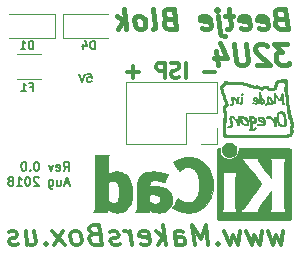
<source format=gbr>
G04 #@! TF.FileFunction,Legend,Bot*
%FSLAX46Y46*%
G04 Gerber Fmt 4.6, Leading zero omitted, Abs format (unit mm)*
G04 Created by KiCad (PCBNEW 4.0.7) date 08/21/18 22:00:11*
%MOMM*%
%LPD*%
G01*
G04 APERTURE LIST*
%ADD10C,0.100000*%
%ADD11C,0.150000*%
%ADD12C,0.300000*%
%ADD13C,0.400000*%
%ADD14C,0.200000*%
%ADD15C,0.002540*%
%ADD16C,0.010000*%
%ADD17C,0.120000*%
G04 APERTURE END LIST*
D10*
D11*
X147728857Y-102698786D02*
X147978857Y-102341643D01*
X148157429Y-102698786D02*
X148157429Y-101948786D01*
X147871714Y-101948786D01*
X147800286Y-101984500D01*
X147764571Y-102020214D01*
X147728857Y-102091643D01*
X147728857Y-102198786D01*
X147764571Y-102270214D01*
X147800286Y-102305929D01*
X147871714Y-102341643D01*
X148157429Y-102341643D01*
X147121714Y-102663071D02*
X147193143Y-102698786D01*
X147336000Y-102698786D01*
X147407429Y-102663071D01*
X147443143Y-102591643D01*
X147443143Y-102305929D01*
X147407429Y-102234500D01*
X147336000Y-102198786D01*
X147193143Y-102198786D01*
X147121714Y-102234500D01*
X147086000Y-102305929D01*
X147086000Y-102377357D01*
X147443143Y-102448786D01*
X146836000Y-102198786D02*
X146657429Y-102698786D01*
X146478857Y-102198786D01*
X145478856Y-101948786D02*
X145407428Y-101948786D01*
X145335999Y-101984500D01*
X145300285Y-102020214D01*
X145264571Y-102091643D01*
X145228856Y-102234500D01*
X145228856Y-102413071D01*
X145264571Y-102555929D01*
X145300285Y-102627357D01*
X145335999Y-102663071D01*
X145407428Y-102698786D01*
X145478856Y-102698786D01*
X145550285Y-102663071D01*
X145585999Y-102627357D01*
X145621714Y-102555929D01*
X145657428Y-102413071D01*
X145657428Y-102234500D01*
X145621714Y-102091643D01*
X145585999Y-102020214D01*
X145550285Y-101984500D01*
X145478856Y-101948786D01*
X144907428Y-102627357D02*
X144871713Y-102663071D01*
X144907428Y-102698786D01*
X144943142Y-102663071D01*
X144907428Y-102627357D01*
X144907428Y-102698786D01*
X144407427Y-101948786D02*
X144335999Y-101948786D01*
X144264570Y-101984500D01*
X144228856Y-102020214D01*
X144193142Y-102091643D01*
X144157427Y-102234500D01*
X144157427Y-102413071D01*
X144193142Y-102555929D01*
X144228856Y-102627357D01*
X144264570Y-102663071D01*
X144335999Y-102698786D01*
X144407427Y-102698786D01*
X144478856Y-102663071D01*
X144514570Y-102627357D01*
X144550285Y-102555929D01*
X144585999Y-102413071D01*
X144585999Y-102234500D01*
X144550285Y-102091643D01*
X144514570Y-102020214D01*
X144478856Y-101984500D01*
X144407427Y-101948786D01*
X148193143Y-103759500D02*
X147836000Y-103759500D01*
X148264571Y-103973786D02*
X148014571Y-103223786D01*
X147764571Y-103973786D01*
X147193143Y-103473786D02*
X147193143Y-103973786D01*
X147514572Y-103473786D02*
X147514572Y-103866643D01*
X147478857Y-103938071D01*
X147407429Y-103973786D01*
X147300286Y-103973786D01*
X147228857Y-103938071D01*
X147193143Y-103902357D01*
X146514572Y-103473786D02*
X146514572Y-104080929D01*
X146550286Y-104152357D01*
X146586001Y-104188071D01*
X146657429Y-104223786D01*
X146764572Y-104223786D01*
X146836001Y-104188071D01*
X146514572Y-103938071D02*
X146586001Y-103973786D01*
X146728858Y-103973786D01*
X146800286Y-103938071D01*
X146836001Y-103902357D01*
X146871715Y-103830929D01*
X146871715Y-103616643D01*
X146836001Y-103545214D01*
X146800286Y-103509500D01*
X146728858Y-103473786D01*
X146586001Y-103473786D01*
X146514572Y-103509500D01*
X145621715Y-103295214D02*
X145586001Y-103259500D01*
X145514572Y-103223786D01*
X145336001Y-103223786D01*
X145264572Y-103259500D01*
X145228858Y-103295214D01*
X145193143Y-103366643D01*
X145193143Y-103438071D01*
X145228858Y-103545214D01*
X145657429Y-103973786D01*
X145193143Y-103973786D01*
X144728857Y-103223786D02*
X144657429Y-103223786D01*
X144586000Y-103259500D01*
X144550286Y-103295214D01*
X144514572Y-103366643D01*
X144478857Y-103509500D01*
X144478857Y-103688071D01*
X144514572Y-103830929D01*
X144550286Y-103902357D01*
X144586000Y-103938071D01*
X144657429Y-103973786D01*
X144728857Y-103973786D01*
X144800286Y-103938071D01*
X144836000Y-103902357D01*
X144871715Y-103830929D01*
X144907429Y-103688071D01*
X144907429Y-103509500D01*
X144871715Y-103366643D01*
X144836000Y-103295214D01*
X144800286Y-103259500D01*
X144728857Y-103223786D01*
X143764571Y-103973786D02*
X144193143Y-103973786D01*
X143978857Y-103973786D02*
X143978857Y-103223786D01*
X144050286Y-103330929D01*
X144121714Y-103402357D01*
X144193143Y-103438071D01*
X143336000Y-103545214D02*
X143407428Y-103509500D01*
X143443143Y-103473786D01*
X143478857Y-103402357D01*
X143478857Y-103366643D01*
X143443143Y-103295214D01*
X143407428Y-103259500D01*
X143336000Y-103223786D01*
X143193143Y-103223786D01*
X143121714Y-103259500D01*
X143086000Y-103295214D01*
X143050285Y-103366643D01*
X143050285Y-103402357D01*
X143086000Y-103473786D01*
X143121714Y-103509500D01*
X143193143Y-103545214D01*
X143336000Y-103545214D01*
X143407428Y-103580929D01*
X143443143Y-103616643D01*
X143478857Y-103688071D01*
X143478857Y-103830929D01*
X143443143Y-103902357D01*
X143407428Y-103938071D01*
X143336000Y-103973786D01*
X143193143Y-103973786D01*
X143121714Y-103938071D01*
X143086000Y-103902357D01*
X143050285Y-103830929D01*
X143050285Y-103688071D01*
X143086000Y-103616643D01*
X143121714Y-103580929D01*
X143193143Y-103545214D01*
D12*
X160565238Y-94323286D02*
X159612857Y-94323286D01*
X158065238Y-94799476D02*
X158065238Y-93549476D01*
X157529524Y-94739952D02*
X157350952Y-94799476D01*
X157053333Y-94799476D01*
X156934286Y-94739952D01*
X156874762Y-94680429D01*
X156815238Y-94561381D01*
X156815238Y-94442333D01*
X156874762Y-94323286D01*
X156934286Y-94263762D01*
X157053333Y-94204238D01*
X157291429Y-94144714D01*
X157410476Y-94085190D01*
X157470000Y-94025667D01*
X157529524Y-93906619D01*
X157529524Y-93787571D01*
X157470000Y-93668524D01*
X157410476Y-93609000D01*
X157291429Y-93549476D01*
X156993809Y-93549476D01*
X156815238Y-93609000D01*
X156279524Y-94799476D02*
X156279524Y-93549476D01*
X155803333Y-93549476D01*
X155684286Y-93609000D01*
X155624762Y-93668524D01*
X155565238Y-93787571D01*
X155565238Y-93966143D01*
X155624762Y-94085190D01*
X155684286Y-94144714D01*
X155803333Y-94204238D01*
X156279524Y-94204238D01*
X154077143Y-94323286D02*
X153124762Y-94323286D01*
X153600952Y-94799476D02*
X153600952Y-93847095D01*
X166344750Y-107829000D02*
X166157250Y-108995667D01*
X165719750Y-108162333D01*
X165490583Y-108995667D01*
X165011417Y-107829000D01*
X164511417Y-107829000D02*
X164323917Y-108995667D01*
X163886417Y-108162333D01*
X163657250Y-108995667D01*
X163178084Y-107829000D01*
X162678084Y-107829000D02*
X162490584Y-108995667D01*
X162053084Y-108162333D01*
X161823917Y-108995667D01*
X161344751Y-107829000D01*
X160803084Y-108829000D02*
X160730168Y-108912333D01*
X160823917Y-108995667D01*
X160896835Y-108912333D01*
X160803084Y-108829000D01*
X160823917Y-108995667D01*
X159990584Y-108995667D02*
X159771834Y-107245667D01*
X159344751Y-108495667D01*
X158605168Y-107245667D01*
X158823918Y-108995667D01*
X157240584Y-108995667D02*
X157126001Y-108079000D01*
X157188502Y-107912333D01*
X157344751Y-107829000D01*
X157678085Y-107829000D01*
X157855168Y-107912333D01*
X157230168Y-108912333D02*
X157407251Y-108995667D01*
X157823918Y-108995667D01*
X157980168Y-108912333D01*
X158042668Y-108745667D01*
X158021835Y-108579000D01*
X157917668Y-108412333D01*
X157740585Y-108329000D01*
X157323918Y-108329000D01*
X157146834Y-108245667D01*
X156407251Y-108995667D02*
X156188501Y-107245667D01*
X156157252Y-108329000D02*
X155740585Y-108995667D01*
X155594752Y-107829000D02*
X156344751Y-108495667D01*
X154313502Y-108912333D02*
X154490584Y-108995667D01*
X154823918Y-108995667D01*
X154980168Y-108912333D01*
X155042668Y-108745667D01*
X154959335Y-108079000D01*
X154855168Y-107912333D01*
X154678085Y-107829000D01*
X154344751Y-107829000D01*
X154188502Y-107912333D01*
X154126001Y-108079000D01*
X154146834Y-108245667D01*
X155001002Y-108412333D01*
X153490584Y-108995667D02*
X153344751Y-107829000D01*
X153386418Y-108162333D02*
X153282251Y-107995667D01*
X153188502Y-107912333D01*
X153011418Y-107829000D01*
X152844751Y-107829000D01*
X152480169Y-108912333D02*
X152323918Y-108995667D01*
X151990585Y-108995667D01*
X151813502Y-108912333D01*
X151709335Y-108745667D01*
X151698919Y-108662333D01*
X151761418Y-108495667D01*
X151917669Y-108412333D01*
X152167669Y-108412333D01*
X152323918Y-108329000D01*
X152386419Y-108162333D01*
X152376002Y-108079000D01*
X152271835Y-107912333D01*
X152094752Y-107829000D01*
X151844752Y-107829000D01*
X151688502Y-107912333D01*
X150292668Y-108079000D02*
X150053085Y-108162333D01*
X149980168Y-108245667D01*
X149917668Y-108412333D01*
X149948918Y-108662333D01*
X150053085Y-108829000D01*
X150146835Y-108912333D01*
X150323918Y-108995667D01*
X150990584Y-108995667D01*
X150771834Y-107245667D01*
X150188501Y-107245667D01*
X150032251Y-107329000D01*
X149959335Y-107412333D01*
X149896835Y-107579000D01*
X149917668Y-107745667D01*
X150021835Y-107912333D01*
X150115584Y-107995667D01*
X150292668Y-108079000D01*
X150876001Y-108079000D01*
X148990584Y-108995667D02*
X149146835Y-108912333D01*
X149219751Y-108829000D01*
X149282252Y-108662333D01*
X149219752Y-108162333D01*
X149115584Y-107995667D01*
X149021835Y-107912333D01*
X148844751Y-107829000D01*
X148594751Y-107829000D01*
X148438502Y-107912333D01*
X148365584Y-107995667D01*
X148303085Y-108162333D01*
X148365585Y-108662333D01*
X148469751Y-108829000D01*
X148563502Y-108912333D01*
X148740584Y-108995667D01*
X148990584Y-108995667D01*
X147823918Y-108995667D02*
X146761418Y-107829000D01*
X147678085Y-107829000D02*
X146907251Y-108995667D01*
X146219751Y-108829000D02*
X146146835Y-108912333D01*
X146240584Y-108995667D01*
X146313502Y-108912333D01*
X146219751Y-108829000D01*
X146240584Y-108995667D01*
X144511418Y-107829000D02*
X144657251Y-108995667D01*
X145261418Y-107829000D02*
X145376001Y-108745667D01*
X145313502Y-108912333D01*
X145157251Y-108995667D01*
X144907251Y-108995667D01*
X144730169Y-108912333D01*
X144636418Y-108829000D01*
X143896836Y-108912333D02*
X143740585Y-108995667D01*
X143407252Y-108995667D01*
X143230169Y-108912333D01*
X143126002Y-108745667D01*
X143115586Y-108662333D01*
X143178085Y-108495667D01*
X143334336Y-108412333D01*
X143584336Y-108412333D01*
X143740585Y-108329000D01*
X143803086Y-108162333D01*
X143792669Y-108079000D01*
X143688502Y-107912333D01*
X143511419Y-107829000D01*
X143261419Y-107829000D01*
X143105169Y-107912333D01*
D13*
X166007000Y-89802500D02*
X165767417Y-89885833D01*
X165694500Y-89969167D01*
X165632000Y-90135833D01*
X165663250Y-90385833D01*
X165767417Y-90552500D01*
X165861167Y-90635833D01*
X166038250Y-90719167D01*
X166704916Y-90719167D01*
X166486166Y-88969167D01*
X165902833Y-88969167D01*
X165746583Y-89052500D01*
X165673667Y-89135833D01*
X165611167Y-89302500D01*
X165632000Y-89469167D01*
X165736167Y-89635833D01*
X165829916Y-89719167D01*
X166007000Y-89802500D01*
X166590333Y-89802500D01*
X164277834Y-90635833D02*
X164454916Y-90719167D01*
X164788250Y-90719167D01*
X164944500Y-90635833D01*
X165007000Y-90469167D01*
X164923667Y-89802500D01*
X164819500Y-89635833D01*
X164642417Y-89552500D01*
X164309083Y-89552500D01*
X164152834Y-89635833D01*
X164090333Y-89802500D01*
X164111166Y-89969167D01*
X164965334Y-90135833D01*
X162777834Y-90635833D02*
X162954916Y-90719167D01*
X163288250Y-90719167D01*
X163444500Y-90635833D01*
X163507000Y-90469167D01*
X163423667Y-89802500D01*
X163319500Y-89635833D01*
X163142417Y-89552500D01*
X162809083Y-89552500D01*
X162652834Y-89635833D01*
X162590333Y-89802500D01*
X162611166Y-89969167D01*
X163465334Y-90135833D01*
X162059083Y-89552500D02*
X161392417Y-89552500D01*
X161736166Y-88969167D02*
X161923666Y-90469167D01*
X161861167Y-90635833D01*
X161704916Y-90719167D01*
X161538250Y-90719167D01*
X160809083Y-89552500D02*
X160996583Y-91052500D01*
X161100750Y-91219167D01*
X161277833Y-91302500D01*
X161361167Y-91302500D01*
X160736166Y-88969167D02*
X160829917Y-89052500D01*
X160757000Y-89135833D01*
X160663250Y-89052500D01*
X160736166Y-88969167D01*
X160757000Y-89135833D01*
X159444501Y-90635833D02*
X159621583Y-90719167D01*
X159954917Y-90719167D01*
X160111167Y-90635833D01*
X160173667Y-90469167D01*
X160090334Y-89802500D01*
X159986167Y-89635833D01*
X159809084Y-89552500D01*
X159475750Y-89552500D01*
X159319501Y-89635833D01*
X159257000Y-89802500D01*
X159277833Y-89969167D01*
X160132001Y-90135833D01*
X156590334Y-89802500D02*
X156350751Y-89885833D01*
X156277834Y-89969167D01*
X156215334Y-90135833D01*
X156246584Y-90385833D01*
X156350751Y-90552500D01*
X156444501Y-90635833D01*
X156621584Y-90719167D01*
X157288250Y-90719167D01*
X157069500Y-88969167D01*
X156486167Y-88969167D01*
X156329917Y-89052500D01*
X156257001Y-89135833D01*
X156194501Y-89302500D01*
X156215334Y-89469167D01*
X156319501Y-89635833D01*
X156413250Y-89719167D01*
X156590334Y-89802500D01*
X157173667Y-89802500D01*
X155288250Y-90719167D02*
X155444501Y-90635833D01*
X155507000Y-90469167D01*
X155319500Y-88969167D01*
X154371583Y-90719167D02*
X154527834Y-90635833D01*
X154600750Y-90552500D01*
X154663251Y-90385833D01*
X154600751Y-89885833D01*
X154496583Y-89719167D01*
X154402834Y-89635833D01*
X154225750Y-89552500D01*
X153975750Y-89552500D01*
X153819501Y-89635833D01*
X153746583Y-89719167D01*
X153684084Y-89885833D01*
X153746584Y-90385833D01*
X153850750Y-90552500D01*
X153944501Y-90635833D01*
X154121583Y-90719167D01*
X154371583Y-90719167D01*
X153038250Y-90719167D02*
X152819500Y-88969167D01*
X152788251Y-90052500D02*
X152371584Y-90719167D01*
X152225751Y-89552500D02*
X152975750Y-90219167D01*
X166652833Y-91994167D02*
X165569500Y-91994167D01*
X166236167Y-92660833D01*
X165986167Y-92660833D01*
X165829916Y-92744167D01*
X165757000Y-92827500D01*
X165694500Y-92994167D01*
X165746584Y-93410833D01*
X165850750Y-93577500D01*
X165944500Y-93660833D01*
X166121583Y-93744167D01*
X166621583Y-93744167D01*
X166777834Y-93660833D01*
X166850750Y-93577500D01*
X164923667Y-92160833D02*
X164829916Y-92077500D01*
X164652833Y-91994167D01*
X164236166Y-91994167D01*
X164079916Y-92077500D01*
X164007000Y-92160833D01*
X163944500Y-92327500D01*
X163965333Y-92494167D01*
X164079916Y-92744167D01*
X165204916Y-93744167D01*
X164121583Y-93744167D01*
X163152832Y-91994167D02*
X163329916Y-93410833D01*
X163267416Y-93577500D01*
X163194500Y-93660833D01*
X163038249Y-93744167D01*
X162704916Y-93744167D01*
X162527833Y-93660833D01*
X162434083Y-93577500D01*
X162329916Y-93410833D01*
X162152832Y-91994167D01*
X160642416Y-92577500D02*
X160788249Y-93744167D01*
X160975750Y-91910833D02*
X161548667Y-93160833D01*
X160465333Y-93160833D01*
D12*
D14*
D15*
G36*
X160987740Y-95648780D02*
X160987740Y-95686880D01*
X160990280Y-95712280D01*
X160992820Y-95735140D01*
X160997900Y-95752920D01*
X161008060Y-95773240D01*
X161010600Y-95780860D01*
X161023300Y-95808800D01*
X161033460Y-95834200D01*
X161043620Y-95864680D01*
X161053780Y-95900240D01*
X161063940Y-95945960D01*
X161076640Y-95999300D01*
X161081720Y-96017080D01*
X161096960Y-96090740D01*
X161114740Y-96151700D01*
X161129980Y-96205040D01*
X161150300Y-96250760D01*
X161170620Y-96291400D01*
X161170620Y-95661480D01*
X161170620Y-95646240D01*
X161173160Y-95633540D01*
X161180780Y-95620840D01*
X161193480Y-95605600D01*
X161216340Y-95587820D01*
X161226500Y-95577660D01*
X161254440Y-95554800D01*
X161279840Y-95529400D01*
X161297620Y-95506540D01*
X161305240Y-95498920D01*
X161317940Y-95481140D01*
X161338260Y-95455740D01*
X161363660Y-95425260D01*
X161389060Y-95394780D01*
X161391600Y-95392240D01*
X161414460Y-95364300D01*
X161434780Y-95338900D01*
X161447480Y-95321120D01*
X161455100Y-95310960D01*
X161455100Y-95308420D01*
X161460180Y-95303340D01*
X161477960Y-95303340D01*
X161503360Y-95303340D01*
X161533840Y-95308420D01*
X161564320Y-95313500D01*
X161574480Y-95316040D01*
X161587180Y-95318580D01*
X161599880Y-95323660D01*
X161615120Y-95323660D01*
X161632900Y-95326200D01*
X161658300Y-95328740D01*
X161691320Y-95331280D01*
X161729420Y-95331280D01*
X161777680Y-95333820D01*
X161836100Y-95333820D01*
X161907220Y-95336360D01*
X161991040Y-95338900D01*
X162044380Y-95338900D01*
X162130740Y-95341440D01*
X162217100Y-95341440D01*
X162303460Y-95343980D01*
X162387280Y-95343980D01*
X162466020Y-95346520D01*
X162537140Y-95346520D01*
X162600640Y-95346520D01*
X162648900Y-95346520D01*
X162661600Y-95346520D01*
X162854640Y-95346520D01*
X162915600Y-95407480D01*
X162976560Y-95465900D01*
X163017200Y-95465900D01*
X163045140Y-95465900D01*
X163080700Y-95463360D01*
X163108640Y-95458280D01*
X163141660Y-95455740D01*
X163172140Y-95458280D01*
X163205160Y-95463360D01*
X163245800Y-95473520D01*
X163291520Y-95491300D01*
X163347400Y-95514160D01*
X163362640Y-95519240D01*
X163405820Y-95539560D01*
X163438840Y-95552260D01*
X163466780Y-95559880D01*
X163492180Y-95564960D01*
X163520120Y-95570040D01*
X163537900Y-95572580D01*
X163583620Y-95577660D01*
X163619180Y-95582740D01*
X163647120Y-95590360D01*
X163667440Y-95600520D01*
X163687760Y-95613220D01*
X163708080Y-95633540D01*
X163710620Y-95636080D01*
X163733480Y-95656400D01*
X163758880Y-95674180D01*
X163776660Y-95686880D01*
X163776660Y-95686880D01*
X163796980Y-95691960D01*
X163827460Y-95697040D01*
X163863020Y-95704660D01*
X163901120Y-95707200D01*
X163934140Y-95712280D01*
X163959540Y-95712280D01*
X163974780Y-95709740D01*
X163987480Y-95702120D01*
X164010340Y-95689420D01*
X164030660Y-95671640D01*
X164053520Y-95651320D01*
X164068760Y-95643700D01*
X164078920Y-95641160D01*
X164084000Y-95643700D01*
X164094160Y-95651320D01*
X164114480Y-95664020D01*
X164142420Y-95681800D01*
X164172900Y-95702120D01*
X164180520Y-95707200D01*
X164266880Y-95760540D01*
X164343080Y-95763080D01*
X164378640Y-95765620D01*
X164401500Y-95768160D01*
X164414200Y-95770700D01*
X164424360Y-95775780D01*
X164429440Y-95783400D01*
X164431980Y-95788480D01*
X164452300Y-95811340D01*
X164480240Y-95826580D01*
X164510720Y-95834200D01*
X164515800Y-95834200D01*
X164543740Y-95826580D01*
X164571680Y-95808800D01*
X164599620Y-95778320D01*
X164609780Y-95765620D01*
X164622480Y-95752920D01*
X164630100Y-95742760D01*
X164640260Y-95735140D01*
X164652960Y-95727520D01*
X164673280Y-95724980D01*
X164698680Y-95719900D01*
X164736780Y-95714820D01*
X164785040Y-95712280D01*
X164800280Y-95709740D01*
X164909500Y-95699580D01*
X164939980Y-95727520D01*
X164975540Y-95760540D01*
X165011100Y-95785940D01*
X165041580Y-95806260D01*
X165051740Y-95811340D01*
X165074600Y-95816420D01*
X165107620Y-95821500D01*
X165150800Y-95826580D01*
X165196520Y-95831660D01*
X165247320Y-95836740D01*
X165295580Y-95839280D01*
X165341300Y-95839280D01*
X165343840Y-95839280D01*
X165392100Y-95839280D01*
X165435280Y-95834200D01*
X165478460Y-95829120D01*
X165526720Y-95818960D01*
X165572440Y-95808800D01*
X165605460Y-95798640D01*
X165630860Y-95785940D01*
X165653720Y-95773240D01*
X165676580Y-95752920D01*
X165701980Y-95727520D01*
X165719760Y-95707200D01*
X165735000Y-95686880D01*
X165742620Y-95664020D01*
X165750240Y-95636080D01*
X165757860Y-95600520D01*
X165760400Y-95557340D01*
X165765480Y-95506540D01*
X165773100Y-95427800D01*
X165785800Y-95359220D01*
X165806120Y-95303340D01*
X165831520Y-95257620D01*
X165834060Y-95252540D01*
X165859460Y-95227140D01*
X165897560Y-95199200D01*
X165910260Y-95191580D01*
X165938200Y-95178880D01*
X165961060Y-95168720D01*
X165978840Y-95166180D01*
X166001700Y-95166180D01*
X166004240Y-95166180D01*
X166042340Y-95166180D01*
X166085520Y-95158560D01*
X166116000Y-95150940D01*
X166154100Y-95138240D01*
X166182040Y-95133160D01*
X166199820Y-95130620D01*
X166215060Y-95135700D01*
X166230300Y-95140780D01*
X166237920Y-95145860D01*
X166268400Y-95161100D01*
X166311580Y-95166180D01*
X166359840Y-95161100D01*
X166375080Y-95156020D01*
X166397940Y-95150940D01*
X166418260Y-95145860D01*
X166425880Y-95145860D01*
X166425880Y-95150940D01*
X166428420Y-95171260D01*
X166428420Y-95194120D01*
X166428420Y-95196660D01*
X166428420Y-95224600D01*
X166430960Y-95244920D01*
X166436040Y-95262700D01*
X166448740Y-95280480D01*
X166471600Y-95313500D01*
X166463980Y-95432880D01*
X166461440Y-95478600D01*
X166456360Y-95511620D01*
X166453820Y-95537020D01*
X166448740Y-95554800D01*
X166443660Y-95570040D01*
X166436040Y-95585280D01*
X166430960Y-95592900D01*
X166415720Y-95623380D01*
X166408100Y-95651320D01*
X166408100Y-95671640D01*
X166405560Y-95699580D01*
X166403020Y-95722440D01*
X166400480Y-95730060D01*
X166397940Y-95747840D01*
X166392860Y-95773240D01*
X166392860Y-95806260D01*
X166392860Y-95818960D01*
X166392860Y-95851980D01*
X166392860Y-95872300D01*
X166397940Y-95887540D01*
X166405560Y-95897700D01*
X166415720Y-95910400D01*
X166418260Y-95912940D01*
X166438580Y-95928180D01*
X166458900Y-95935800D01*
X166461440Y-95938340D01*
X166471600Y-95938340D01*
X166476680Y-95943420D01*
X166481760Y-95958660D01*
X166484300Y-95984060D01*
X166486840Y-96017080D01*
X166489380Y-96055180D01*
X166489380Y-96078040D01*
X166491920Y-96121220D01*
X166497000Y-96177100D01*
X166504620Y-96248220D01*
X166517320Y-96334580D01*
X166535100Y-96433640D01*
X166535100Y-96441260D01*
X166542720Y-96484440D01*
X166547800Y-96525080D01*
X166552880Y-96555560D01*
X166555420Y-96578420D01*
X166557960Y-96586040D01*
X166557960Y-96598740D01*
X166555420Y-96621600D01*
X166555420Y-96652080D01*
X166552880Y-96682560D01*
X166552880Y-96715580D01*
X166550340Y-96746060D01*
X166547800Y-96766380D01*
X166545260Y-96774000D01*
X166535100Y-96799400D01*
X166532560Y-96829880D01*
X166535100Y-96860360D01*
X166545260Y-96885760D01*
X166560500Y-96898460D01*
X166568120Y-96911160D01*
X166575740Y-96936560D01*
X166585900Y-96977200D01*
X166593520Y-97033080D01*
X166603680Y-97101660D01*
X166611300Y-97180400D01*
X166616380Y-97241360D01*
X166621460Y-97294700D01*
X166626540Y-97345500D01*
X166631620Y-97388680D01*
X166636700Y-97424240D01*
X166639240Y-97449640D01*
X166641780Y-97462340D01*
X166651940Y-97482660D01*
X166662100Y-97510600D01*
X166672260Y-97536000D01*
X166679880Y-97556320D01*
X166687500Y-97571560D01*
X166690040Y-97589340D01*
X166692580Y-97609660D01*
X166692580Y-97635060D01*
X166690040Y-97668080D01*
X166687500Y-97713800D01*
X166687500Y-97734120D01*
X166684960Y-97779840D01*
X166684960Y-97815400D01*
X166690040Y-97843340D01*
X166697660Y-97868740D01*
X166710360Y-97896680D01*
X166730680Y-97929700D01*
X166748460Y-97967800D01*
X166758620Y-97995740D01*
X166763700Y-98023680D01*
X166758620Y-98051620D01*
X166748460Y-98089720D01*
X166743380Y-98099880D01*
X166730680Y-98137980D01*
X166723060Y-98168460D01*
X166723060Y-98188780D01*
X166725600Y-98206560D01*
X166733220Y-98221800D01*
X166733220Y-98224340D01*
X166748460Y-98239580D01*
X166773860Y-98257360D01*
X166804340Y-98275140D01*
X166837360Y-98287840D01*
X166857680Y-98295460D01*
X166878000Y-98300540D01*
X166878000Y-98389440D01*
X166878000Y-98480880D01*
X166908480Y-98544380D01*
X166941500Y-98612960D01*
X166966900Y-98671380D01*
X166987220Y-98719640D01*
X166999920Y-98755200D01*
X167005000Y-98775520D01*
X167007540Y-98793300D01*
X167007540Y-98808540D01*
X166999920Y-98823780D01*
X166984680Y-98844100D01*
X166984680Y-98846640D01*
X166956740Y-98887280D01*
X166933880Y-98925380D01*
X166916100Y-98971100D01*
X166908480Y-98999040D01*
X166893240Y-99052380D01*
X166916100Y-99151440D01*
X166931340Y-99217480D01*
X166938960Y-99270820D01*
X166944040Y-99316540D01*
X166944040Y-99357180D01*
X166936420Y-99395280D01*
X166926260Y-99433380D01*
X166926260Y-99433380D01*
X166911020Y-99476560D01*
X166898320Y-99514660D01*
X166883080Y-99547680D01*
X166872920Y-99570540D01*
X166862760Y-99580700D01*
X166862760Y-99583240D01*
X166852600Y-99585780D01*
X166832280Y-99593400D01*
X166824660Y-99598480D01*
X166801800Y-99606100D01*
X166766240Y-99613720D01*
X166717980Y-99618800D01*
X166657020Y-99621340D01*
X166580820Y-99623880D01*
X166491920Y-99626420D01*
X166390320Y-99626420D01*
X166380160Y-99626420D01*
X166324280Y-99628960D01*
X166258240Y-99628960D01*
X166184580Y-99631500D01*
X166105840Y-99631500D01*
X166027100Y-99634040D01*
X165953440Y-99639120D01*
X165933120Y-99639120D01*
X165696900Y-99646740D01*
X165470840Y-99656900D01*
X165247320Y-99661980D01*
X165023800Y-99667060D01*
X164802820Y-99672140D01*
X164579300Y-99674680D01*
X164353240Y-99677220D01*
X164119560Y-99677220D01*
X163880800Y-99677220D01*
X163629340Y-99677220D01*
X163367720Y-99674680D01*
X163235640Y-99672140D01*
X163050220Y-99669600D01*
X162880040Y-99667060D01*
X162722560Y-99664520D01*
X162577780Y-99661980D01*
X162443160Y-99659440D01*
X162318700Y-99656900D01*
X162201860Y-99654360D01*
X162095180Y-99651820D01*
X161996120Y-99646740D01*
X161904680Y-99644200D01*
X161815780Y-99641660D01*
X161731960Y-99636580D01*
X161686240Y-99634040D01*
X161622740Y-99631500D01*
X161564320Y-99626420D01*
X161510980Y-99623880D01*
X161465260Y-99621340D01*
X161432240Y-99618800D01*
X161409380Y-99618800D01*
X161396680Y-99618800D01*
X161396680Y-99618800D01*
X161396680Y-99611180D01*
X161399220Y-99588320D01*
X161399220Y-99555300D01*
X161401760Y-99507040D01*
X161404300Y-99448620D01*
X161406840Y-99380040D01*
X161411920Y-99301300D01*
X161414460Y-99214940D01*
X161419540Y-99118420D01*
X161424620Y-99016820D01*
X161427160Y-98910140D01*
X161432240Y-98795840D01*
X161439860Y-98679000D01*
X161439860Y-98663760D01*
X161444940Y-98524060D01*
X161450020Y-98397060D01*
X161455100Y-98282760D01*
X161460180Y-98181160D01*
X161465260Y-98092260D01*
X161467800Y-98013520D01*
X161470340Y-97947480D01*
X161472880Y-97886520D01*
X161472880Y-97838260D01*
X161472880Y-97795080D01*
X161472880Y-97762060D01*
X161472880Y-97731580D01*
X161472880Y-97708720D01*
X161470340Y-97690940D01*
X161467800Y-97675700D01*
X161465260Y-97665540D01*
X161462720Y-97655380D01*
X161457640Y-97647760D01*
X161452560Y-97642680D01*
X161447480Y-97635060D01*
X161442400Y-97627440D01*
X161429700Y-97612200D01*
X161422080Y-97596960D01*
X161419540Y-97581720D01*
X161422080Y-97556320D01*
X161422080Y-97546160D01*
X161422080Y-97510600D01*
X161419540Y-97477580D01*
X161409380Y-97436940D01*
X161409380Y-97434400D01*
X161396680Y-97391220D01*
X161389060Y-97360740D01*
X161386520Y-97337880D01*
X161386520Y-97325180D01*
X161389060Y-97315020D01*
X161396680Y-97309940D01*
X161396680Y-97307400D01*
X161414460Y-97302320D01*
X161437320Y-97294700D01*
X161447480Y-97294700D01*
X161475420Y-97287080D01*
X161498280Y-97276920D01*
X161518600Y-97261680D01*
X161536380Y-97238820D01*
X161559240Y-97203260D01*
X161577020Y-97167700D01*
X161620200Y-97078800D01*
X161612580Y-97000060D01*
X161607500Y-96969580D01*
X161602420Y-96941640D01*
X161594800Y-96916240D01*
X161587180Y-96888300D01*
X161574480Y-96852740D01*
X161554160Y-96809560D01*
X161549080Y-96796860D01*
X161528760Y-96746060D01*
X161505900Y-96695260D01*
X161483040Y-96641920D01*
X161462720Y-96596200D01*
X161452560Y-96578420D01*
X161437320Y-96540320D01*
X161424620Y-96512380D01*
X161417000Y-96492060D01*
X161414460Y-96479360D01*
X161417000Y-96469200D01*
X161417000Y-96459040D01*
X161424620Y-96433640D01*
X161424620Y-96403160D01*
X161414460Y-96370140D01*
X161396680Y-96329500D01*
X161371280Y-96281240D01*
X161368740Y-96278700D01*
X161345880Y-96238060D01*
X161325560Y-96202500D01*
X161310320Y-96172020D01*
X161300160Y-96141540D01*
X161287460Y-96108520D01*
X161277300Y-96067880D01*
X161267140Y-96022160D01*
X161256980Y-95976440D01*
X161241740Y-95912940D01*
X161229040Y-95862140D01*
X161218880Y-95821500D01*
X161208720Y-95788480D01*
X161198560Y-95760540D01*
X161190940Y-95737680D01*
X161183320Y-95727520D01*
X161175700Y-95699580D01*
X161170620Y-95669100D01*
X161170620Y-95661480D01*
X161170620Y-96291400D01*
X161173160Y-96293940D01*
X161178240Y-96309180D01*
X161196020Y-96337120D01*
X161206180Y-96359980D01*
X161211260Y-96372680D01*
X161211260Y-96382840D01*
X161206180Y-96393000D01*
X161203640Y-96410780D01*
X161201100Y-96428560D01*
X161206180Y-96451420D01*
X161213800Y-96479360D01*
X161229040Y-96514920D01*
X161249360Y-96563180D01*
X161264600Y-96593660D01*
X161300160Y-96674940D01*
X161335720Y-96751140D01*
X161363660Y-96819720D01*
X161389060Y-96880680D01*
X161409380Y-96931480D01*
X161422080Y-96972120D01*
X161429700Y-97000060D01*
X161429700Y-97002600D01*
X161434780Y-97030540D01*
X161432240Y-97048320D01*
X161427160Y-97068640D01*
X161419540Y-97081340D01*
X161409380Y-97101660D01*
X161396680Y-97114360D01*
X161381440Y-97121980D01*
X161358580Y-97127060D01*
X161345880Y-97129600D01*
X161330640Y-97132140D01*
X161312860Y-97142300D01*
X161295080Y-97157540D01*
X161267140Y-97182940D01*
X161259520Y-97193100D01*
X161234120Y-97218500D01*
X161216340Y-97236280D01*
X161206180Y-97248980D01*
X161201100Y-97261680D01*
X161201100Y-97276920D01*
X161201100Y-97287080D01*
X161203640Y-97340420D01*
X161216340Y-97401380D01*
X161231580Y-97464880D01*
X161239200Y-97492820D01*
X161241740Y-97515680D01*
X161241740Y-97538540D01*
X161239200Y-97569020D01*
X161236660Y-97574100D01*
X161234120Y-97607120D01*
X161234120Y-97635060D01*
X161241740Y-97657920D01*
X161259520Y-97685860D01*
X161277300Y-97708720D01*
X161300160Y-97736660D01*
X161256980Y-98717100D01*
X161251900Y-98836480D01*
X161246820Y-98953320D01*
X161241740Y-99065080D01*
X161236660Y-99171760D01*
X161234120Y-99270820D01*
X161229040Y-99362260D01*
X161226500Y-99446080D01*
X161223960Y-99519740D01*
X161221420Y-99583240D01*
X161218880Y-99636580D01*
X161218880Y-99677220D01*
X161218880Y-99705160D01*
X161218880Y-99720400D01*
X161218880Y-99720400D01*
X161229040Y-99745800D01*
X161249360Y-99768660D01*
X161272220Y-99783900D01*
X161277300Y-99786440D01*
X161290000Y-99788980D01*
X161317940Y-99791520D01*
X161356040Y-99794060D01*
X161404300Y-99799140D01*
X161462720Y-99801680D01*
X161526220Y-99806760D01*
X161599880Y-99809300D01*
X161676080Y-99814380D01*
X161757360Y-99816920D01*
X161838640Y-99822000D01*
X161922460Y-99824540D01*
X162003740Y-99827080D01*
X162085020Y-99829620D01*
X162161220Y-99832160D01*
X162232340Y-99834700D01*
X162275520Y-99837240D01*
X162336480Y-99837240D01*
X162410140Y-99839780D01*
X162493960Y-99839780D01*
X162585400Y-99842320D01*
X162687000Y-99844860D01*
X162793680Y-99844860D01*
X162902900Y-99847400D01*
X163017200Y-99847400D01*
X163128960Y-99849940D01*
X163238180Y-99852480D01*
X163281360Y-99852480D01*
X163382960Y-99852480D01*
X163484560Y-99855020D01*
X163583620Y-99855020D01*
X163680140Y-99857560D01*
X163769040Y-99857560D01*
X163852860Y-99857560D01*
X163926520Y-99860100D01*
X163990020Y-99860100D01*
X164043360Y-99860100D01*
X164084000Y-99860100D01*
X164106860Y-99860100D01*
X164142420Y-99860100D01*
X164193220Y-99860100D01*
X164254180Y-99860100D01*
X164325300Y-99860100D01*
X164401500Y-99860100D01*
X164482780Y-99857560D01*
X164566600Y-99857560D01*
X164650420Y-99855020D01*
X164685980Y-99855020D01*
X164840920Y-99852480D01*
X164990780Y-99847400D01*
X165138100Y-99844860D01*
X165277800Y-99839780D01*
X165409880Y-99837240D01*
X165534340Y-99832160D01*
X165648640Y-99829620D01*
X165750240Y-99827080D01*
X165836600Y-99822000D01*
X165854380Y-99822000D01*
X165910260Y-99819460D01*
X165976300Y-99816920D01*
X166047420Y-99816920D01*
X166118540Y-99814380D01*
X166187120Y-99814380D01*
X166212520Y-99814380D01*
X166278560Y-99814380D01*
X166352220Y-99811840D01*
X166433500Y-99811840D01*
X166512240Y-99806760D01*
X166588440Y-99804220D01*
X166626540Y-99804220D01*
X166842440Y-99791520D01*
X166913560Y-99758500D01*
X166946580Y-99740720D01*
X166971980Y-99728020D01*
X166989760Y-99715320D01*
X166994840Y-99710240D01*
X167010080Y-99689920D01*
X167025320Y-99659440D01*
X167045640Y-99618800D01*
X167063420Y-99575620D01*
X167081200Y-99532440D01*
X167096440Y-99494340D01*
X167109140Y-99453700D01*
X167116760Y-99420680D01*
X167121840Y-99395280D01*
X167124380Y-99364800D01*
X167124380Y-99344480D01*
X167119300Y-99270820D01*
X167106600Y-99187000D01*
X167091360Y-99113340D01*
X167083740Y-99077780D01*
X167083740Y-99049840D01*
X167091360Y-99019360D01*
X167106600Y-98986340D01*
X167129460Y-98948240D01*
X167144700Y-98930460D01*
X167167560Y-98894900D01*
X167182800Y-98869500D01*
X167190420Y-98844100D01*
X167192960Y-98818700D01*
X167190420Y-98785680D01*
X167182800Y-98747580D01*
X167175180Y-98717100D01*
X167162480Y-98676460D01*
X167144700Y-98630740D01*
X167124380Y-98577400D01*
X167098980Y-98526600D01*
X167078660Y-98483420D01*
X167071040Y-98465640D01*
X167063420Y-98450400D01*
X167060880Y-98432620D01*
X167058340Y-98412300D01*
X167058340Y-98381820D01*
X167058340Y-98341180D01*
X167058340Y-98336100D01*
X167055800Y-98287840D01*
X167053260Y-98247200D01*
X167048180Y-98219260D01*
X167035480Y-98196400D01*
X167017700Y-98176080D01*
X166989760Y-98158300D01*
X166951660Y-98137980D01*
X166931340Y-98127820D01*
X166931340Y-98120200D01*
X166933880Y-98102420D01*
X166938960Y-98077020D01*
X166941500Y-98069400D01*
X166946580Y-98023680D01*
X166946580Y-97993200D01*
X166946580Y-97985580D01*
X166933880Y-97942400D01*
X166913560Y-97896680D01*
X166890700Y-97850960D01*
X166883080Y-97838260D01*
X166875460Y-97825560D01*
X166870380Y-97812860D01*
X166865300Y-97797620D01*
X166865300Y-97779840D01*
X166865300Y-97756980D01*
X166865300Y-97726500D01*
X166870380Y-97683320D01*
X166875460Y-97629980D01*
X166875460Y-97627440D01*
X166875460Y-97602040D01*
X166875460Y-97576640D01*
X166867840Y-97548700D01*
X166860220Y-97520760D01*
X166847520Y-97487740D01*
X166837360Y-97457260D01*
X166827200Y-97434400D01*
X166824660Y-97429320D01*
X166819580Y-97416620D01*
X166814500Y-97396300D01*
X166811960Y-97368360D01*
X166806880Y-97330260D01*
X166801800Y-97279460D01*
X166796720Y-97218500D01*
X166789100Y-97149920D01*
X166781480Y-97083880D01*
X166773860Y-97020380D01*
X166763700Y-96959420D01*
X166756080Y-96906080D01*
X166748460Y-96862900D01*
X166738300Y-96832420D01*
X166735760Y-96822260D01*
X166735760Y-96804480D01*
X166738300Y-96786700D01*
X166740840Y-96761300D01*
X166735760Y-96725740D01*
X166735760Y-96725740D01*
X166730680Y-96692720D01*
X166733220Y-96657160D01*
X166735760Y-96639380D01*
X166738300Y-96616520D01*
X166740840Y-96596200D01*
X166738300Y-96573340D01*
X166735760Y-96545400D01*
X166728140Y-96504760D01*
X166725600Y-96489520D01*
X166707820Y-96395540D01*
X166695120Y-96309180D01*
X166684960Y-96227900D01*
X166677340Y-96146620D01*
X166669720Y-96057720D01*
X166664640Y-95981520D01*
X166662100Y-95915480D01*
X166657020Y-95864680D01*
X166654480Y-95824040D01*
X166649400Y-95793560D01*
X166646860Y-95770700D01*
X166639240Y-95752920D01*
X166631620Y-95740220D01*
X166621460Y-95732600D01*
X166613840Y-95724980D01*
X166601140Y-95714820D01*
X166596060Y-95702120D01*
X166598600Y-95684340D01*
X166606220Y-95658940D01*
X166616380Y-95633540D01*
X166616380Y-95633540D01*
X166624000Y-95620840D01*
X166626540Y-95610680D01*
X166631620Y-95597980D01*
X166634160Y-95580200D01*
X166636700Y-95557340D01*
X166639240Y-95526860D01*
X166641780Y-95483680D01*
X166646860Y-95430340D01*
X166646860Y-95402400D01*
X166657020Y-95250000D01*
X166631620Y-95219520D01*
X166606220Y-95189040D01*
X166613840Y-95112840D01*
X166616380Y-95064580D01*
X166616380Y-95029020D01*
X166613840Y-95003620D01*
X166603680Y-94983300D01*
X166590980Y-94968060D01*
X166588440Y-94965520D01*
X166573200Y-94952820D01*
X166555420Y-94947740D01*
X166532560Y-94945200D01*
X166504620Y-94945200D01*
X166466520Y-94952820D01*
X166415720Y-94962980D01*
X166410640Y-94965520D01*
X166319200Y-94985840D01*
X166283640Y-94965520D01*
X166258240Y-94952820D01*
X166235380Y-94945200D01*
X166207440Y-94945200D01*
X166176960Y-94950280D01*
X166133780Y-94957900D01*
X166103300Y-94965520D01*
X166067740Y-94975680D01*
X166039800Y-94983300D01*
X166022020Y-94985840D01*
X166004240Y-94983300D01*
X165991540Y-94980760D01*
X165971220Y-94978220D01*
X165953440Y-94978220D01*
X165933120Y-94980760D01*
X165907720Y-94990920D01*
X165877240Y-95006160D01*
X165844220Y-95023940D01*
X165803580Y-95046800D01*
X165773100Y-95064580D01*
X165750240Y-95082360D01*
X165732460Y-95097600D01*
X165714680Y-95115380D01*
X165696900Y-95138240D01*
X165676580Y-95161100D01*
X165661340Y-95183960D01*
X165651180Y-95204280D01*
X165641020Y-95229680D01*
X165628320Y-95262700D01*
X165615620Y-95305880D01*
X165613080Y-95316040D01*
X165600380Y-95364300D01*
X165592760Y-95404940D01*
X165587680Y-95443040D01*
X165582600Y-95486220D01*
X165582600Y-95501460D01*
X165580060Y-95547180D01*
X165577520Y-95580200D01*
X165569900Y-95603060D01*
X165557200Y-95618300D01*
X165536880Y-95631000D01*
X165506400Y-95638620D01*
X165478460Y-95646240D01*
X165417500Y-95656400D01*
X165346380Y-95661480D01*
X165267640Y-95658940D01*
X165193980Y-95651320D01*
X165115240Y-95643700D01*
X165049200Y-95585280D01*
X165023800Y-95559880D01*
X164998400Y-95542100D01*
X164978080Y-95526860D01*
X164967920Y-95521780D01*
X164952680Y-95521780D01*
X164927280Y-95521780D01*
X164889180Y-95521780D01*
X164846000Y-95526860D01*
X164795200Y-95529400D01*
X164744400Y-95534480D01*
X164693600Y-95539560D01*
X164650420Y-95544640D01*
X164607240Y-95552260D01*
X164576760Y-95557340D01*
X164556440Y-95567500D01*
X164543740Y-95572580D01*
X164533580Y-95580200D01*
X164523420Y-95585280D01*
X164508180Y-95587820D01*
X164487860Y-95587820D01*
X164459920Y-95587820D01*
X164421820Y-95587820D01*
X164320220Y-95585280D01*
X164216080Y-95516700D01*
X164177980Y-95491300D01*
X164144960Y-95470980D01*
X164117020Y-95453200D01*
X164096700Y-95443040D01*
X164089080Y-95437960D01*
X164061140Y-95430340D01*
X164035740Y-95435420D01*
X164005260Y-95450660D01*
X163969700Y-95481140D01*
X163967160Y-95483680D01*
X163944300Y-95504000D01*
X163926520Y-95516700D01*
X163911280Y-95524320D01*
X163896040Y-95526860D01*
X163890960Y-95526860D01*
X163873180Y-95524320D01*
X163860480Y-95521780D01*
X163842700Y-95509080D01*
X163822380Y-95491300D01*
X163812220Y-95481140D01*
X163781740Y-95455740D01*
X163748720Y-95435420D01*
X163710620Y-95420180D01*
X163667440Y-95410020D01*
X163611560Y-95399860D01*
X163583620Y-95397320D01*
X163545520Y-95392240D01*
X163515040Y-95384620D01*
X163484560Y-95374460D01*
X163449000Y-95361760D01*
X163418520Y-95349060D01*
X163375340Y-95331280D01*
X163327080Y-95313500D01*
X163281360Y-95298260D01*
X163253420Y-95290640D01*
X163215320Y-95283020D01*
X163187380Y-95275400D01*
X163164520Y-95275400D01*
X163141660Y-95275400D01*
X163111180Y-95277940D01*
X163050220Y-95285560D01*
X162991800Y-95232220D01*
X162956240Y-95199200D01*
X162928300Y-95178880D01*
X162910520Y-95173800D01*
X162897820Y-95171260D01*
X162869880Y-95171260D01*
X162834320Y-95168720D01*
X162788600Y-95168720D01*
X162737800Y-95168720D01*
X162681920Y-95168720D01*
X162679380Y-95168720D01*
X162595560Y-95168720D01*
X162506660Y-95166180D01*
X162415220Y-95166180D01*
X162323780Y-95166180D01*
X162232340Y-95163640D01*
X162143440Y-95161100D01*
X162059620Y-95161100D01*
X161978340Y-95158560D01*
X161902140Y-95156020D01*
X161833560Y-95153480D01*
X161775140Y-95150940D01*
X161724340Y-95148400D01*
X161686240Y-95145860D01*
X161660840Y-95143320D01*
X161648140Y-95140780D01*
X161630360Y-95138240D01*
X161597340Y-95133160D01*
X161559240Y-95128080D01*
X161518600Y-95125540D01*
X161498280Y-95123000D01*
X161452560Y-95120460D01*
X161419540Y-95117920D01*
X161396680Y-95117920D01*
X161378900Y-95117920D01*
X161366200Y-95120460D01*
X161356040Y-95125540D01*
X161353500Y-95128080D01*
X161328100Y-95148400D01*
X161305240Y-95181420D01*
X161295080Y-95216980D01*
X161287460Y-95232220D01*
X161272220Y-95255080D01*
X161251900Y-95277940D01*
X161246820Y-95285560D01*
X161221420Y-95316040D01*
X161198560Y-95343980D01*
X161178240Y-95366840D01*
X161175700Y-95371920D01*
X161160460Y-95389700D01*
X161135060Y-95415100D01*
X161107120Y-95443040D01*
X161079180Y-95470980D01*
X161051240Y-95496380D01*
X161025840Y-95519240D01*
X161008060Y-95537020D01*
X160997900Y-95549720D01*
X160997900Y-95549720D01*
X160992820Y-95567500D01*
X160987740Y-95597980D01*
X160987740Y-95638620D01*
X160987740Y-95648780D01*
X160987740Y-95648780D01*
X160987740Y-95648780D01*
G37*
X160987740Y-95648780D02*
X160987740Y-95686880D01*
X160990280Y-95712280D01*
X160992820Y-95735140D01*
X160997900Y-95752920D01*
X161008060Y-95773240D01*
X161010600Y-95780860D01*
X161023300Y-95808800D01*
X161033460Y-95834200D01*
X161043620Y-95864680D01*
X161053780Y-95900240D01*
X161063940Y-95945960D01*
X161076640Y-95999300D01*
X161081720Y-96017080D01*
X161096960Y-96090740D01*
X161114740Y-96151700D01*
X161129980Y-96205040D01*
X161150300Y-96250760D01*
X161170620Y-96291400D01*
X161170620Y-95661480D01*
X161170620Y-95646240D01*
X161173160Y-95633540D01*
X161180780Y-95620840D01*
X161193480Y-95605600D01*
X161216340Y-95587820D01*
X161226500Y-95577660D01*
X161254440Y-95554800D01*
X161279840Y-95529400D01*
X161297620Y-95506540D01*
X161305240Y-95498920D01*
X161317940Y-95481140D01*
X161338260Y-95455740D01*
X161363660Y-95425260D01*
X161389060Y-95394780D01*
X161391600Y-95392240D01*
X161414460Y-95364300D01*
X161434780Y-95338900D01*
X161447480Y-95321120D01*
X161455100Y-95310960D01*
X161455100Y-95308420D01*
X161460180Y-95303340D01*
X161477960Y-95303340D01*
X161503360Y-95303340D01*
X161533840Y-95308420D01*
X161564320Y-95313500D01*
X161574480Y-95316040D01*
X161587180Y-95318580D01*
X161599880Y-95323660D01*
X161615120Y-95323660D01*
X161632900Y-95326200D01*
X161658300Y-95328740D01*
X161691320Y-95331280D01*
X161729420Y-95331280D01*
X161777680Y-95333820D01*
X161836100Y-95333820D01*
X161907220Y-95336360D01*
X161991040Y-95338900D01*
X162044380Y-95338900D01*
X162130740Y-95341440D01*
X162217100Y-95341440D01*
X162303460Y-95343980D01*
X162387280Y-95343980D01*
X162466020Y-95346520D01*
X162537140Y-95346520D01*
X162600640Y-95346520D01*
X162648900Y-95346520D01*
X162661600Y-95346520D01*
X162854640Y-95346520D01*
X162915600Y-95407480D01*
X162976560Y-95465900D01*
X163017200Y-95465900D01*
X163045140Y-95465900D01*
X163080700Y-95463360D01*
X163108640Y-95458280D01*
X163141660Y-95455740D01*
X163172140Y-95458280D01*
X163205160Y-95463360D01*
X163245800Y-95473520D01*
X163291520Y-95491300D01*
X163347400Y-95514160D01*
X163362640Y-95519240D01*
X163405820Y-95539560D01*
X163438840Y-95552260D01*
X163466780Y-95559880D01*
X163492180Y-95564960D01*
X163520120Y-95570040D01*
X163537900Y-95572580D01*
X163583620Y-95577660D01*
X163619180Y-95582740D01*
X163647120Y-95590360D01*
X163667440Y-95600520D01*
X163687760Y-95613220D01*
X163708080Y-95633540D01*
X163710620Y-95636080D01*
X163733480Y-95656400D01*
X163758880Y-95674180D01*
X163776660Y-95686880D01*
X163776660Y-95686880D01*
X163796980Y-95691960D01*
X163827460Y-95697040D01*
X163863020Y-95704660D01*
X163901120Y-95707200D01*
X163934140Y-95712280D01*
X163959540Y-95712280D01*
X163974780Y-95709740D01*
X163987480Y-95702120D01*
X164010340Y-95689420D01*
X164030660Y-95671640D01*
X164053520Y-95651320D01*
X164068760Y-95643700D01*
X164078920Y-95641160D01*
X164084000Y-95643700D01*
X164094160Y-95651320D01*
X164114480Y-95664020D01*
X164142420Y-95681800D01*
X164172900Y-95702120D01*
X164180520Y-95707200D01*
X164266880Y-95760540D01*
X164343080Y-95763080D01*
X164378640Y-95765620D01*
X164401500Y-95768160D01*
X164414200Y-95770700D01*
X164424360Y-95775780D01*
X164429440Y-95783400D01*
X164431980Y-95788480D01*
X164452300Y-95811340D01*
X164480240Y-95826580D01*
X164510720Y-95834200D01*
X164515800Y-95834200D01*
X164543740Y-95826580D01*
X164571680Y-95808800D01*
X164599620Y-95778320D01*
X164609780Y-95765620D01*
X164622480Y-95752920D01*
X164630100Y-95742760D01*
X164640260Y-95735140D01*
X164652960Y-95727520D01*
X164673280Y-95724980D01*
X164698680Y-95719900D01*
X164736780Y-95714820D01*
X164785040Y-95712280D01*
X164800280Y-95709740D01*
X164909500Y-95699580D01*
X164939980Y-95727520D01*
X164975540Y-95760540D01*
X165011100Y-95785940D01*
X165041580Y-95806260D01*
X165051740Y-95811340D01*
X165074600Y-95816420D01*
X165107620Y-95821500D01*
X165150800Y-95826580D01*
X165196520Y-95831660D01*
X165247320Y-95836740D01*
X165295580Y-95839280D01*
X165341300Y-95839280D01*
X165343840Y-95839280D01*
X165392100Y-95839280D01*
X165435280Y-95834200D01*
X165478460Y-95829120D01*
X165526720Y-95818960D01*
X165572440Y-95808800D01*
X165605460Y-95798640D01*
X165630860Y-95785940D01*
X165653720Y-95773240D01*
X165676580Y-95752920D01*
X165701980Y-95727520D01*
X165719760Y-95707200D01*
X165735000Y-95686880D01*
X165742620Y-95664020D01*
X165750240Y-95636080D01*
X165757860Y-95600520D01*
X165760400Y-95557340D01*
X165765480Y-95506540D01*
X165773100Y-95427800D01*
X165785800Y-95359220D01*
X165806120Y-95303340D01*
X165831520Y-95257620D01*
X165834060Y-95252540D01*
X165859460Y-95227140D01*
X165897560Y-95199200D01*
X165910260Y-95191580D01*
X165938200Y-95178880D01*
X165961060Y-95168720D01*
X165978840Y-95166180D01*
X166001700Y-95166180D01*
X166004240Y-95166180D01*
X166042340Y-95166180D01*
X166085520Y-95158560D01*
X166116000Y-95150940D01*
X166154100Y-95138240D01*
X166182040Y-95133160D01*
X166199820Y-95130620D01*
X166215060Y-95135700D01*
X166230300Y-95140780D01*
X166237920Y-95145860D01*
X166268400Y-95161100D01*
X166311580Y-95166180D01*
X166359840Y-95161100D01*
X166375080Y-95156020D01*
X166397940Y-95150940D01*
X166418260Y-95145860D01*
X166425880Y-95145860D01*
X166425880Y-95150940D01*
X166428420Y-95171260D01*
X166428420Y-95194120D01*
X166428420Y-95196660D01*
X166428420Y-95224600D01*
X166430960Y-95244920D01*
X166436040Y-95262700D01*
X166448740Y-95280480D01*
X166471600Y-95313500D01*
X166463980Y-95432880D01*
X166461440Y-95478600D01*
X166456360Y-95511620D01*
X166453820Y-95537020D01*
X166448740Y-95554800D01*
X166443660Y-95570040D01*
X166436040Y-95585280D01*
X166430960Y-95592900D01*
X166415720Y-95623380D01*
X166408100Y-95651320D01*
X166408100Y-95671640D01*
X166405560Y-95699580D01*
X166403020Y-95722440D01*
X166400480Y-95730060D01*
X166397940Y-95747840D01*
X166392860Y-95773240D01*
X166392860Y-95806260D01*
X166392860Y-95818960D01*
X166392860Y-95851980D01*
X166392860Y-95872300D01*
X166397940Y-95887540D01*
X166405560Y-95897700D01*
X166415720Y-95910400D01*
X166418260Y-95912940D01*
X166438580Y-95928180D01*
X166458900Y-95935800D01*
X166461440Y-95938340D01*
X166471600Y-95938340D01*
X166476680Y-95943420D01*
X166481760Y-95958660D01*
X166484300Y-95984060D01*
X166486840Y-96017080D01*
X166489380Y-96055180D01*
X166489380Y-96078040D01*
X166491920Y-96121220D01*
X166497000Y-96177100D01*
X166504620Y-96248220D01*
X166517320Y-96334580D01*
X166535100Y-96433640D01*
X166535100Y-96441260D01*
X166542720Y-96484440D01*
X166547800Y-96525080D01*
X166552880Y-96555560D01*
X166555420Y-96578420D01*
X166557960Y-96586040D01*
X166557960Y-96598740D01*
X166555420Y-96621600D01*
X166555420Y-96652080D01*
X166552880Y-96682560D01*
X166552880Y-96715580D01*
X166550340Y-96746060D01*
X166547800Y-96766380D01*
X166545260Y-96774000D01*
X166535100Y-96799400D01*
X166532560Y-96829880D01*
X166535100Y-96860360D01*
X166545260Y-96885760D01*
X166560500Y-96898460D01*
X166568120Y-96911160D01*
X166575740Y-96936560D01*
X166585900Y-96977200D01*
X166593520Y-97033080D01*
X166603680Y-97101660D01*
X166611300Y-97180400D01*
X166616380Y-97241360D01*
X166621460Y-97294700D01*
X166626540Y-97345500D01*
X166631620Y-97388680D01*
X166636700Y-97424240D01*
X166639240Y-97449640D01*
X166641780Y-97462340D01*
X166651940Y-97482660D01*
X166662100Y-97510600D01*
X166672260Y-97536000D01*
X166679880Y-97556320D01*
X166687500Y-97571560D01*
X166690040Y-97589340D01*
X166692580Y-97609660D01*
X166692580Y-97635060D01*
X166690040Y-97668080D01*
X166687500Y-97713800D01*
X166687500Y-97734120D01*
X166684960Y-97779840D01*
X166684960Y-97815400D01*
X166690040Y-97843340D01*
X166697660Y-97868740D01*
X166710360Y-97896680D01*
X166730680Y-97929700D01*
X166748460Y-97967800D01*
X166758620Y-97995740D01*
X166763700Y-98023680D01*
X166758620Y-98051620D01*
X166748460Y-98089720D01*
X166743380Y-98099880D01*
X166730680Y-98137980D01*
X166723060Y-98168460D01*
X166723060Y-98188780D01*
X166725600Y-98206560D01*
X166733220Y-98221800D01*
X166733220Y-98224340D01*
X166748460Y-98239580D01*
X166773860Y-98257360D01*
X166804340Y-98275140D01*
X166837360Y-98287840D01*
X166857680Y-98295460D01*
X166878000Y-98300540D01*
X166878000Y-98389440D01*
X166878000Y-98480880D01*
X166908480Y-98544380D01*
X166941500Y-98612960D01*
X166966900Y-98671380D01*
X166987220Y-98719640D01*
X166999920Y-98755200D01*
X167005000Y-98775520D01*
X167007540Y-98793300D01*
X167007540Y-98808540D01*
X166999920Y-98823780D01*
X166984680Y-98844100D01*
X166984680Y-98846640D01*
X166956740Y-98887280D01*
X166933880Y-98925380D01*
X166916100Y-98971100D01*
X166908480Y-98999040D01*
X166893240Y-99052380D01*
X166916100Y-99151440D01*
X166931340Y-99217480D01*
X166938960Y-99270820D01*
X166944040Y-99316540D01*
X166944040Y-99357180D01*
X166936420Y-99395280D01*
X166926260Y-99433380D01*
X166926260Y-99433380D01*
X166911020Y-99476560D01*
X166898320Y-99514660D01*
X166883080Y-99547680D01*
X166872920Y-99570540D01*
X166862760Y-99580700D01*
X166862760Y-99583240D01*
X166852600Y-99585780D01*
X166832280Y-99593400D01*
X166824660Y-99598480D01*
X166801800Y-99606100D01*
X166766240Y-99613720D01*
X166717980Y-99618800D01*
X166657020Y-99621340D01*
X166580820Y-99623880D01*
X166491920Y-99626420D01*
X166390320Y-99626420D01*
X166380160Y-99626420D01*
X166324280Y-99628960D01*
X166258240Y-99628960D01*
X166184580Y-99631500D01*
X166105840Y-99631500D01*
X166027100Y-99634040D01*
X165953440Y-99639120D01*
X165933120Y-99639120D01*
X165696900Y-99646740D01*
X165470840Y-99656900D01*
X165247320Y-99661980D01*
X165023800Y-99667060D01*
X164802820Y-99672140D01*
X164579300Y-99674680D01*
X164353240Y-99677220D01*
X164119560Y-99677220D01*
X163880800Y-99677220D01*
X163629340Y-99677220D01*
X163367720Y-99674680D01*
X163235640Y-99672140D01*
X163050220Y-99669600D01*
X162880040Y-99667060D01*
X162722560Y-99664520D01*
X162577780Y-99661980D01*
X162443160Y-99659440D01*
X162318700Y-99656900D01*
X162201860Y-99654360D01*
X162095180Y-99651820D01*
X161996120Y-99646740D01*
X161904680Y-99644200D01*
X161815780Y-99641660D01*
X161731960Y-99636580D01*
X161686240Y-99634040D01*
X161622740Y-99631500D01*
X161564320Y-99626420D01*
X161510980Y-99623880D01*
X161465260Y-99621340D01*
X161432240Y-99618800D01*
X161409380Y-99618800D01*
X161396680Y-99618800D01*
X161396680Y-99618800D01*
X161396680Y-99611180D01*
X161399220Y-99588320D01*
X161399220Y-99555300D01*
X161401760Y-99507040D01*
X161404300Y-99448620D01*
X161406840Y-99380040D01*
X161411920Y-99301300D01*
X161414460Y-99214940D01*
X161419540Y-99118420D01*
X161424620Y-99016820D01*
X161427160Y-98910140D01*
X161432240Y-98795840D01*
X161439860Y-98679000D01*
X161439860Y-98663760D01*
X161444940Y-98524060D01*
X161450020Y-98397060D01*
X161455100Y-98282760D01*
X161460180Y-98181160D01*
X161465260Y-98092260D01*
X161467800Y-98013520D01*
X161470340Y-97947480D01*
X161472880Y-97886520D01*
X161472880Y-97838260D01*
X161472880Y-97795080D01*
X161472880Y-97762060D01*
X161472880Y-97731580D01*
X161472880Y-97708720D01*
X161470340Y-97690940D01*
X161467800Y-97675700D01*
X161465260Y-97665540D01*
X161462720Y-97655380D01*
X161457640Y-97647760D01*
X161452560Y-97642680D01*
X161447480Y-97635060D01*
X161442400Y-97627440D01*
X161429700Y-97612200D01*
X161422080Y-97596960D01*
X161419540Y-97581720D01*
X161422080Y-97556320D01*
X161422080Y-97546160D01*
X161422080Y-97510600D01*
X161419540Y-97477580D01*
X161409380Y-97436940D01*
X161409380Y-97434400D01*
X161396680Y-97391220D01*
X161389060Y-97360740D01*
X161386520Y-97337880D01*
X161386520Y-97325180D01*
X161389060Y-97315020D01*
X161396680Y-97309940D01*
X161396680Y-97307400D01*
X161414460Y-97302320D01*
X161437320Y-97294700D01*
X161447480Y-97294700D01*
X161475420Y-97287080D01*
X161498280Y-97276920D01*
X161518600Y-97261680D01*
X161536380Y-97238820D01*
X161559240Y-97203260D01*
X161577020Y-97167700D01*
X161620200Y-97078800D01*
X161612580Y-97000060D01*
X161607500Y-96969580D01*
X161602420Y-96941640D01*
X161594800Y-96916240D01*
X161587180Y-96888300D01*
X161574480Y-96852740D01*
X161554160Y-96809560D01*
X161549080Y-96796860D01*
X161528760Y-96746060D01*
X161505900Y-96695260D01*
X161483040Y-96641920D01*
X161462720Y-96596200D01*
X161452560Y-96578420D01*
X161437320Y-96540320D01*
X161424620Y-96512380D01*
X161417000Y-96492060D01*
X161414460Y-96479360D01*
X161417000Y-96469200D01*
X161417000Y-96459040D01*
X161424620Y-96433640D01*
X161424620Y-96403160D01*
X161414460Y-96370140D01*
X161396680Y-96329500D01*
X161371280Y-96281240D01*
X161368740Y-96278700D01*
X161345880Y-96238060D01*
X161325560Y-96202500D01*
X161310320Y-96172020D01*
X161300160Y-96141540D01*
X161287460Y-96108520D01*
X161277300Y-96067880D01*
X161267140Y-96022160D01*
X161256980Y-95976440D01*
X161241740Y-95912940D01*
X161229040Y-95862140D01*
X161218880Y-95821500D01*
X161208720Y-95788480D01*
X161198560Y-95760540D01*
X161190940Y-95737680D01*
X161183320Y-95727520D01*
X161175700Y-95699580D01*
X161170620Y-95669100D01*
X161170620Y-95661480D01*
X161170620Y-96291400D01*
X161173160Y-96293940D01*
X161178240Y-96309180D01*
X161196020Y-96337120D01*
X161206180Y-96359980D01*
X161211260Y-96372680D01*
X161211260Y-96382840D01*
X161206180Y-96393000D01*
X161203640Y-96410780D01*
X161201100Y-96428560D01*
X161206180Y-96451420D01*
X161213800Y-96479360D01*
X161229040Y-96514920D01*
X161249360Y-96563180D01*
X161264600Y-96593660D01*
X161300160Y-96674940D01*
X161335720Y-96751140D01*
X161363660Y-96819720D01*
X161389060Y-96880680D01*
X161409380Y-96931480D01*
X161422080Y-96972120D01*
X161429700Y-97000060D01*
X161429700Y-97002600D01*
X161434780Y-97030540D01*
X161432240Y-97048320D01*
X161427160Y-97068640D01*
X161419540Y-97081340D01*
X161409380Y-97101660D01*
X161396680Y-97114360D01*
X161381440Y-97121980D01*
X161358580Y-97127060D01*
X161345880Y-97129600D01*
X161330640Y-97132140D01*
X161312860Y-97142300D01*
X161295080Y-97157540D01*
X161267140Y-97182940D01*
X161259520Y-97193100D01*
X161234120Y-97218500D01*
X161216340Y-97236280D01*
X161206180Y-97248980D01*
X161201100Y-97261680D01*
X161201100Y-97276920D01*
X161201100Y-97287080D01*
X161203640Y-97340420D01*
X161216340Y-97401380D01*
X161231580Y-97464880D01*
X161239200Y-97492820D01*
X161241740Y-97515680D01*
X161241740Y-97538540D01*
X161239200Y-97569020D01*
X161236660Y-97574100D01*
X161234120Y-97607120D01*
X161234120Y-97635060D01*
X161241740Y-97657920D01*
X161259520Y-97685860D01*
X161277300Y-97708720D01*
X161300160Y-97736660D01*
X161256980Y-98717100D01*
X161251900Y-98836480D01*
X161246820Y-98953320D01*
X161241740Y-99065080D01*
X161236660Y-99171760D01*
X161234120Y-99270820D01*
X161229040Y-99362260D01*
X161226500Y-99446080D01*
X161223960Y-99519740D01*
X161221420Y-99583240D01*
X161218880Y-99636580D01*
X161218880Y-99677220D01*
X161218880Y-99705160D01*
X161218880Y-99720400D01*
X161218880Y-99720400D01*
X161229040Y-99745800D01*
X161249360Y-99768660D01*
X161272220Y-99783900D01*
X161277300Y-99786440D01*
X161290000Y-99788980D01*
X161317940Y-99791520D01*
X161356040Y-99794060D01*
X161404300Y-99799140D01*
X161462720Y-99801680D01*
X161526220Y-99806760D01*
X161599880Y-99809300D01*
X161676080Y-99814380D01*
X161757360Y-99816920D01*
X161838640Y-99822000D01*
X161922460Y-99824540D01*
X162003740Y-99827080D01*
X162085020Y-99829620D01*
X162161220Y-99832160D01*
X162232340Y-99834700D01*
X162275520Y-99837240D01*
X162336480Y-99837240D01*
X162410140Y-99839780D01*
X162493960Y-99839780D01*
X162585400Y-99842320D01*
X162687000Y-99844860D01*
X162793680Y-99844860D01*
X162902900Y-99847400D01*
X163017200Y-99847400D01*
X163128960Y-99849940D01*
X163238180Y-99852480D01*
X163281360Y-99852480D01*
X163382960Y-99852480D01*
X163484560Y-99855020D01*
X163583620Y-99855020D01*
X163680140Y-99857560D01*
X163769040Y-99857560D01*
X163852860Y-99857560D01*
X163926520Y-99860100D01*
X163990020Y-99860100D01*
X164043360Y-99860100D01*
X164084000Y-99860100D01*
X164106860Y-99860100D01*
X164142420Y-99860100D01*
X164193220Y-99860100D01*
X164254180Y-99860100D01*
X164325300Y-99860100D01*
X164401500Y-99860100D01*
X164482780Y-99857560D01*
X164566600Y-99857560D01*
X164650420Y-99855020D01*
X164685980Y-99855020D01*
X164840920Y-99852480D01*
X164990780Y-99847400D01*
X165138100Y-99844860D01*
X165277800Y-99839780D01*
X165409880Y-99837240D01*
X165534340Y-99832160D01*
X165648640Y-99829620D01*
X165750240Y-99827080D01*
X165836600Y-99822000D01*
X165854380Y-99822000D01*
X165910260Y-99819460D01*
X165976300Y-99816920D01*
X166047420Y-99816920D01*
X166118540Y-99814380D01*
X166187120Y-99814380D01*
X166212520Y-99814380D01*
X166278560Y-99814380D01*
X166352220Y-99811840D01*
X166433500Y-99811840D01*
X166512240Y-99806760D01*
X166588440Y-99804220D01*
X166626540Y-99804220D01*
X166842440Y-99791520D01*
X166913560Y-99758500D01*
X166946580Y-99740720D01*
X166971980Y-99728020D01*
X166989760Y-99715320D01*
X166994840Y-99710240D01*
X167010080Y-99689920D01*
X167025320Y-99659440D01*
X167045640Y-99618800D01*
X167063420Y-99575620D01*
X167081200Y-99532440D01*
X167096440Y-99494340D01*
X167109140Y-99453700D01*
X167116760Y-99420680D01*
X167121840Y-99395280D01*
X167124380Y-99364800D01*
X167124380Y-99344480D01*
X167119300Y-99270820D01*
X167106600Y-99187000D01*
X167091360Y-99113340D01*
X167083740Y-99077780D01*
X167083740Y-99049840D01*
X167091360Y-99019360D01*
X167106600Y-98986340D01*
X167129460Y-98948240D01*
X167144700Y-98930460D01*
X167167560Y-98894900D01*
X167182800Y-98869500D01*
X167190420Y-98844100D01*
X167192960Y-98818700D01*
X167190420Y-98785680D01*
X167182800Y-98747580D01*
X167175180Y-98717100D01*
X167162480Y-98676460D01*
X167144700Y-98630740D01*
X167124380Y-98577400D01*
X167098980Y-98526600D01*
X167078660Y-98483420D01*
X167071040Y-98465640D01*
X167063420Y-98450400D01*
X167060880Y-98432620D01*
X167058340Y-98412300D01*
X167058340Y-98381820D01*
X167058340Y-98341180D01*
X167058340Y-98336100D01*
X167055800Y-98287840D01*
X167053260Y-98247200D01*
X167048180Y-98219260D01*
X167035480Y-98196400D01*
X167017700Y-98176080D01*
X166989760Y-98158300D01*
X166951660Y-98137980D01*
X166931340Y-98127820D01*
X166931340Y-98120200D01*
X166933880Y-98102420D01*
X166938960Y-98077020D01*
X166941500Y-98069400D01*
X166946580Y-98023680D01*
X166946580Y-97993200D01*
X166946580Y-97985580D01*
X166933880Y-97942400D01*
X166913560Y-97896680D01*
X166890700Y-97850960D01*
X166883080Y-97838260D01*
X166875460Y-97825560D01*
X166870380Y-97812860D01*
X166865300Y-97797620D01*
X166865300Y-97779840D01*
X166865300Y-97756980D01*
X166865300Y-97726500D01*
X166870380Y-97683320D01*
X166875460Y-97629980D01*
X166875460Y-97627440D01*
X166875460Y-97602040D01*
X166875460Y-97576640D01*
X166867840Y-97548700D01*
X166860220Y-97520760D01*
X166847520Y-97487740D01*
X166837360Y-97457260D01*
X166827200Y-97434400D01*
X166824660Y-97429320D01*
X166819580Y-97416620D01*
X166814500Y-97396300D01*
X166811960Y-97368360D01*
X166806880Y-97330260D01*
X166801800Y-97279460D01*
X166796720Y-97218500D01*
X166789100Y-97149920D01*
X166781480Y-97083880D01*
X166773860Y-97020380D01*
X166763700Y-96959420D01*
X166756080Y-96906080D01*
X166748460Y-96862900D01*
X166738300Y-96832420D01*
X166735760Y-96822260D01*
X166735760Y-96804480D01*
X166738300Y-96786700D01*
X166740840Y-96761300D01*
X166735760Y-96725740D01*
X166735760Y-96725740D01*
X166730680Y-96692720D01*
X166733220Y-96657160D01*
X166735760Y-96639380D01*
X166738300Y-96616520D01*
X166740840Y-96596200D01*
X166738300Y-96573340D01*
X166735760Y-96545400D01*
X166728140Y-96504760D01*
X166725600Y-96489520D01*
X166707820Y-96395540D01*
X166695120Y-96309180D01*
X166684960Y-96227900D01*
X166677340Y-96146620D01*
X166669720Y-96057720D01*
X166664640Y-95981520D01*
X166662100Y-95915480D01*
X166657020Y-95864680D01*
X166654480Y-95824040D01*
X166649400Y-95793560D01*
X166646860Y-95770700D01*
X166639240Y-95752920D01*
X166631620Y-95740220D01*
X166621460Y-95732600D01*
X166613840Y-95724980D01*
X166601140Y-95714820D01*
X166596060Y-95702120D01*
X166598600Y-95684340D01*
X166606220Y-95658940D01*
X166616380Y-95633540D01*
X166616380Y-95633540D01*
X166624000Y-95620840D01*
X166626540Y-95610680D01*
X166631620Y-95597980D01*
X166634160Y-95580200D01*
X166636700Y-95557340D01*
X166639240Y-95526860D01*
X166641780Y-95483680D01*
X166646860Y-95430340D01*
X166646860Y-95402400D01*
X166657020Y-95250000D01*
X166631620Y-95219520D01*
X166606220Y-95189040D01*
X166613840Y-95112840D01*
X166616380Y-95064580D01*
X166616380Y-95029020D01*
X166613840Y-95003620D01*
X166603680Y-94983300D01*
X166590980Y-94968060D01*
X166588440Y-94965520D01*
X166573200Y-94952820D01*
X166555420Y-94947740D01*
X166532560Y-94945200D01*
X166504620Y-94945200D01*
X166466520Y-94952820D01*
X166415720Y-94962980D01*
X166410640Y-94965520D01*
X166319200Y-94985840D01*
X166283640Y-94965520D01*
X166258240Y-94952820D01*
X166235380Y-94945200D01*
X166207440Y-94945200D01*
X166176960Y-94950280D01*
X166133780Y-94957900D01*
X166103300Y-94965520D01*
X166067740Y-94975680D01*
X166039800Y-94983300D01*
X166022020Y-94985840D01*
X166004240Y-94983300D01*
X165991540Y-94980760D01*
X165971220Y-94978220D01*
X165953440Y-94978220D01*
X165933120Y-94980760D01*
X165907720Y-94990920D01*
X165877240Y-95006160D01*
X165844220Y-95023940D01*
X165803580Y-95046800D01*
X165773100Y-95064580D01*
X165750240Y-95082360D01*
X165732460Y-95097600D01*
X165714680Y-95115380D01*
X165696900Y-95138240D01*
X165676580Y-95161100D01*
X165661340Y-95183960D01*
X165651180Y-95204280D01*
X165641020Y-95229680D01*
X165628320Y-95262700D01*
X165615620Y-95305880D01*
X165613080Y-95316040D01*
X165600380Y-95364300D01*
X165592760Y-95404940D01*
X165587680Y-95443040D01*
X165582600Y-95486220D01*
X165582600Y-95501460D01*
X165580060Y-95547180D01*
X165577520Y-95580200D01*
X165569900Y-95603060D01*
X165557200Y-95618300D01*
X165536880Y-95631000D01*
X165506400Y-95638620D01*
X165478460Y-95646240D01*
X165417500Y-95656400D01*
X165346380Y-95661480D01*
X165267640Y-95658940D01*
X165193980Y-95651320D01*
X165115240Y-95643700D01*
X165049200Y-95585280D01*
X165023800Y-95559880D01*
X164998400Y-95542100D01*
X164978080Y-95526860D01*
X164967920Y-95521780D01*
X164952680Y-95521780D01*
X164927280Y-95521780D01*
X164889180Y-95521780D01*
X164846000Y-95526860D01*
X164795200Y-95529400D01*
X164744400Y-95534480D01*
X164693600Y-95539560D01*
X164650420Y-95544640D01*
X164607240Y-95552260D01*
X164576760Y-95557340D01*
X164556440Y-95567500D01*
X164543740Y-95572580D01*
X164533580Y-95580200D01*
X164523420Y-95585280D01*
X164508180Y-95587820D01*
X164487860Y-95587820D01*
X164459920Y-95587820D01*
X164421820Y-95587820D01*
X164320220Y-95585280D01*
X164216080Y-95516700D01*
X164177980Y-95491300D01*
X164144960Y-95470980D01*
X164117020Y-95453200D01*
X164096700Y-95443040D01*
X164089080Y-95437960D01*
X164061140Y-95430340D01*
X164035740Y-95435420D01*
X164005260Y-95450660D01*
X163969700Y-95481140D01*
X163967160Y-95483680D01*
X163944300Y-95504000D01*
X163926520Y-95516700D01*
X163911280Y-95524320D01*
X163896040Y-95526860D01*
X163890960Y-95526860D01*
X163873180Y-95524320D01*
X163860480Y-95521780D01*
X163842700Y-95509080D01*
X163822380Y-95491300D01*
X163812220Y-95481140D01*
X163781740Y-95455740D01*
X163748720Y-95435420D01*
X163710620Y-95420180D01*
X163667440Y-95410020D01*
X163611560Y-95399860D01*
X163583620Y-95397320D01*
X163545520Y-95392240D01*
X163515040Y-95384620D01*
X163484560Y-95374460D01*
X163449000Y-95361760D01*
X163418520Y-95349060D01*
X163375340Y-95331280D01*
X163327080Y-95313500D01*
X163281360Y-95298260D01*
X163253420Y-95290640D01*
X163215320Y-95283020D01*
X163187380Y-95275400D01*
X163164520Y-95275400D01*
X163141660Y-95275400D01*
X163111180Y-95277940D01*
X163050220Y-95285560D01*
X162991800Y-95232220D01*
X162956240Y-95199200D01*
X162928300Y-95178880D01*
X162910520Y-95173800D01*
X162897820Y-95171260D01*
X162869880Y-95171260D01*
X162834320Y-95168720D01*
X162788600Y-95168720D01*
X162737800Y-95168720D01*
X162681920Y-95168720D01*
X162679380Y-95168720D01*
X162595560Y-95168720D01*
X162506660Y-95166180D01*
X162415220Y-95166180D01*
X162323780Y-95166180D01*
X162232340Y-95163640D01*
X162143440Y-95161100D01*
X162059620Y-95161100D01*
X161978340Y-95158560D01*
X161902140Y-95156020D01*
X161833560Y-95153480D01*
X161775140Y-95150940D01*
X161724340Y-95148400D01*
X161686240Y-95145860D01*
X161660840Y-95143320D01*
X161648140Y-95140780D01*
X161630360Y-95138240D01*
X161597340Y-95133160D01*
X161559240Y-95128080D01*
X161518600Y-95125540D01*
X161498280Y-95123000D01*
X161452560Y-95120460D01*
X161419540Y-95117920D01*
X161396680Y-95117920D01*
X161378900Y-95117920D01*
X161366200Y-95120460D01*
X161356040Y-95125540D01*
X161353500Y-95128080D01*
X161328100Y-95148400D01*
X161305240Y-95181420D01*
X161295080Y-95216980D01*
X161287460Y-95232220D01*
X161272220Y-95255080D01*
X161251900Y-95277940D01*
X161246820Y-95285560D01*
X161221420Y-95316040D01*
X161198560Y-95343980D01*
X161178240Y-95366840D01*
X161175700Y-95371920D01*
X161160460Y-95389700D01*
X161135060Y-95415100D01*
X161107120Y-95443040D01*
X161079180Y-95470980D01*
X161051240Y-95496380D01*
X161025840Y-95519240D01*
X161008060Y-95537020D01*
X160997900Y-95549720D01*
X160997900Y-95549720D01*
X160992820Y-95567500D01*
X160987740Y-95597980D01*
X160987740Y-95638620D01*
X160987740Y-95648780D01*
X160987740Y-95648780D01*
G36*
X163413440Y-98112580D02*
X163413440Y-98130360D01*
X163415980Y-98135440D01*
X163418520Y-98155760D01*
X163428680Y-98183700D01*
X163441380Y-98216720D01*
X163451540Y-98242120D01*
X163469320Y-98285300D01*
X163482020Y-98318320D01*
X163489640Y-98341180D01*
X163492180Y-98358960D01*
X163487100Y-98374200D01*
X163482020Y-98386900D01*
X163466780Y-98404680D01*
X163451540Y-98419920D01*
X163438840Y-98432620D01*
X163436300Y-98445320D01*
X163441380Y-98460560D01*
X163459160Y-98480880D01*
X163461700Y-98485960D01*
X163484560Y-98511360D01*
X163499800Y-98534220D01*
X163509960Y-98554540D01*
X163515040Y-98582480D01*
X163520120Y-98615500D01*
X163522660Y-98658680D01*
X163522660Y-98671380D01*
X163522660Y-98724720D01*
X163522660Y-98775520D01*
X163517580Y-98828860D01*
X163512500Y-98887280D01*
X163502340Y-98955860D01*
X163492180Y-99032060D01*
X163484560Y-99070160D01*
X163476940Y-99126040D01*
X163469320Y-99169220D01*
X163466780Y-99202240D01*
X163464240Y-99225100D01*
X163466780Y-99242880D01*
X163469320Y-99255580D01*
X163474400Y-99265740D01*
X163474400Y-99268280D01*
X163482020Y-99275900D01*
X163489640Y-99278440D01*
X163502340Y-99280980D01*
X163522660Y-99283520D01*
X163553140Y-99283520D01*
X163570920Y-99283520D01*
X163606480Y-99283520D01*
X163624260Y-99280980D01*
X163624260Y-98351340D01*
X163631880Y-98305620D01*
X163647120Y-98262440D01*
X163669980Y-98226880D01*
X163675060Y-98219260D01*
X163700460Y-98204020D01*
X163730940Y-98201480D01*
X163761420Y-98209100D01*
X163791900Y-98226880D01*
X163822380Y-98254820D01*
X163847780Y-98287840D01*
X163865560Y-98328480D01*
X163870640Y-98338640D01*
X163875720Y-98361500D01*
X163880800Y-98389440D01*
X163885880Y-98419920D01*
X163890960Y-98450400D01*
X163893500Y-98478340D01*
X163896040Y-98496120D01*
X163893500Y-98506280D01*
X163883340Y-98508820D01*
X163863020Y-98513900D01*
X163835080Y-98518980D01*
X163804600Y-98521520D01*
X163776660Y-98524060D01*
X163753800Y-98526600D01*
X163743640Y-98526600D01*
X163720780Y-98518980D01*
X163695380Y-98503740D01*
X163685220Y-98493580D01*
X163664900Y-98470720D01*
X163647120Y-98447860D01*
X163642040Y-98435160D01*
X163626800Y-98397060D01*
X163624260Y-98351340D01*
X163624260Y-99280980D01*
X163639500Y-99280980D01*
X163662360Y-99280980D01*
X163672520Y-99278440D01*
X163710620Y-99270820D01*
X163753800Y-99260660D01*
X163799520Y-99245420D01*
X163840160Y-99232720D01*
X163870640Y-99217480D01*
X163875720Y-99217480D01*
X163913820Y-99194620D01*
X163949380Y-99166680D01*
X163979860Y-99136200D01*
X164000180Y-99108260D01*
X164012880Y-99082860D01*
X164012880Y-99060000D01*
X164012880Y-99060000D01*
X164000180Y-99039680D01*
X163979860Y-99021900D01*
X163959540Y-99014280D01*
X163959540Y-99014280D01*
X163944300Y-99021900D01*
X163921440Y-99037140D01*
X163888420Y-99065080D01*
X163883340Y-99067620D01*
X163840160Y-99105720D01*
X163796980Y-99133660D01*
X163753800Y-99153980D01*
X163713160Y-99166680D01*
X163680140Y-99171760D01*
X163652200Y-99164140D01*
X163644580Y-99159060D01*
X163634420Y-99151440D01*
X163631880Y-99143820D01*
X163631880Y-99128580D01*
X163636960Y-99105720D01*
X163639500Y-99103180D01*
X163642040Y-99082860D01*
X163647120Y-99052380D01*
X163652200Y-99011740D01*
X163654740Y-98960940D01*
X163659820Y-98894900D01*
X163664900Y-98818700D01*
X163669980Y-98727260D01*
X163672520Y-98701860D01*
X163677600Y-98610420D01*
X163812220Y-98610420D01*
X163870640Y-98610420D01*
X163913820Y-98610420D01*
X163949380Y-98607880D01*
X163977320Y-98600260D01*
X163997640Y-98592640D01*
X164015420Y-98577400D01*
X164033200Y-98562160D01*
X164038280Y-98557080D01*
X164053520Y-98536760D01*
X164058600Y-98524060D01*
X164058600Y-98503740D01*
X164056060Y-98493580D01*
X164040820Y-98407220D01*
X164015420Y-98331020D01*
X163982400Y-98264980D01*
X163941760Y-98209100D01*
X163931600Y-98198940D01*
X163896040Y-98165920D01*
X163860480Y-98143060D01*
X163819840Y-98122740D01*
X163786820Y-98110040D01*
X163753800Y-98097340D01*
X163720780Y-98082100D01*
X163705540Y-98074480D01*
X163664900Y-98051620D01*
X163636960Y-98074480D01*
X163614100Y-98092260D01*
X163593780Y-98104960D01*
X163570920Y-98107500D01*
X163542980Y-98104960D01*
X163509960Y-98099880D01*
X163476940Y-98092260D01*
X163454080Y-98092260D01*
X163438840Y-98092260D01*
X163428680Y-98094800D01*
X163415980Y-98102420D01*
X163413440Y-98112580D01*
X163413440Y-98112580D01*
X163413440Y-98112580D01*
G37*
X163413440Y-98112580D02*
X163413440Y-98130360D01*
X163415980Y-98135440D01*
X163418520Y-98155760D01*
X163428680Y-98183700D01*
X163441380Y-98216720D01*
X163451540Y-98242120D01*
X163469320Y-98285300D01*
X163482020Y-98318320D01*
X163489640Y-98341180D01*
X163492180Y-98358960D01*
X163487100Y-98374200D01*
X163482020Y-98386900D01*
X163466780Y-98404680D01*
X163451540Y-98419920D01*
X163438840Y-98432620D01*
X163436300Y-98445320D01*
X163441380Y-98460560D01*
X163459160Y-98480880D01*
X163461700Y-98485960D01*
X163484560Y-98511360D01*
X163499800Y-98534220D01*
X163509960Y-98554540D01*
X163515040Y-98582480D01*
X163520120Y-98615500D01*
X163522660Y-98658680D01*
X163522660Y-98671380D01*
X163522660Y-98724720D01*
X163522660Y-98775520D01*
X163517580Y-98828860D01*
X163512500Y-98887280D01*
X163502340Y-98955860D01*
X163492180Y-99032060D01*
X163484560Y-99070160D01*
X163476940Y-99126040D01*
X163469320Y-99169220D01*
X163466780Y-99202240D01*
X163464240Y-99225100D01*
X163466780Y-99242880D01*
X163469320Y-99255580D01*
X163474400Y-99265740D01*
X163474400Y-99268280D01*
X163482020Y-99275900D01*
X163489640Y-99278440D01*
X163502340Y-99280980D01*
X163522660Y-99283520D01*
X163553140Y-99283520D01*
X163570920Y-99283520D01*
X163606480Y-99283520D01*
X163624260Y-99280980D01*
X163624260Y-98351340D01*
X163631880Y-98305620D01*
X163647120Y-98262440D01*
X163669980Y-98226880D01*
X163675060Y-98219260D01*
X163700460Y-98204020D01*
X163730940Y-98201480D01*
X163761420Y-98209100D01*
X163791900Y-98226880D01*
X163822380Y-98254820D01*
X163847780Y-98287840D01*
X163865560Y-98328480D01*
X163870640Y-98338640D01*
X163875720Y-98361500D01*
X163880800Y-98389440D01*
X163885880Y-98419920D01*
X163890960Y-98450400D01*
X163893500Y-98478340D01*
X163896040Y-98496120D01*
X163893500Y-98506280D01*
X163883340Y-98508820D01*
X163863020Y-98513900D01*
X163835080Y-98518980D01*
X163804600Y-98521520D01*
X163776660Y-98524060D01*
X163753800Y-98526600D01*
X163743640Y-98526600D01*
X163720780Y-98518980D01*
X163695380Y-98503740D01*
X163685220Y-98493580D01*
X163664900Y-98470720D01*
X163647120Y-98447860D01*
X163642040Y-98435160D01*
X163626800Y-98397060D01*
X163624260Y-98351340D01*
X163624260Y-99280980D01*
X163639500Y-99280980D01*
X163662360Y-99280980D01*
X163672520Y-99278440D01*
X163710620Y-99270820D01*
X163753800Y-99260660D01*
X163799520Y-99245420D01*
X163840160Y-99232720D01*
X163870640Y-99217480D01*
X163875720Y-99217480D01*
X163913820Y-99194620D01*
X163949380Y-99166680D01*
X163979860Y-99136200D01*
X164000180Y-99108260D01*
X164012880Y-99082860D01*
X164012880Y-99060000D01*
X164012880Y-99060000D01*
X164000180Y-99039680D01*
X163979860Y-99021900D01*
X163959540Y-99014280D01*
X163959540Y-99014280D01*
X163944300Y-99021900D01*
X163921440Y-99037140D01*
X163888420Y-99065080D01*
X163883340Y-99067620D01*
X163840160Y-99105720D01*
X163796980Y-99133660D01*
X163753800Y-99153980D01*
X163713160Y-99166680D01*
X163680140Y-99171760D01*
X163652200Y-99164140D01*
X163644580Y-99159060D01*
X163634420Y-99151440D01*
X163631880Y-99143820D01*
X163631880Y-99128580D01*
X163636960Y-99105720D01*
X163639500Y-99103180D01*
X163642040Y-99082860D01*
X163647120Y-99052380D01*
X163652200Y-99011740D01*
X163654740Y-98960940D01*
X163659820Y-98894900D01*
X163664900Y-98818700D01*
X163669980Y-98727260D01*
X163672520Y-98701860D01*
X163677600Y-98610420D01*
X163812220Y-98610420D01*
X163870640Y-98610420D01*
X163913820Y-98610420D01*
X163949380Y-98607880D01*
X163977320Y-98600260D01*
X163997640Y-98592640D01*
X164015420Y-98577400D01*
X164033200Y-98562160D01*
X164038280Y-98557080D01*
X164053520Y-98536760D01*
X164058600Y-98524060D01*
X164058600Y-98503740D01*
X164056060Y-98493580D01*
X164040820Y-98407220D01*
X164015420Y-98331020D01*
X163982400Y-98264980D01*
X163941760Y-98209100D01*
X163931600Y-98198940D01*
X163896040Y-98165920D01*
X163860480Y-98143060D01*
X163819840Y-98122740D01*
X163786820Y-98110040D01*
X163753800Y-98097340D01*
X163720780Y-98082100D01*
X163705540Y-98074480D01*
X163664900Y-98051620D01*
X163636960Y-98074480D01*
X163614100Y-98092260D01*
X163593780Y-98104960D01*
X163570920Y-98107500D01*
X163542980Y-98104960D01*
X163509960Y-98099880D01*
X163476940Y-98092260D01*
X163454080Y-98092260D01*
X163438840Y-98092260D01*
X163428680Y-98094800D01*
X163415980Y-98102420D01*
X163413440Y-98112580D01*
X163413440Y-98112580D01*
G36*
X161604960Y-98963480D02*
X161612580Y-98973640D01*
X161612580Y-98976180D01*
X161630360Y-98983800D01*
X161658300Y-98988880D01*
X161693860Y-98991420D01*
X161734500Y-98988880D01*
X161775140Y-98986340D01*
X161792920Y-98981260D01*
X161838640Y-98971100D01*
X161886900Y-98955860D01*
X161930080Y-98935540D01*
X161965640Y-98915220D01*
X161988500Y-98899980D01*
X162003740Y-98887280D01*
X162011360Y-98874580D01*
X162016440Y-98854260D01*
X162021520Y-98828860D01*
X162024060Y-98821240D01*
X162026600Y-98765360D01*
X162021520Y-98709480D01*
X162008820Y-98645980D01*
X161985960Y-98574860D01*
X161980880Y-98557080D01*
X161952940Y-98475800D01*
X161932620Y-98404680D01*
X161919920Y-98341180D01*
X161914840Y-98282760D01*
X161914840Y-98275140D01*
X161917380Y-98226880D01*
X161925000Y-98188780D01*
X161937700Y-98165920D01*
X161958020Y-98155760D01*
X161983420Y-98160840D01*
X161988500Y-98160840D01*
X162006280Y-98173540D01*
X162034220Y-98193860D01*
X162064700Y-98219260D01*
X162097720Y-98247200D01*
X162130740Y-98277680D01*
X162161220Y-98305620D01*
X162168840Y-98315780D01*
X162242500Y-98402140D01*
X162300920Y-98493580D01*
X162346640Y-98585020D01*
X162377120Y-98679000D01*
X162387280Y-98742500D01*
X162392360Y-98772980D01*
X162399980Y-98800920D01*
X162407600Y-98818700D01*
X162407600Y-98818700D01*
X162415220Y-98828860D01*
X162422840Y-98831400D01*
X162438080Y-98833940D01*
X162460940Y-98831400D01*
X162491420Y-98826320D01*
X162526980Y-98821240D01*
X162565080Y-98813620D01*
X162570160Y-98732340D01*
X162572700Y-98689160D01*
X162572700Y-98638360D01*
X162575240Y-98590100D01*
X162575240Y-98569780D01*
X162575240Y-98521520D01*
X162577780Y-98473260D01*
X162582860Y-98425000D01*
X162587940Y-98371660D01*
X162598100Y-98308160D01*
X162608260Y-98237040D01*
X162615880Y-98191320D01*
X162623500Y-98145600D01*
X162628580Y-98104960D01*
X162633660Y-98069400D01*
X162636200Y-98046540D01*
X162636200Y-98033840D01*
X162636200Y-98031300D01*
X162626040Y-98023680D01*
X162608260Y-98021140D01*
X162582860Y-98026220D01*
X162557460Y-98038920D01*
X162537140Y-98054160D01*
X162519360Y-98074480D01*
X162504120Y-98102420D01*
X162488880Y-98140520D01*
X162473640Y-98188780D01*
X162460940Y-98252280D01*
X162458400Y-98257360D01*
X162445700Y-98310700D01*
X162438080Y-98353880D01*
X162427920Y-98384360D01*
X162422840Y-98404680D01*
X162417760Y-98417380D01*
X162412680Y-98422460D01*
X162407600Y-98425000D01*
X162407600Y-98425000D01*
X162399980Y-98419920D01*
X162382200Y-98404680D01*
X162356800Y-98384360D01*
X162326320Y-98356420D01*
X162290760Y-98323400D01*
X162252660Y-98285300D01*
X162250120Y-98282760D01*
X162184080Y-98219260D01*
X162128200Y-98168460D01*
X162082480Y-98125280D01*
X162041840Y-98092260D01*
X162006280Y-98066860D01*
X161978340Y-98049080D01*
X161952940Y-98038920D01*
X161930080Y-98033840D01*
X161907220Y-98036380D01*
X161884360Y-98041460D01*
X161861500Y-98054160D01*
X161841180Y-98066860D01*
X161815780Y-98084640D01*
X161798000Y-98102420D01*
X161787840Y-98127820D01*
X161780220Y-98158300D01*
X161777680Y-98198940D01*
X161775140Y-98244660D01*
X161777680Y-98313240D01*
X161782760Y-98371660D01*
X161795460Y-98422460D01*
X161813240Y-98475800D01*
X161820860Y-98496120D01*
X161843720Y-98557080D01*
X161861500Y-98618040D01*
X161871660Y-98676460D01*
X161879280Y-98729800D01*
X161876740Y-98778060D01*
X161871660Y-98808540D01*
X161864040Y-98826320D01*
X161851340Y-98841560D01*
X161831020Y-98856800D01*
X161803080Y-98869500D01*
X161764980Y-98884740D01*
X161721800Y-98899980D01*
X161686240Y-98912680D01*
X161655760Y-98925380D01*
X161630360Y-98938080D01*
X161620200Y-98945700D01*
X161607500Y-98955860D01*
X161604960Y-98963480D01*
X161604960Y-98963480D01*
X161604960Y-98963480D01*
G37*
X161604960Y-98963480D02*
X161612580Y-98973640D01*
X161612580Y-98976180D01*
X161630360Y-98983800D01*
X161658300Y-98988880D01*
X161693860Y-98991420D01*
X161734500Y-98988880D01*
X161775140Y-98986340D01*
X161792920Y-98981260D01*
X161838640Y-98971100D01*
X161886900Y-98955860D01*
X161930080Y-98935540D01*
X161965640Y-98915220D01*
X161988500Y-98899980D01*
X162003740Y-98887280D01*
X162011360Y-98874580D01*
X162016440Y-98854260D01*
X162021520Y-98828860D01*
X162024060Y-98821240D01*
X162026600Y-98765360D01*
X162021520Y-98709480D01*
X162008820Y-98645980D01*
X161985960Y-98574860D01*
X161980880Y-98557080D01*
X161952940Y-98475800D01*
X161932620Y-98404680D01*
X161919920Y-98341180D01*
X161914840Y-98282760D01*
X161914840Y-98275140D01*
X161917380Y-98226880D01*
X161925000Y-98188780D01*
X161937700Y-98165920D01*
X161958020Y-98155760D01*
X161983420Y-98160840D01*
X161988500Y-98160840D01*
X162006280Y-98173540D01*
X162034220Y-98193860D01*
X162064700Y-98219260D01*
X162097720Y-98247200D01*
X162130740Y-98277680D01*
X162161220Y-98305620D01*
X162168840Y-98315780D01*
X162242500Y-98402140D01*
X162300920Y-98493580D01*
X162346640Y-98585020D01*
X162377120Y-98679000D01*
X162387280Y-98742500D01*
X162392360Y-98772980D01*
X162399980Y-98800920D01*
X162407600Y-98818700D01*
X162407600Y-98818700D01*
X162415220Y-98828860D01*
X162422840Y-98831400D01*
X162438080Y-98833940D01*
X162460940Y-98831400D01*
X162491420Y-98826320D01*
X162526980Y-98821240D01*
X162565080Y-98813620D01*
X162570160Y-98732340D01*
X162572700Y-98689160D01*
X162572700Y-98638360D01*
X162575240Y-98590100D01*
X162575240Y-98569780D01*
X162575240Y-98521520D01*
X162577780Y-98473260D01*
X162582860Y-98425000D01*
X162587940Y-98371660D01*
X162598100Y-98308160D01*
X162608260Y-98237040D01*
X162615880Y-98191320D01*
X162623500Y-98145600D01*
X162628580Y-98104960D01*
X162633660Y-98069400D01*
X162636200Y-98046540D01*
X162636200Y-98033840D01*
X162636200Y-98031300D01*
X162626040Y-98023680D01*
X162608260Y-98021140D01*
X162582860Y-98026220D01*
X162557460Y-98038920D01*
X162537140Y-98054160D01*
X162519360Y-98074480D01*
X162504120Y-98102420D01*
X162488880Y-98140520D01*
X162473640Y-98188780D01*
X162460940Y-98252280D01*
X162458400Y-98257360D01*
X162445700Y-98310700D01*
X162438080Y-98353880D01*
X162427920Y-98384360D01*
X162422840Y-98404680D01*
X162417760Y-98417380D01*
X162412680Y-98422460D01*
X162407600Y-98425000D01*
X162407600Y-98425000D01*
X162399980Y-98419920D01*
X162382200Y-98404680D01*
X162356800Y-98384360D01*
X162326320Y-98356420D01*
X162290760Y-98323400D01*
X162252660Y-98285300D01*
X162250120Y-98282760D01*
X162184080Y-98219260D01*
X162128200Y-98168460D01*
X162082480Y-98125280D01*
X162041840Y-98092260D01*
X162006280Y-98066860D01*
X161978340Y-98049080D01*
X161952940Y-98038920D01*
X161930080Y-98033840D01*
X161907220Y-98036380D01*
X161884360Y-98041460D01*
X161861500Y-98054160D01*
X161841180Y-98066860D01*
X161815780Y-98084640D01*
X161798000Y-98102420D01*
X161787840Y-98127820D01*
X161780220Y-98158300D01*
X161777680Y-98198940D01*
X161775140Y-98244660D01*
X161777680Y-98313240D01*
X161782760Y-98371660D01*
X161795460Y-98422460D01*
X161813240Y-98475800D01*
X161820860Y-98496120D01*
X161843720Y-98557080D01*
X161861500Y-98618040D01*
X161871660Y-98676460D01*
X161879280Y-98729800D01*
X161876740Y-98778060D01*
X161871660Y-98808540D01*
X161864040Y-98826320D01*
X161851340Y-98841560D01*
X161831020Y-98856800D01*
X161803080Y-98869500D01*
X161764980Y-98884740D01*
X161721800Y-98899980D01*
X161686240Y-98912680D01*
X161655760Y-98925380D01*
X161630360Y-98938080D01*
X161620200Y-98945700D01*
X161607500Y-98955860D01*
X161604960Y-98963480D01*
X161604960Y-98963480D01*
G36*
X165780720Y-97868740D02*
X165780720Y-97906840D01*
X165780720Y-97952560D01*
X165783260Y-98008440D01*
X165785800Y-98066860D01*
X165785800Y-98130360D01*
X165788340Y-98193860D01*
X165790880Y-98257360D01*
X165793420Y-98315780D01*
X165795960Y-98369120D01*
X165798500Y-98412300D01*
X165801040Y-98447860D01*
X165803580Y-98465640D01*
X165811200Y-98521520D01*
X165826440Y-98572320D01*
X165836600Y-98605340D01*
X165851840Y-98638360D01*
X165864540Y-98671380D01*
X165869620Y-98686620D01*
X165869620Y-98313240D01*
X165869620Y-98275140D01*
X165872160Y-98226880D01*
X165872160Y-98188780D01*
X165874700Y-98112580D01*
X165879780Y-98046540D01*
X165884860Y-97993200D01*
X165892480Y-97950020D01*
X165900100Y-97911920D01*
X165912800Y-97881440D01*
X165920420Y-97866200D01*
X165940740Y-97833180D01*
X165963600Y-97812860D01*
X165996620Y-97800160D01*
X166037260Y-97797620D01*
X166037260Y-97797620D01*
X166065200Y-97797620D01*
X166082980Y-97792540D01*
X166095680Y-97784920D01*
X166100760Y-97779840D01*
X166121080Y-97762060D01*
X166143940Y-97759520D01*
X166166800Y-97769680D01*
X166194740Y-97792540D01*
X166202360Y-97800160D01*
X166240460Y-97848420D01*
X166276020Y-97909380D01*
X166306500Y-97983040D01*
X166334440Y-98064320D01*
X166357300Y-98155760D01*
X166370000Y-98216720D01*
X166377620Y-98275140D01*
X166385240Y-98338640D01*
X166390320Y-98404680D01*
X166395400Y-98470720D01*
X166397940Y-98534220D01*
X166400480Y-98592640D01*
X166400480Y-98645980D01*
X166397940Y-98689160D01*
X166392860Y-98719640D01*
X166392860Y-98724720D01*
X166377620Y-98757740D01*
X166352220Y-98788220D01*
X166324280Y-98808540D01*
X166311580Y-98811080D01*
X166291260Y-98816160D01*
X166276020Y-98818700D01*
X166258240Y-98818700D01*
X166235380Y-98816160D01*
X166227760Y-98813620D01*
X166176960Y-98798380D01*
X166123620Y-98772980D01*
X166072820Y-98742500D01*
X166029640Y-98706940D01*
X165994080Y-98668840D01*
X165986460Y-98658680D01*
X165973760Y-98635820D01*
X165958520Y-98602800D01*
X165940740Y-98562160D01*
X165922960Y-98518980D01*
X165905180Y-98475800D01*
X165889940Y-98435160D01*
X165879780Y-98404680D01*
X165879780Y-98402140D01*
X165877240Y-98384360D01*
X165872160Y-98364040D01*
X165872160Y-98341180D01*
X165869620Y-98313240D01*
X165869620Y-98686620D01*
X165874700Y-98701860D01*
X165877240Y-98706940D01*
X165897560Y-98739960D01*
X165928040Y-98778060D01*
X165968680Y-98813620D01*
X166016940Y-98849180D01*
X166032180Y-98856800D01*
X166052500Y-98869500D01*
X166072820Y-98879660D01*
X166093140Y-98887280D01*
X166116000Y-98894900D01*
X166146480Y-98899980D01*
X166184580Y-98907600D01*
X166235380Y-98917760D01*
X166243000Y-98917760D01*
X166291260Y-98925380D01*
X166324280Y-98930460D01*
X166352220Y-98933000D01*
X166372540Y-98930460D01*
X166390320Y-98927920D01*
X166408100Y-98920300D01*
X166413180Y-98917760D01*
X166446200Y-98897440D01*
X166481760Y-98869500D01*
X166512240Y-98836480D01*
X166535100Y-98803460D01*
X166537640Y-98798380D01*
X166550340Y-98772980D01*
X166557960Y-98745040D01*
X166563040Y-98717100D01*
X166565580Y-98681540D01*
X166565580Y-98640900D01*
X166563040Y-98592640D01*
X166557960Y-98534220D01*
X166550340Y-98465640D01*
X166540180Y-98384360D01*
X166532560Y-98338640D01*
X166517320Y-98226880D01*
X166497000Y-98127820D01*
X166479220Y-98038920D01*
X166458900Y-97965260D01*
X166438580Y-97899220D01*
X166413180Y-97843340D01*
X166387780Y-97792540D01*
X166359840Y-97751900D01*
X166334440Y-97721420D01*
X166288720Y-97680780D01*
X166237920Y-97652840D01*
X166182040Y-97637600D01*
X166128700Y-97632520D01*
X166100760Y-97635060D01*
X166082980Y-97640140D01*
X166065200Y-97650300D01*
X166065200Y-97652840D01*
X166039800Y-97668080D01*
X166004240Y-97675700D01*
X165996620Y-97678240D01*
X165961060Y-97683320D01*
X165928040Y-97698560D01*
X165895020Y-97721420D01*
X165856920Y-97754440D01*
X165834060Y-97777300D01*
X165808660Y-97802700D01*
X165793420Y-97820480D01*
X165785800Y-97835720D01*
X165780720Y-97848420D01*
X165780720Y-97863660D01*
X165780720Y-97868740D01*
X165780720Y-97868740D01*
X165780720Y-97868740D01*
G37*
X165780720Y-97868740D02*
X165780720Y-97906840D01*
X165780720Y-97952560D01*
X165783260Y-98008440D01*
X165785800Y-98066860D01*
X165785800Y-98130360D01*
X165788340Y-98193860D01*
X165790880Y-98257360D01*
X165793420Y-98315780D01*
X165795960Y-98369120D01*
X165798500Y-98412300D01*
X165801040Y-98447860D01*
X165803580Y-98465640D01*
X165811200Y-98521520D01*
X165826440Y-98572320D01*
X165836600Y-98605340D01*
X165851840Y-98638360D01*
X165864540Y-98671380D01*
X165869620Y-98686620D01*
X165869620Y-98313240D01*
X165869620Y-98275140D01*
X165872160Y-98226880D01*
X165872160Y-98188780D01*
X165874700Y-98112580D01*
X165879780Y-98046540D01*
X165884860Y-97993200D01*
X165892480Y-97950020D01*
X165900100Y-97911920D01*
X165912800Y-97881440D01*
X165920420Y-97866200D01*
X165940740Y-97833180D01*
X165963600Y-97812860D01*
X165996620Y-97800160D01*
X166037260Y-97797620D01*
X166037260Y-97797620D01*
X166065200Y-97797620D01*
X166082980Y-97792540D01*
X166095680Y-97784920D01*
X166100760Y-97779840D01*
X166121080Y-97762060D01*
X166143940Y-97759520D01*
X166166800Y-97769680D01*
X166194740Y-97792540D01*
X166202360Y-97800160D01*
X166240460Y-97848420D01*
X166276020Y-97909380D01*
X166306500Y-97983040D01*
X166334440Y-98064320D01*
X166357300Y-98155760D01*
X166370000Y-98216720D01*
X166377620Y-98275140D01*
X166385240Y-98338640D01*
X166390320Y-98404680D01*
X166395400Y-98470720D01*
X166397940Y-98534220D01*
X166400480Y-98592640D01*
X166400480Y-98645980D01*
X166397940Y-98689160D01*
X166392860Y-98719640D01*
X166392860Y-98724720D01*
X166377620Y-98757740D01*
X166352220Y-98788220D01*
X166324280Y-98808540D01*
X166311580Y-98811080D01*
X166291260Y-98816160D01*
X166276020Y-98818700D01*
X166258240Y-98818700D01*
X166235380Y-98816160D01*
X166227760Y-98813620D01*
X166176960Y-98798380D01*
X166123620Y-98772980D01*
X166072820Y-98742500D01*
X166029640Y-98706940D01*
X165994080Y-98668840D01*
X165986460Y-98658680D01*
X165973760Y-98635820D01*
X165958520Y-98602800D01*
X165940740Y-98562160D01*
X165922960Y-98518980D01*
X165905180Y-98475800D01*
X165889940Y-98435160D01*
X165879780Y-98404680D01*
X165879780Y-98402140D01*
X165877240Y-98384360D01*
X165872160Y-98364040D01*
X165872160Y-98341180D01*
X165869620Y-98313240D01*
X165869620Y-98686620D01*
X165874700Y-98701860D01*
X165877240Y-98706940D01*
X165897560Y-98739960D01*
X165928040Y-98778060D01*
X165968680Y-98813620D01*
X166016940Y-98849180D01*
X166032180Y-98856800D01*
X166052500Y-98869500D01*
X166072820Y-98879660D01*
X166093140Y-98887280D01*
X166116000Y-98894900D01*
X166146480Y-98899980D01*
X166184580Y-98907600D01*
X166235380Y-98917760D01*
X166243000Y-98917760D01*
X166291260Y-98925380D01*
X166324280Y-98930460D01*
X166352220Y-98933000D01*
X166372540Y-98930460D01*
X166390320Y-98927920D01*
X166408100Y-98920300D01*
X166413180Y-98917760D01*
X166446200Y-98897440D01*
X166481760Y-98869500D01*
X166512240Y-98836480D01*
X166535100Y-98803460D01*
X166537640Y-98798380D01*
X166550340Y-98772980D01*
X166557960Y-98745040D01*
X166563040Y-98717100D01*
X166565580Y-98681540D01*
X166565580Y-98640900D01*
X166563040Y-98592640D01*
X166557960Y-98534220D01*
X166550340Y-98465640D01*
X166540180Y-98384360D01*
X166532560Y-98338640D01*
X166517320Y-98226880D01*
X166497000Y-98127820D01*
X166479220Y-98038920D01*
X166458900Y-97965260D01*
X166438580Y-97899220D01*
X166413180Y-97843340D01*
X166387780Y-97792540D01*
X166359840Y-97751900D01*
X166334440Y-97721420D01*
X166288720Y-97680780D01*
X166237920Y-97652840D01*
X166182040Y-97637600D01*
X166128700Y-97632520D01*
X166100760Y-97635060D01*
X166082980Y-97640140D01*
X166065200Y-97650300D01*
X166065200Y-97652840D01*
X166039800Y-97668080D01*
X166004240Y-97675700D01*
X165996620Y-97678240D01*
X165961060Y-97683320D01*
X165928040Y-97698560D01*
X165895020Y-97721420D01*
X165856920Y-97754440D01*
X165834060Y-97777300D01*
X165808660Y-97802700D01*
X165793420Y-97820480D01*
X165785800Y-97835720D01*
X165780720Y-97848420D01*
X165780720Y-97863660D01*
X165780720Y-97868740D01*
X165780720Y-97868740D01*
G36*
X164863780Y-98150680D02*
X164871400Y-98168460D01*
X164884100Y-98183700D01*
X164919660Y-98211640D01*
X164957760Y-98226880D01*
X165003480Y-98229420D01*
X165054280Y-98219260D01*
X165066980Y-98216720D01*
X165112700Y-98204020D01*
X165155880Y-98201480D01*
X165193980Y-98211640D01*
X165234620Y-98234500D01*
X165277800Y-98270060D01*
X165308280Y-98298000D01*
X165371780Y-98371660D01*
X165422580Y-98442780D01*
X165463220Y-98518980D01*
X165493700Y-98597720D01*
X165516560Y-98686620D01*
X165529260Y-98752660D01*
X165536880Y-98803460D01*
X165544500Y-98839020D01*
X165552120Y-98864420D01*
X165559740Y-98877120D01*
X165567360Y-98882200D01*
X165577520Y-98884740D01*
X165600380Y-98887280D01*
X165630860Y-98892360D01*
X165648640Y-98892360D01*
X165722300Y-98897440D01*
X165717220Y-98859340D01*
X165714680Y-98844100D01*
X165714680Y-98813620D01*
X165712140Y-98772980D01*
X165709600Y-98724720D01*
X165709600Y-98666300D01*
X165707060Y-98605340D01*
X165704520Y-98539300D01*
X165704520Y-98518980D01*
X165704520Y-98452940D01*
X165701980Y-98389440D01*
X165699440Y-98333560D01*
X165696900Y-98282760D01*
X165694360Y-98242120D01*
X165694360Y-98211640D01*
X165691820Y-98193860D01*
X165691820Y-98191320D01*
X165679120Y-98158300D01*
X165661340Y-98140520D01*
X165641020Y-98135440D01*
X165620700Y-98143060D01*
X165605460Y-98153220D01*
X165585140Y-98178620D01*
X165574980Y-98204020D01*
X165572440Y-98231960D01*
X165574980Y-98254820D01*
X165574980Y-98280220D01*
X165574980Y-98310700D01*
X165572440Y-98341180D01*
X165569900Y-98374200D01*
X165564820Y-98399600D01*
X165559740Y-98417380D01*
X165554660Y-98425000D01*
X165541960Y-98419920D01*
X165524180Y-98404680D01*
X165503860Y-98384360D01*
X165478460Y-98358960D01*
X165458140Y-98333560D01*
X165437820Y-98308160D01*
X165425120Y-98290380D01*
X165425120Y-98287840D01*
X165402260Y-98249740D01*
X165371780Y-98211640D01*
X165331140Y-98173540D01*
X165285420Y-98137980D01*
X165239700Y-98107500D01*
X165196520Y-98087180D01*
X165188900Y-98084640D01*
X165148260Y-98077020D01*
X165100000Y-98074480D01*
X165044120Y-98079560D01*
X164985700Y-98089720D01*
X164962840Y-98097340D01*
X164917120Y-98110040D01*
X164886640Y-98122740D01*
X164868860Y-98135440D01*
X164863780Y-98150680D01*
X164863780Y-98150680D01*
X164863780Y-98150680D01*
G37*
X164863780Y-98150680D02*
X164871400Y-98168460D01*
X164884100Y-98183700D01*
X164919660Y-98211640D01*
X164957760Y-98226880D01*
X165003480Y-98229420D01*
X165054280Y-98219260D01*
X165066980Y-98216720D01*
X165112700Y-98204020D01*
X165155880Y-98201480D01*
X165193980Y-98211640D01*
X165234620Y-98234500D01*
X165277800Y-98270060D01*
X165308280Y-98298000D01*
X165371780Y-98371660D01*
X165422580Y-98442780D01*
X165463220Y-98518980D01*
X165493700Y-98597720D01*
X165516560Y-98686620D01*
X165529260Y-98752660D01*
X165536880Y-98803460D01*
X165544500Y-98839020D01*
X165552120Y-98864420D01*
X165559740Y-98877120D01*
X165567360Y-98882200D01*
X165577520Y-98884740D01*
X165600380Y-98887280D01*
X165630860Y-98892360D01*
X165648640Y-98892360D01*
X165722300Y-98897440D01*
X165717220Y-98859340D01*
X165714680Y-98844100D01*
X165714680Y-98813620D01*
X165712140Y-98772980D01*
X165709600Y-98724720D01*
X165709600Y-98666300D01*
X165707060Y-98605340D01*
X165704520Y-98539300D01*
X165704520Y-98518980D01*
X165704520Y-98452940D01*
X165701980Y-98389440D01*
X165699440Y-98333560D01*
X165696900Y-98282760D01*
X165694360Y-98242120D01*
X165694360Y-98211640D01*
X165691820Y-98193860D01*
X165691820Y-98191320D01*
X165679120Y-98158300D01*
X165661340Y-98140520D01*
X165641020Y-98135440D01*
X165620700Y-98143060D01*
X165605460Y-98153220D01*
X165585140Y-98178620D01*
X165574980Y-98204020D01*
X165572440Y-98231960D01*
X165574980Y-98254820D01*
X165574980Y-98280220D01*
X165574980Y-98310700D01*
X165572440Y-98341180D01*
X165569900Y-98374200D01*
X165564820Y-98399600D01*
X165559740Y-98417380D01*
X165554660Y-98425000D01*
X165541960Y-98419920D01*
X165524180Y-98404680D01*
X165503860Y-98384360D01*
X165478460Y-98358960D01*
X165458140Y-98333560D01*
X165437820Y-98308160D01*
X165425120Y-98290380D01*
X165425120Y-98287840D01*
X165402260Y-98249740D01*
X165371780Y-98211640D01*
X165331140Y-98173540D01*
X165285420Y-98137980D01*
X165239700Y-98107500D01*
X165196520Y-98087180D01*
X165188900Y-98084640D01*
X165148260Y-98077020D01*
X165100000Y-98074480D01*
X165044120Y-98079560D01*
X164985700Y-98089720D01*
X164962840Y-98097340D01*
X164917120Y-98110040D01*
X164886640Y-98122740D01*
X164868860Y-98135440D01*
X164863780Y-98150680D01*
X164863780Y-98150680D01*
G36*
X164122100Y-98750120D02*
X164122100Y-98765360D01*
X164129720Y-98775520D01*
X164147500Y-98788220D01*
X164150040Y-98790760D01*
X164185600Y-98803460D01*
X164231320Y-98816160D01*
X164284660Y-98826320D01*
X164343080Y-98833940D01*
X164404040Y-98839020D01*
X164465000Y-98841560D01*
X164520880Y-98839020D01*
X164566600Y-98833940D01*
X164581840Y-98831400D01*
X164640260Y-98813620D01*
X164693600Y-98788220D01*
X164739320Y-98757740D01*
X164772340Y-98724720D01*
X164787580Y-98699320D01*
X164795200Y-98676460D01*
X164797740Y-98643440D01*
X164800280Y-98610420D01*
X164802820Y-98572320D01*
X164800280Y-98534220D01*
X164797740Y-98501200D01*
X164792660Y-98475800D01*
X164785040Y-98458020D01*
X164777420Y-98455480D01*
X164772340Y-98447860D01*
X164764720Y-98432620D01*
X164759640Y-98409760D01*
X164757100Y-98389440D01*
X164757100Y-98379280D01*
X164752020Y-98358960D01*
X164741860Y-98328480D01*
X164724080Y-98298000D01*
X164706300Y-98264980D01*
X164685980Y-98239580D01*
X164683440Y-98239580D01*
X164660580Y-98216720D01*
X164630100Y-98191320D01*
X164592000Y-98165920D01*
X164556440Y-98143060D01*
X164523420Y-98127820D01*
X164510720Y-98122740D01*
X164490400Y-98120200D01*
X164462460Y-98120200D01*
X164426900Y-98120200D01*
X164404040Y-98122740D01*
X164350700Y-98125280D01*
X164310060Y-98130360D01*
X164279580Y-98135440D01*
X164256720Y-98145600D01*
X164238940Y-98155760D01*
X164231320Y-98163380D01*
X164203380Y-98193860D01*
X164188140Y-98229420D01*
X164183060Y-98272600D01*
X164183060Y-98292920D01*
X164190680Y-98353880D01*
X164211000Y-98402140D01*
X164241480Y-98440240D01*
X164279580Y-98470720D01*
X164279580Y-98264980D01*
X164292280Y-98242120D01*
X164315140Y-98221800D01*
X164345620Y-98209100D01*
X164381180Y-98201480D01*
X164421820Y-98204020D01*
X164437060Y-98209100D01*
X164470080Y-98224340D01*
X164503100Y-98252280D01*
X164536120Y-98287840D01*
X164566600Y-98331020D01*
X164589460Y-98376740D01*
X164592000Y-98386900D01*
X164599620Y-98412300D01*
X164602160Y-98430080D01*
X164597080Y-98442780D01*
X164584380Y-98450400D01*
X164558980Y-98450400D01*
X164523420Y-98445320D01*
X164475160Y-98435160D01*
X164452300Y-98432620D01*
X164419280Y-98422460D01*
X164388800Y-98412300D01*
X164365940Y-98404680D01*
X164358320Y-98399600D01*
X164338000Y-98381820D01*
X164317680Y-98356420D01*
X164297360Y-98328480D01*
X164284660Y-98303080D01*
X164282120Y-98292920D01*
X164279580Y-98264980D01*
X164279580Y-98470720D01*
X164282120Y-98470720D01*
X164312600Y-98483420D01*
X164332920Y-98491040D01*
X164353240Y-98498660D01*
X164373560Y-98503740D01*
X164401500Y-98508820D01*
X164437060Y-98516440D01*
X164482780Y-98524060D01*
X164500560Y-98526600D01*
X164553900Y-98536760D01*
X164594540Y-98546920D01*
X164622480Y-98562160D01*
X164637720Y-98577400D01*
X164640260Y-98597720D01*
X164632640Y-98620580D01*
X164632640Y-98623120D01*
X164609780Y-98653600D01*
X164574220Y-98681540D01*
X164528500Y-98706940D01*
X164480240Y-98722180D01*
X164424360Y-98729800D01*
X164360860Y-98729800D01*
X164287200Y-98719640D01*
X164271960Y-98717100D01*
X164233860Y-98709480D01*
X164208460Y-98704400D01*
X164190680Y-98704400D01*
X164177980Y-98704400D01*
X164165280Y-98706940D01*
X164152580Y-98714560D01*
X164134800Y-98724720D01*
X164124640Y-98739960D01*
X164122100Y-98750120D01*
X164122100Y-98750120D01*
X164122100Y-98750120D01*
G37*
X164122100Y-98750120D02*
X164122100Y-98765360D01*
X164129720Y-98775520D01*
X164147500Y-98788220D01*
X164150040Y-98790760D01*
X164185600Y-98803460D01*
X164231320Y-98816160D01*
X164284660Y-98826320D01*
X164343080Y-98833940D01*
X164404040Y-98839020D01*
X164465000Y-98841560D01*
X164520880Y-98839020D01*
X164566600Y-98833940D01*
X164581840Y-98831400D01*
X164640260Y-98813620D01*
X164693600Y-98788220D01*
X164739320Y-98757740D01*
X164772340Y-98724720D01*
X164787580Y-98699320D01*
X164795200Y-98676460D01*
X164797740Y-98643440D01*
X164800280Y-98610420D01*
X164802820Y-98572320D01*
X164800280Y-98534220D01*
X164797740Y-98501200D01*
X164792660Y-98475800D01*
X164785040Y-98458020D01*
X164777420Y-98455480D01*
X164772340Y-98447860D01*
X164764720Y-98432620D01*
X164759640Y-98409760D01*
X164757100Y-98389440D01*
X164757100Y-98379280D01*
X164752020Y-98358960D01*
X164741860Y-98328480D01*
X164724080Y-98298000D01*
X164706300Y-98264980D01*
X164685980Y-98239580D01*
X164683440Y-98239580D01*
X164660580Y-98216720D01*
X164630100Y-98191320D01*
X164592000Y-98165920D01*
X164556440Y-98143060D01*
X164523420Y-98127820D01*
X164510720Y-98122740D01*
X164490400Y-98120200D01*
X164462460Y-98120200D01*
X164426900Y-98120200D01*
X164404040Y-98122740D01*
X164350700Y-98125280D01*
X164310060Y-98130360D01*
X164279580Y-98135440D01*
X164256720Y-98145600D01*
X164238940Y-98155760D01*
X164231320Y-98163380D01*
X164203380Y-98193860D01*
X164188140Y-98229420D01*
X164183060Y-98272600D01*
X164183060Y-98292920D01*
X164190680Y-98353880D01*
X164211000Y-98402140D01*
X164241480Y-98440240D01*
X164279580Y-98470720D01*
X164279580Y-98264980D01*
X164292280Y-98242120D01*
X164315140Y-98221800D01*
X164345620Y-98209100D01*
X164381180Y-98201480D01*
X164421820Y-98204020D01*
X164437060Y-98209100D01*
X164470080Y-98224340D01*
X164503100Y-98252280D01*
X164536120Y-98287840D01*
X164566600Y-98331020D01*
X164589460Y-98376740D01*
X164592000Y-98386900D01*
X164599620Y-98412300D01*
X164602160Y-98430080D01*
X164597080Y-98442780D01*
X164584380Y-98450400D01*
X164558980Y-98450400D01*
X164523420Y-98445320D01*
X164475160Y-98435160D01*
X164452300Y-98432620D01*
X164419280Y-98422460D01*
X164388800Y-98412300D01*
X164365940Y-98404680D01*
X164358320Y-98399600D01*
X164338000Y-98381820D01*
X164317680Y-98356420D01*
X164297360Y-98328480D01*
X164284660Y-98303080D01*
X164282120Y-98292920D01*
X164279580Y-98264980D01*
X164279580Y-98470720D01*
X164282120Y-98470720D01*
X164312600Y-98483420D01*
X164332920Y-98491040D01*
X164353240Y-98498660D01*
X164373560Y-98503740D01*
X164401500Y-98508820D01*
X164437060Y-98516440D01*
X164482780Y-98524060D01*
X164500560Y-98526600D01*
X164553900Y-98536760D01*
X164594540Y-98546920D01*
X164622480Y-98562160D01*
X164637720Y-98577400D01*
X164640260Y-98597720D01*
X164632640Y-98620580D01*
X164632640Y-98623120D01*
X164609780Y-98653600D01*
X164574220Y-98681540D01*
X164528500Y-98706940D01*
X164480240Y-98722180D01*
X164424360Y-98729800D01*
X164360860Y-98729800D01*
X164287200Y-98719640D01*
X164271960Y-98717100D01*
X164233860Y-98709480D01*
X164208460Y-98704400D01*
X164190680Y-98704400D01*
X164177980Y-98704400D01*
X164165280Y-98706940D01*
X164152580Y-98714560D01*
X164134800Y-98724720D01*
X164124640Y-98739960D01*
X164122100Y-98750120D01*
X164122100Y-98750120D01*
G36*
X162694620Y-98348800D02*
X162697160Y-98399600D01*
X162697160Y-98447860D01*
X162699700Y-98493580D01*
X162702240Y-98534220D01*
X162707320Y-98564700D01*
X162709860Y-98577400D01*
X162722560Y-98605340D01*
X162753040Y-98640900D01*
X162765740Y-98653600D01*
X162786060Y-98671380D01*
X162786060Y-98310700D01*
X162786060Y-98264980D01*
X162788600Y-98229420D01*
X162791140Y-98226880D01*
X162803840Y-98198940D01*
X162821620Y-98176080D01*
X162844480Y-98160840D01*
X162862260Y-98155760D01*
X162877500Y-98160840D01*
X162897820Y-98171000D01*
X162923220Y-98188780D01*
X162923220Y-98188780D01*
X162946080Y-98209100D01*
X162974020Y-98231960D01*
X163001960Y-98259900D01*
X163032440Y-98287840D01*
X163057840Y-98315780D01*
X163078160Y-98338640D01*
X163093400Y-98358960D01*
X163098480Y-98369120D01*
X163101020Y-98379280D01*
X163116260Y-98386900D01*
X163141660Y-98389440D01*
X163159440Y-98389440D01*
X163197540Y-98391980D01*
X163207700Y-98425000D01*
X163212780Y-98445320D01*
X163217860Y-98478340D01*
X163222940Y-98513900D01*
X163225480Y-98531680D01*
X163228020Y-98582480D01*
X163228020Y-98628200D01*
X163222940Y-98663760D01*
X163215320Y-98691700D01*
X163205160Y-98701860D01*
X163182300Y-98714560D01*
X163151820Y-98719640D01*
X163108640Y-98717100D01*
X163057840Y-98706940D01*
X163014660Y-98696780D01*
X162958780Y-98676460D01*
X162915600Y-98656140D01*
X162880040Y-98628200D01*
X162854640Y-98595180D01*
X162831780Y-98554540D01*
X162819080Y-98516440D01*
X162806380Y-98468180D01*
X162796220Y-98414840D01*
X162788600Y-98361500D01*
X162786060Y-98310700D01*
X162786060Y-98671380D01*
X162808920Y-98691700D01*
X162862260Y-98724720D01*
X162925760Y-98755200D01*
X162999420Y-98780600D01*
X163085780Y-98806000D01*
X163156900Y-98821240D01*
X163195000Y-98828860D01*
X163228020Y-98836480D01*
X163253420Y-98841560D01*
X163268660Y-98844100D01*
X163271200Y-98844100D01*
X163281360Y-98836480D01*
X163294060Y-98823780D01*
X163306760Y-98808540D01*
X163327080Y-98778060D01*
X163339780Y-98742500D01*
X163347400Y-98701860D01*
X163352480Y-98651060D01*
X163352480Y-98630740D01*
X163347400Y-98549460D01*
X163337240Y-98473260D01*
X163319460Y-98399600D01*
X163291520Y-98323400D01*
X163258500Y-98249740D01*
X163243260Y-98216720D01*
X163228020Y-98186240D01*
X163217860Y-98163380D01*
X163212780Y-98150680D01*
X163202620Y-98132900D01*
X163179760Y-98120200D01*
X163154360Y-98115120D01*
X163131500Y-98120200D01*
X163111180Y-98130360D01*
X163111180Y-98130360D01*
X163103560Y-98145600D01*
X163098480Y-98165920D01*
X163098480Y-98168460D01*
X163093400Y-98188780D01*
X163080700Y-98198940D01*
X163065460Y-98193860D01*
X163040060Y-98178620D01*
X163037520Y-98176080D01*
X162979100Y-98132900D01*
X162928300Y-98102420D01*
X162882580Y-98082100D01*
X162841940Y-98074480D01*
X162806380Y-98077020D01*
X162770820Y-98092260D01*
X162760660Y-98097340D01*
X162737800Y-98117660D01*
X162722560Y-98145600D01*
X162709860Y-98181160D01*
X162702240Y-98229420D01*
X162697160Y-98262440D01*
X162697160Y-98303080D01*
X162694620Y-98348800D01*
X162694620Y-98348800D01*
X162694620Y-98348800D01*
G37*
X162694620Y-98348800D02*
X162697160Y-98399600D01*
X162697160Y-98447860D01*
X162699700Y-98493580D01*
X162702240Y-98534220D01*
X162707320Y-98564700D01*
X162709860Y-98577400D01*
X162722560Y-98605340D01*
X162753040Y-98640900D01*
X162765740Y-98653600D01*
X162786060Y-98671380D01*
X162786060Y-98310700D01*
X162786060Y-98264980D01*
X162788600Y-98229420D01*
X162791140Y-98226880D01*
X162803840Y-98198940D01*
X162821620Y-98176080D01*
X162844480Y-98160840D01*
X162862260Y-98155760D01*
X162877500Y-98160840D01*
X162897820Y-98171000D01*
X162923220Y-98188780D01*
X162923220Y-98188780D01*
X162946080Y-98209100D01*
X162974020Y-98231960D01*
X163001960Y-98259900D01*
X163032440Y-98287840D01*
X163057840Y-98315780D01*
X163078160Y-98338640D01*
X163093400Y-98358960D01*
X163098480Y-98369120D01*
X163101020Y-98379280D01*
X163116260Y-98386900D01*
X163141660Y-98389440D01*
X163159440Y-98389440D01*
X163197540Y-98391980D01*
X163207700Y-98425000D01*
X163212780Y-98445320D01*
X163217860Y-98478340D01*
X163222940Y-98513900D01*
X163225480Y-98531680D01*
X163228020Y-98582480D01*
X163228020Y-98628200D01*
X163222940Y-98663760D01*
X163215320Y-98691700D01*
X163205160Y-98701860D01*
X163182300Y-98714560D01*
X163151820Y-98719640D01*
X163108640Y-98717100D01*
X163057840Y-98706940D01*
X163014660Y-98696780D01*
X162958780Y-98676460D01*
X162915600Y-98656140D01*
X162880040Y-98628200D01*
X162854640Y-98595180D01*
X162831780Y-98554540D01*
X162819080Y-98516440D01*
X162806380Y-98468180D01*
X162796220Y-98414840D01*
X162788600Y-98361500D01*
X162786060Y-98310700D01*
X162786060Y-98671380D01*
X162808920Y-98691700D01*
X162862260Y-98724720D01*
X162925760Y-98755200D01*
X162999420Y-98780600D01*
X163085780Y-98806000D01*
X163156900Y-98821240D01*
X163195000Y-98828860D01*
X163228020Y-98836480D01*
X163253420Y-98841560D01*
X163268660Y-98844100D01*
X163271200Y-98844100D01*
X163281360Y-98836480D01*
X163294060Y-98823780D01*
X163306760Y-98808540D01*
X163327080Y-98778060D01*
X163339780Y-98742500D01*
X163347400Y-98701860D01*
X163352480Y-98651060D01*
X163352480Y-98630740D01*
X163347400Y-98549460D01*
X163337240Y-98473260D01*
X163319460Y-98399600D01*
X163291520Y-98323400D01*
X163258500Y-98249740D01*
X163243260Y-98216720D01*
X163228020Y-98186240D01*
X163217860Y-98163380D01*
X163212780Y-98150680D01*
X163202620Y-98132900D01*
X163179760Y-98120200D01*
X163154360Y-98115120D01*
X163131500Y-98120200D01*
X163111180Y-98130360D01*
X163111180Y-98130360D01*
X163103560Y-98145600D01*
X163098480Y-98165920D01*
X163098480Y-98168460D01*
X163093400Y-98188780D01*
X163080700Y-98198940D01*
X163065460Y-98193860D01*
X163040060Y-98178620D01*
X163037520Y-98176080D01*
X162979100Y-98132900D01*
X162928300Y-98102420D01*
X162882580Y-98082100D01*
X162841940Y-98074480D01*
X162806380Y-98077020D01*
X162770820Y-98092260D01*
X162760660Y-98097340D01*
X162737800Y-98117660D01*
X162722560Y-98145600D01*
X162709860Y-98181160D01*
X162702240Y-98229420D01*
X162697160Y-98262440D01*
X162697160Y-98303080D01*
X162694620Y-98348800D01*
X162694620Y-98348800D01*
G36*
X161813240Y-97094040D02*
X161818320Y-97101660D01*
X161823400Y-97106740D01*
X161843720Y-97109280D01*
X161871660Y-97109280D01*
X161907220Y-97106740D01*
X161942780Y-97104200D01*
X161963100Y-97099120D01*
X162003740Y-97086420D01*
X162041840Y-97068640D01*
X162074860Y-97050860D01*
X162092640Y-97035620D01*
X162100260Y-97025460D01*
X162105340Y-97012760D01*
X162107880Y-96992440D01*
X162107880Y-96961960D01*
X162107880Y-96951800D01*
X162105340Y-96911160D01*
X162102800Y-96880680D01*
X162095180Y-96850200D01*
X162085020Y-96827340D01*
X162064700Y-96761300D01*
X162046920Y-96700340D01*
X162036760Y-96647000D01*
X162029140Y-96598740D01*
X162031680Y-96558100D01*
X162036760Y-96530160D01*
X162049460Y-96512380D01*
X162054540Y-96509840D01*
X162069780Y-96509840D01*
X162090100Y-96517460D01*
X162115500Y-96535240D01*
X162148520Y-96563180D01*
X162176460Y-96588580D01*
X162245040Y-96659700D01*
X162295840Y-96733360D01*
X162336480Y-96804480D01*
X162361880Y-96880680D01*
X162369500Y-96921320D01*
X162377120Y-96956880D01*
X162382200Y-96979740D01*
X162392360Y-96992440D01*
X162407600Y-96997520D01*
X162433000Y-96994980D01*
X162458400Y-96989900D01*
X162499040Y-96982280D01*
X162501580Y-96901000D01*
X162506660Y-96758760D01*
X162524440Y-96606360D01*
X162534600Y-96540320D01*
X162539680Y-96502220D01*
X162544760Y-96466660D01*
X162549840Y-96441260D01*
X162552380Y-96426020D01*
X162552380Y-96423480D01*
X162547300Y-96415860D01*
X162532060Y-96415860D01*
X162509200Y-96418400D01*
X162491420Y-96426020D01*
X162478720Y-96436180D01*
X162468560Y-96446340D01*
X162458400Y-96464120D01*
X162448240Y-96489520D01*
X162438080Y-96525080D01*
X162425380Y-96573340D01*
X162422840Y-96588580D01*
X162412680Y-96626680D01*
X162405060Y-96659700D01*
X162397440Y-96685100D01*
X162389820Y-96697800D01*
X162389820Y-96700340D01*
X162382200Y-96697800D01*
X162364420Y-96685100D01*
X162333940Y-96659700D01*
X162295840Y-96626680D01*
X162267900Y-96598740D01*
X162212020Y-96545400D01*
X162166300Y-96504760D01*
X162130740Y-96471740D01*
X162100260Y-96448880D01*
X162074860Y-96433640D01*
X162057080Y-96426020D01*
X162041840Y-96423480D01*
X162008820Y-96428560D01*
X161975800Y-96446340D01*
X161950400Y-96469200D01*
X161942780Y-96479360D01*
X161937700Y-96489520D01*
X161932620Y-96502220D01*
X161932620Y-96520000D01*
X161932620Y-96545400D01*
X161932620Y-96583500D01*
X161935160Y-96591120D01*
X161935160Y-96631760D01*
X161937700Y-96662240D01*
X161942780Y-96687640D01*
X161947860Y-96710500D01*
X161958020Y-96735900D01*
X161963100Y-96756220D01*
X161985960Y-96814640D01*
X161998660Y-96870520D01*
X162006280Y-96918780D01*
X162006280Y-96959420D01*
X161998660Y-96984820D01*
X161983420Y-97005140D01*
X161952940Y-97025460D01*
X161907220Y-97040700D01*
X161869120Y-97053400D01*
X161838640Y-97068640D01*
X161820860Y-97081340D01*
X161813240Y-97094040D01*
X161813240Y-97094040D01*
X161813240Y-97094040D01*
G37*
X161813240Y-97094040D02*
X161818320Y-97101660D01*
X161823400Y-97106740D01*
X161843720Y-97109280D01*
X161871660Y-97109280D01*
X161907220Y-97106740D01*
X161942780Y-97104200D01*
X161963100Y-97099120D01*
X162003740Y-97086420D01*
X162041840Y-97068640D01*
X162074860Y-97050860D01*
X162092640Y-97035620D01*
X162100260Y-97025460D01*
X162105340Y-97012760D01*
X162107880Y-96992440D01*
X162107880Y-96961960D01*
X162107880Y-96951800D01*
X162105340Y-96911160D01*
X162102800Y-96880680D01*
X162095180Y-96850200D01*
X162085020Y-96827340D01*
X162064700Y-96761300D01*
X162046920Y-96700340D01*
X162036760Y-96647000D01*
X162029140Y-96598740D01*
X162031680Y-96558100D01*
X162036760Y-96530160D01*
X162049460Y-96512380D01*
X162054540Y-96509840D01*
X162069780Y-96509840D01*
X162090100Y-96517460D01*
X162115500Y-96535240D01*
X162148520Y-96563180D01*
X162176460Y-96588580D01*
X162245040Y-96659700D01*
X162295840Y-96733360D01*
X162336480Y-96804480D01*
X162361880Y-96880680D01*
X162369500Y-96921320D01*
X162377120Y-96956880D01*
X162382200Y-96979740D01*
X162392360Y-96992440D01*
X162407600Y-96997520D01*
X162433000Y-96994980D01*
X162458400Y-96989900D01*
X162499040Y-96982280D01*
X162501580Y-96901000D01*
X162506660Y-96758760D01*
X162524440Y-96606360D01*
X162534600Y-96540320D01*
X162539680Y-96502220D01*
X162544760Y-96466660D01*
X162549840Y-96441260D01*
X162552380Y-96426020D01*
X162552380Y-96423480D01*
X162547300Y-96415860D01*
X162532060Y-96415860D01*
X162509200Y-96418400D01*
X162491420Y-96426020D01*
X162478720Y-96436180D01*
X162468560Y-96446340D01*
X162458400Y-96464120D01*
X162448240Y-96489520D01*
X162438080Y-96525080D01*
X162425380Y-96573340D01*
X162422840Y-96588580D01*
X162412680Y-96626680D01*
X162405060Y-96659700D01*
X162397440Y-96685100D01*
X162389820Y-96697800D01*
X162389820Y-96700340D01*
X162382200Y-96697800D01*
X162364420Y-96685100D01*
X162333940Y-96659700D01*
X162295840Y-96626680D01*
X162267900Y-96598740D01*
X162212020Y-96545400D01*
X162166300Y-96504760D01*
X162130740Y-96471740D01*
X162100260Y-96448880D01*
X162074860Y-96433640D01*
X162057080Y-96426020D01*
X162041840Y-96423480D01*
X162008820Y-96428560D01*
X161975800Y-96446340D01*
X161950400Y-96469200D01*
X161942780Y-96479360D01*
X161937700Y-96489520D01*
X161932620Y-96502220D01*
X161932620Y-96520000D01*
X161932620Y-96545400D01*
X161932620Y-96583500D01*
X161935160Y-96591120D01*
X161935160Y-96631760D01*
X161937700Y-96662240D01*
X161942780Y-96687640D01*
X161947860Y-96710500D01*
X161958020Y-96735900D01*
X161963100Y-96756220D01*
X161985960Y-96814640D01*
X161998660Y-96870520D01*
X162006280Y-96918780D01*
X162006280Y-96959420D01*
X161998660Y-96984820D01*
X161983420Y-97005140D01*
X161952940Y-97025460D01*
X161907220Y-97040700D01*
X161869120Y-97053400D01*
X161838640Y-97068640D01*
X161820860Y-97081340D01*
X161813240Y-97094040D01*
X161813240Y-97094040D01*
G36*
X164782500Y-97073720D02*
X164782500Y-97081340D01*
X164792660Y-97086420D01*
X164815520Y-97086420D01*
X164846000Y-97086420D01*
X164884100Y-97083880D01*
X164924740Y-97076260D01*
X164934900Y-97076260D01*
X164978080Y-97066100D01*
X165021260Y-97050860D01*
X165046660Y-97040700D01*
X165072060Y-97030540D01*
X165074600Y-97028000D01*
X165074600Y-96631760D01*
X165074600Y-96593660D01*
X165074600Y-96565720D01*
X165077140Y-96547940D01*
X165079680Y-96535240D01*
X165082220Y-96527620D01*
X165087300Y-96522540D01*
X165094920Y-96514920D01*
X165102540Y-96514920D01*
X165112700Y-96525080D01*
X165127940Y-96540320D01*
X165148260Y-96565720D01*
X165168580Y-96596200D01*
X165186360Y-96624140D01*
X165201600Y-96652080D01*
X165221920Y-96690180D01*
X165242240Y-96725740D01*
X165252400Y-96743520D01*
X165277800Y-96786700D01*
X165293040Y-96819720D01*
X165303200Y-96847660D01*
X165308280Y-96873060D01*
X165308280Y-96898460D01*
X165308280Y-96901000D01*
X165305740Y-96921320D01*
X165298120Y-96934020D01*
X165282880Y-96944180D01*
X165260020Y-96949260D01*
X165227000Y-96951800D01*
X165188900Y-96954340D01*
X165150800Y-96951800D01*
X165122860Y-96951800D01*
X165107620Y-96946720D01*
X165100000Y-96941640D01*
X165092380Y-96923860D01*
X165087300Y-96893380D01*
X165082220Y-96845120D01*
X165077140Y-96784160D01*
X165074600Y-96707960D01*
X165074600Y-96682560D01*
X165074600Y-96631760D01*
X165074600Y-97028000D01*
X165089840Y-97022920D01*
X165102540Y-97022920D01*
X165112700Y-97025460D01*
X165140640Y-97035620D01*
X165171120Y-97038160D01*
X165211760Y-97040700D01*
X165260020Y-97038160D01*
X165282880Y-97035620D01*
X165336220Y-97030540D01*
X165374320Y-97025460D01*
X165399720Y-97017840D01*
X165420040Y-97005140D01*
X165430200Y-96989900D01*
X165435280Y-96969580D01*
X165435280Y-96939100D01*
X165435280Y-96928940D01*
X165435280Y-96893380D01*
X165430200Y-96860360D01*
X165420040Y-96827340D01*
X165404800Y-96791780D01*
X165384480Y-96748600D01*
X165356540Y-96700340D01*
X165333680Y-96664780D01*
X165313360Y-96631760D01*
X165293040Y-96598740D01*
X165275260Y-96568260D01*
X165270180Y-96563180D01*
X165244780Y-96522540D01*
X165206680Y-96484440D01*
X165166040Y-96448880D01*
X165127940Y-96420940D01*
X165115240Y-96413320D01*
X165072060Y-96398080D01*
X165036500Y-96393000D01*
X165003480Y-96400620D01*
X164980620Y-96420940D01*
X164965380Y-96448880D01*
X164962840Y-96461580D01*
X164960300Y-96479360D01*
X164960300Y-96507300D01*
X164962840Y-96545400D01*
X164965380Y-96591120D01*
X164967920Y-96641920D01*
X164967920Y-96657160D01*
X164970460Y-96720660D01*
X164973000Y-96771460D01*
X164973000Y-96809560D01*
X164973000Y-96840040D01*
X164967920Y-96862900D01*
X164962840Y-96878140D01*
X164955220Y-96888300D01*
X164947600Y-96898460D01*
X164932360Y-96916240D01*
X164919660Y-96939100D01*
X164919660Y-96939100D01*
X164909500Y-96961960D01*
X164889180Y-96984820D01*
X164863780Y-97005140D01*
X164838380Y-97017840D01*
X164828220Y-97020380D01*
X164815520Y-97028000D01*
X164800280Y-97043240D01*
X164790120Y-97061020D01*
X164782500Y-97073720D01*
X164782500Y-97073720D01*
X164782500Y-97073720D01*
G37*
X164782500Y-97073720D02*
X164782500Y-97081340D01*
X164792660Y-97086420D01*
X164815520Y-97086420D01*
X164846000Y-97086420D01*
X164884100Y-97083880D01*
X164924740Y-97076260D01*
X164934900Y-97076260D01*
X164978080Y-97066100D01*
X165021260Y-97050860D01*
X165046660Y-97040700D01*
X165072060Y-97030540D01*
X165074600Y-97028000D01*
X165074600Y-96631760D01*
X165074600Y-96593660D01*
X165074600Y-96565720D01*
X165077140Y-96547940D01*
X165079680Y-96535240D01*
X165082220Y-96527620D01*
X165087300Y-96522540D01*
X165094920Y-96514920D01*
X165102540Y-96514920D01*
X165112700Y-96525080D01*
X165127940Y-96540320D01*
X165148260Y-96565720D01*
X165168580Y-96596200D01*
X165186360Y-96624140D01*
X165201600Y-96652080D01*
X165221920Y-96690180D01*
X165242240Y-96725740D01*
X165252400Y-96743520D01*
X165277800Y-96786700D01*
X165293040Y-96819720D01*
X165303200Y-96847660D01*
X165308280Y-96873060D01*
X165308280Y-96898460D01*
X165308280Y-96901000D01*
X165305740Y-96921320D01*
X165298120Y-96934020D01*
X165282880Y-96944180D01*
X165260020Y-96949260D01*
X165227000Y-96951800D01*
X165188900Y-96954340D01*
X165150800Y-96951800D01*
X165122860Y-96951800D01*
X165107620Y-96946720D01*
X165100000Y-96941640D01*
X165092380Y-96923860D01*
X165087300Y-96893380D01*
X165082220Y-96845120D01*
X165077140Y-96784160D01*
X165074600Y-96707960D01*
X165074600Y-96682560D01*
X165074600Y-96631760D01*
X165074600Y-97028000D01*
X165089840Y-97022920D01*
X165102540Y-97022920D01*
X165112700Y-97025460D01*
X165140640Y-97035620D01*
X165171120Y-97038160D01*
X165211760Y-97040700D01*
X165260020Y-97038160D01*
X165282880Y-97035620D01*
X165336220Y-97030540D01*
X165374320Y-97025460D01*
X165399720Y-97017840D01*
X165420040Y-97005140D01*
X165430200Y-96989900D01*
X165435280Y-96969580D01*
X165435280Y-96939100D01*
X165435280Y-96928940D01*
X165435280Y-96893380D01*
X165430200Y-96860360D01*
X165420040Y-96827340D01*
X165404800Y-96791780D01*
X165384480Y-96748600D01*
X165356540Y-96700340D01*
X165333680Y-96664780D01*
X165313360Y-96631760D01*
X165293040Y-96598740D01*
X165275260Y-96568260D01*
X165270180Y-96563180D01*
X165244780Y-96522540D01*
X165206680Y-96484440D01*
X165166040Y-96448880D01*
X165127940Y-96420940D01*
X165115240Y-96413320D01*
X165072060Y-96398080D01*
X165036500Y-96393000D01*
X165003480Y-96400620D01*
X164980620Y-96420940D01*
X164965380Y-96448880D01*
X164962840Y-96461580D01*
X164960300Y-96479360D01*
X164960300Y-96507300D01*
X164962840Y-96545400D01*
X164965380Y-96591120D01*
X164967920Y-96641920D01*
X164967920Y-96657160D01*
X164970460Y-96720660D01*
X164973000Y-96771460D01*
X164973000Y-96809560D01*
X164973000Y-96840040D01*
X164967920Y-96862900D01*
X164962840Y-96878140D01*
X164955220Y-96888300D01*
X164947600Y-96898460D01*
X164932360Y-96916240D01*
X164919660Y-96939100D01*
X164919660Y-96939100D01*
X164909500Y-96961960D01*
X164889180Y-96984820D01*
X164863780Y-97005140D01*
X164838380Y-97017840D01*
X164828220Y-97020380D01*
X164815520Y-97028000D01*
X164800280Y-97043240D01*
X164790120Y-97061020D01*
X164782500Y-97073720D01*
X164782500Y-97073720D01*
G36*
X165483540Y-96888300D02*
X165486080Y-96901000D01*
X165486080Y-96903540D01*
X165496240Y-96906080D01*
X165519100Y-96908620D01*
X165544500Y-96913700D01*
X165547040Y-96913700D01*
X165597840Y-96918780D01*
X165602920Y-96870520D01*
X165605460Y-96850200D01*
X165608000Y-96817180D01*
X165610540Y-96774000D01*
X165615620Y-96725740D01*
X165618160Y-96669860D01*
X165623240Y-96613980D01*
X165628320Y-96542860D01*
X165633400Y-96484440D01*
X165638480Y-96438720D01*
X165643560Y-96403160D01*
X165646100Y-96377760D01*
X165651180Y-96362520D01*
X165656260Y-96354900D01*
X165661340Y-96352360D01*
X165663880Y-96352360D01*
X165671500Y-96359980D01*
X165684200Y-96375220D01*
X165704520Y-96400620D01*
X165729920Y-96433640D01*
X165757860Y-96469200D01*
X165762940Y-96474280D01*
X165811200Y-96537780D01*
X165854380Y-96591120D01*
X165889940Y-96631760D01*
X165922960Y-96664780D01*
X165948360Y-96687640D01*
X165973760Y-96702880D01*
X165989000Y-96710500D01*
X166011860Y-96720660D01*
X166029640Y-96728280D01*
X166034720Y-96733360D01*
X166049960Y-96740980D01*
X166070280Y-96743520D01*
X166090600Y-96735900D01*
X166098220Y-96730820D01*
X166108380Y-96718120D01*
X166121080Y-96697800D01*
X166138860Y-96672400D01*
X166138860Y-96672400D01*
X166159180Y-96641920D01*
X166174420Y-96626680D01*
X166182040Y-96624140D01*
X166187120Y-96624140D01*
X166192200Y-96629220D01*
X166194740Y-96636840D01*
X166197280Y-96649540D01*
X166199820Y-96669860D01*
X166204900Y-96700340D01*
X166207440Y-96740980D01*
X166209980Y-96791780D01*
X166212520Y-96845120D01*
X166217600Y-96911160D01*
X166222680Y-96961960D01*
X166227760Y-97000060D01*
X166232840Y-97022920D01*
X166237920Y-97033080D01*
X166250620Y-97038160D01*
X166273480Y-97043240D01*
X166298880Y-97043240D01*
X166321740Y-97043240D01*
X166342060Y-97038160D01*
X166354760Y-97028000D01*
X166359840Y-97012760D01*
X166357300Y-96987360D01*
X166349680Y-96959420D01*
X166342060Y-96931480D01*
X166334440Y-96903540D01*
X166329360Y-96873060D01*
X166324280Y-96840040D01*
X166321740Y-96799400D01*
X166316660Y-96753680D01*
X166314120Y-96700340D01*
X166311580Y-96634300D01*
X166306500Y-96558100D01*
X166303960Y-96469200D01*
X166303960Y-96426020D01*
X166298880Y-96354900D01*
X166296340Y-96299020D01*
X166293800Y-96253300D01*
X166291260Y-96220280D01*
X166286180Y-96192340D01*
X166283640Y-96174560D01*
X166276020Y-96161860D01*
X166268400Y-96154240D01*
X166268400Y-96154240D01*
X166253160Y-96146620D01*
X166227760Y-96146620D01*
X166202360Y-96146620D01*
X166176960Y-96151700D01*
X166174420Y-96154240D01*
X166156640Y-96161860D01*
X166143940Y-96177100D01*
X166133780Y-96199960D01*
X166126160Y-96235520D01*
X166118540Y-96271080D01*
X166103300Y-96365060D01*
X166085520Y-96446340D01*
X166070280Y-96512380D01*
X166052500Y-96563180D01*
X166034720Y-96598740D01*
X166027100Y-96611440D01*
X166016940Y-96621600D01*
X166004240Y-96621600D01*
X165989000Y-96616520D01*
X165971220Y-96606360D01*
X165943280Y-96583500D01*
X165912800Y-96550480D01*
X165877240Y-96514920D01*
X165839140Y-96471740D01*
X165801040Y-96428560D01*
X165765480Y-96382840D01*
X165732460Y-96337120D01*
X165701980Y-96296480D01*
X165679120Y-96260920D01*
X165661340Y-96232980D01*
X165656260Y-96215200D01*
X165643560Y-96172020D01*
X165628320Y-96139000D01*
X165608000Y-96121220D01*
X165587680Y-96118680D01*
X165580060Y-96118680D01*
X165567360Y-96128840D01*
X165557200Y-96144080D01*
X165549580Y-96169480D01*
X165541960Y-96205040D01*
X165536880Y-96250760D01*
X165534340Y-96309180D01*
X165534340Y-96380300D01*
X165534340Y-96423480D01*
X165531800Y-96509840D01*
X165529260Y-96580960D01*
X165524180Y-96641920D01*
X165519100Y-96695260D01*
X165511480Y-96738440D01*
X165503860Y-96766380D01*
X165493700Y-96799400D01*
X165486080Y-96834960D01*
X165483540Y-96865440D01*
X165483540Y-96888300D01*
X165483540Y-96888300D01*
X165483540Y-96888300D01*
G37*
X165483540Y-96888300D02*
X165486080Y-96901000D01*
X165486080Y-96903540D01*
X165496240Y-96906080D01*
X165519100Y-96908620D01*
X165544500Y-96913700D01*
X165547040Y-96913700D01*
X165597840Y-96918780D01*
X165602920Y-96870520D01*
X165605460Y-96850200D01*
X165608000Y-96817180D01*
X165610540Y-96774000D01*
X165615620Y-96725740D01*
X165618160Y-96669860D01*
X165623240Y-96613980D01*
X165628320Y-96542860D01*
X165633400Y-96484440D01*
X165638480Y-96438720D01*
X165643560Y-96403160D01*
X165646100Y-96377760D01*
X165651180Y-96362520D01*
X165656260Y-96354900D01*
X165661340Y-96352360D01*
X165663880Y-96352360D01*
X165671500Y-96359980D01*
X165684200Y-96375220D01*
X165704520Y-96400620D01*
X165729920Y-96433640D01*
X165757860Y-96469200D01*
X165762940Y-96474280D01*
X165811200Y-96537780D01*
X165854380Y-96591120D01*
X165889940Y-96631760D01*
X165922960Y-96664780D01*
X165948360Y-96687640D01*
X165973760Y-96702880D01*
X165989000Y-96710500D01*
X166011860Y-96720660D01*
X166029640Y-96728280D01*
X166034720Y-96733360D01*
X166049960Y-96740980D01*
X166070280Y-96743520D01*
X166090600Y-96735900D01*
X166098220Y-96730820D01*
X166108380Y-96718120D01*
X166121080Y-96697800D01*
X166138860Y-96672400D01*
X166138860Y-96672400D01*
X166159180Y-96641920D01*
X166174420Y-96626680D01*
X166182040Y-96624140D01*
X166187120Y-96624140D01*
X166192200Y-96629220D01*
X166194740Y-96636840D01*
X166197280Y-96649540D01*
X166199820Y-96669860D01*
X166204900Y-96700340D01*
X166207440Y-96740980D01*
X166209980Y-96791780D01*
X166212520Y-96845120D01*
X166217600Y-96911160D01*
X166222680Y-96961960D01*
X166227760Y-97000060D01*
X166232840Y-97022920D01*
X166237920Y-97033080D01*
X166250620Y-97038160D01*
X166273480Y-97043240D01*
X166298880Y-97043240D01*
X166321740Y-97043240D01*
X166342060Y-97038160D01*
X166354760Y-97028000D01*
X166359840Y-97012760D01*
X166357300Y-96987360D01*
X166349680Y-96959420D01*
X166342060Y-96931480D01*
X166334440Y-96903540D01*
X166329360Y-96873060D01*
X166324280Y-96840040D01*
X166321740Y-96799400D01*
X166316660Y-96753680D01*
X166314120Y-96700340D01*
X166311580Y-96634300D01*
X166306500Y-96558100D01*
X166303960Y-96469200D01*
X166303960Y-96426020D01*
X166298880Y-96354900D01*
X166296340Y-96299020D01*
X166293800Y-96253300D01*
X166291260Y-96220280D01*
X166286180Y-96192340D01*
X166283640Y-96174560D01*
X166276020Y-96161860D01*
X166268400Y-96154240D01*
X166268400Y-96154240D01*
X166253160Y-96146620D01*
X166227760Y-96146620D01*
X166202360Y-96146620D01*
X166176960Y-96151700D01*
X166174420Y-96154240D01*
X166156640Y-96161860D01*
X166143940Y-96177100D01*
X166133780Y-96199960D01*
X166126160Y-96235520D01*
X166118540Y-96271080D01*
X166103300Y-96365060D01*
X166085520Y-96446340D01*
X166070280Y-96512380D01*
X166052500Y-96563180D01*
X166034720Y-96598740D01*
X166027100Y-96611440D01*
X166016940Y-96621600D01*
X166004240Y-96621600D01*
X165989000Y-96616520D01*
X165971220Y-96606360D01*
X165943280Y-96583500D01*
X165912800Y-96550480D01*
X165877240Y-96514920D01*
X165839140Y-96471740D01*
X165801040Y-96428560D01*
X165765480Y-96382840D01*
X165732460Y-96337120D01*
X165701980Y-96296480D01*
X165679120Y-96260920D01*
X165661340Y-96232980D01*
X165656260Y-96215200D01*
X165643560Y-96172020D01*
X165628320Y-96139000D01*
X165608000Y-96121220D01*
X165587680Y-96118680D01*
X165580060Y-96118680D01*
X165567360Y-96128840D01*
X165557200Y-96144080D01*
X165549580Y-96169480D01*
X165541960Y-96205040D01*
X165536880Y-96250760D01*
X165534340Y-96309180D01*
X165534340Y-96380300D01*
X165534340Y-96423480D01*
X165531800Y-96509840D01*
X165529260Y-96580960D01*
X165524180Y-96641920D01*
X165519100Y-96695260D01*
X165511480Y-96738440D01*
X165503860Y-96766380D01*
X165493700Y-96799400D01*
X165486080Y-96834960D01*
X165483540Y-96865440D01*
X165483540Y-96888300D01*
X165483540Y-96888300D01*
G36*
X162598100Y-96961960D02*
X162608260Y-96972120D01*
X162628580Y-96984820D01*
X162653980Y-96994980D01*
X162679380Y-97005140D01*
X162702240Y-97007680D01*
X162730180Y-97007680D01*
X162763200Y-97005140D01*
X162770820Y-97005140D01*
X162793680Y-96997520D01*
X162808920Y-96987360D01*
X162814000Y-96984820D01*
X162814000Y-96974660D01*
X162816540Y-96949260D01*
X162819080Y-96916240D01*
X162821620Y-96873060D01*
X162824160Y-96824800D01*
X162826700Y-96771460D01*
X162829240Y-96715580D01*
X162829240Y-96657160D01*
X162831780Y-96603820D01*
X162831780Y-96553020D01*
X162831780Y-96527620D01*
X162831780Y-96494600D01*
X162831780Y-96474280D01*
X162829240Y-96461580D01*
X162824160Y-96456500D01*
X162816540Y-96453960D01*
X162814000Y-96453960D01*
X162786060Y-96453960D01*
X162763200Y-96466660D01*
X162753040Y-96481900D01*
X162750500Y-96494600D01*
X162745420Y-96520000D01*
X162742880Y-96555560D01*
X162737800Y-96598740D01*
X162732720Y-96644460D01*
X162730180Y-96654620D01*
X162725100Y-96720660D01*
X162720020Y-96776540D01*
X162712400Y-96819720D01*
X162707320Y-96852740D01*
X162702240Y-96875600D01*
X162692080Y-96895920D01*
X162681920Y-96908620D01*
X162669220Y-96918780D01*
X162653980Y-96926400D01*
X162636200Y-96936560D01*
X162613340Y-96946720D01*
X162600640Y-96956880D01*
X162598100Y-96961960D01*
X162598100Y-96961960D01*
X162598100Y-96961960D01*
G37*
X162598100Y-96961960D02*
X162608260Y-96972120D01*
X162628580Y-96984820D01*
X162653980Y-96994980D01*
X162679380Y-97005140D01*
X162702240Y-97007680D01*
X162730180Y-97007680D01*
X162763200Y-97005140D01*
X162770820Y-97005140D01*
X162793680Y-96997520D01*
X162808920Y-96987360D01*
X162814000Y-96984820D01*
X162814000Y-96974660D01*
X162816540Y-96949260D01*
X162819080Y-96916240D01*
X162821620Y-96873060D01*
X162824160Y-96824800D01*
X162826700Y-96771460D01*
X162829240Y-96715580D01*
X162829240Y-96657160D01*
X162831780Y-96603820D01*
X162831780Y-96553020D01*
X162831780Y-96527620D01*
X162831780Y-96494600D01*
X162831780Y-96474280D01*
X162829240Y-96461580D01*
X162824160Y-96456500D01*
X162816540Y-96453960D01*
X162814000Y-96453960D01*
X162786060Y-96453960D01*
X162763200Y-96466660D01*
X162753040Y-96481900D01*
X162750500Y-96494600D01*
X162745420Y-96520000D01*
X162742880Y-96555560D01*
X162737800Y-96598740D01*
X162732720Y-96644460D01*
X162730180Y-96654620D01*
X162725100Y-96720660D01*
X162720020Y-96776540D01*
X162712400Y-96819720D01*
X162707320Y-96852740D01*
X162702240Y-96875600D01*
X162692080Y-96895920D01*
X162681920Y-96908620D01*
X162669220Y-96918780D01*
X162653980Y-96926400D01*
X162636200Y-96936560D01*
X162613340Y-96946720D01*
X162600640Y-96956880D01*
X162598100Y-96961960D01*
X162598100Y-96961960D01*
G36*
X164241480Y-96936560D02*
X164282120Y-96956880D01*
X164312600Y-96969580D01*
X164350700Y-96979740D01*
X164393880Y-96989900D01*
X164434520Y-96997520D01*
X164434520Y-96695260D01*
X164437060Y-96664780D01*
X164437060Y-96659700D01*
X164447220Y-96636840D01*
X164462460Y-96626680D01*
X164485320Y-96626680D01*
X164508180Y-96636840D01*
X164536120Y-96659700D01*
X164564060Y-96687640D01*
X164592000Y-96725740D01*
X164602160Y-96746060D01*
X164617400Y-96774000D01*
X164619940Y-96796860D01*
X164614860Y-96814640D01*
X164604700Y-96827340D01*
X164589460Y-96842580D01*
X164569140Y-96860360D01*
X164543740Y-96880680D01*
X164520880Y-96898460D01*
X164498020Y-96911160D01*
X164482780Y-96921320D01*
X164477700Y-96921320D01*
X164470080Y-96913700D01*
X164459920Y-96895920D01*
X164454840Y-96880680D01*
X164447220Y-96855280D01*
X164442140Y-96819720D01*
X164437060Y-96776540D01*
X164434520Y-96733360D01*
X164434520Y-96695260D01*
X164434520Y-96997520D01*
X164437060Y-96997520D01*
X164477700Y-97002600D01*
X164513260Y-97005140D01*
X164538660Y-97002600D01*
X164546280Y-97000060D01*
X164558980Y-96992440D01*
X164579300Y-96979740D01*
X164604700Y-96964500D01*
X164614860Y-96956880D01*
X164660580Y-96921320D01*
X164696140Y-96880680D01*
X164724080Y-96834960D01*
X164729160Y-96827340D01*
X164736780Y-96804480D01*
X164739320Y-96786700D01*
X164736780Y-96763840D01*
X164734240Y-96758760D01*
X164713920Y-96710500D01*
X164683440Y-96662240D01*
X164642800Y-96619060D01*
X164599620Y-96580960D01*
X164558980Y-96555560D01*
X164510720Y-96532700D01*
X164498020Y-96527620D01*
X164470080Y-96517460D01*
X164447220Y-96504760D01*
X164434520Y-96494600D01*
X164426900Y-96479360D01*
X164419280Y-96456500D01*
X164414200Y-96420940D01*
X164409120Y-96375220D01*
X164406580Y-96319340D01*
X164406580Y-96248220D01*
X164404040Y-96199960D01*
X164404040Y-96151700D01*
X164404040Y-96108520D01*
X164404040Y-96072960D01*
X164401500Y-96045020D01*
X164401500Y-96029780D01*
X164401500Y-96029780D01*
X164396420Y-96019620D01*
X164386260Y-96014540D01*
X164368480Y-96012000D01*
X164355780Y-96012000D01*
X164332920Y-96012000D01*
X164317680Y-96012000D01*
X164315140Y-96014540D01*
X164315140Y-96022160D01*
X164315140Y-96042480D01*
X164312600Y-96075500D01*
X164312600Y-96121220D01*
X164312600Y-96174560D01*
X164310060Y-96235520D01*
X164310060Y-96304100D01*
X164310060Y-96380300D01*
X164307520Y-96431100D01*
X164307520Y-96525080D01*
X164304980Y-96611440D01*
X164302440Y-96685100D01*
X164299900Y-96748600D01*
X164299900Y-96799400D01*
X164297360Y-96837500D01*
X164294820Y-96862900D01*
X164292280Y-96873060D01*
X164282120Y-96895920D01*
X164264340Y-96916240D01*
X164261800Y-96918780D01*
X164241480Y-96936560D01*
X164241480Y-96936560D01*
X164241480Y-96936560D01*
G37*
X164241480Y-96936560D02*
X164282120Y-96956880D01*
X164312600Y-96969580D01*
X164350700Y-96979740D01*
X164393880Y-96989900D01*
X164434520Y-96997520D01*
X164434520Y-96695260D01*
X164437060Y-96664780D01*
X164437060Y-96659700D01*
X164447220Y-96636840D01*
X164462460Y-96626680D01*
X164485320Y-96626680D01*
X164508180Y-96636840D01*
X164536120Y-96659700D01*
X164564060Y-96687640D01*
X164592000Y-96725740D01*
X164602160Y-96746060D01*
X164617400Y-96774000D01*
X164619940Y-96796860D01*
X164614860Y-96814640D01*
X164604700Y-96827340D01*
X164589460Y-96842580D01*
X164569140Y-96860360D01*
X164543740Y-96880680D01*
X164520880Y-96898460D01*
X164498020Y-96911160D01*
X164482780Y-96921320D01*
X164477700Y-96921320D01*
X164470080Y-96913700D01*
X164459920Y-96895920D01*
X164454840Y-96880680D01*
X164447220Y-96855280D01*
X164442140Y-96819720D01*
X164437060Y-96776540D01*
X164434520Y-96733360D01*
X164434520Y-96695260D01*
X164434520Y-96997520D01*
X164437060Y-96997520D01*
X164477700Y-97002600D01*
X164513260Y-97005140D01*
X164538660Y-97002600D01*
X164546280Y-97000060D01*
X164558980Y-96992440D01*
X164579300Y-96979740D01*
X164604700Y-96964500D01*
X164614860Y-96956880D01*
X164660580Y-96921320D01*
X164696140Y-96880680D01*
X164724080Y-96834960D01*
X164729160Y-96827340D01*
X164736780Y-96804480D01*
X164739320Y-96786700D01*
X164736780Y-96763840D01*
X164734240Y-96758760D01*
X164713920Y-96710500D01*
X164683440Y-96662240D01*
X164642800Y-96619060D01*
X164599620Y-96580960D01*
X164558980Y-96555560D01*
X164510720Y-96532700D01*
X164498020Y-96527620D01*
X164470080Y-96517460D01*
X164447220Y-96504760D01*
X164434520Y-96494600D01*
X164426900Y-96479360D01*
X164419280Y-96456500D01*
X164414200Y-96420940D01*
X164409120Y-96375220D01*
X164406580Y-96319340D01*
X164406580Y-96248220D01*
X164404040Y-96199960D01*
X164404040Y-96151700D01*
X164404040Y-96108520D01*
X164404040Y-96072960D01*
X164401500Y-96045020D01*
X164401500Y-96029780D01*
X164401500Y-96029780D01*
X164396420Y-96019620D01*
X164386260Y-96014540D01*
X164368480Y-96012000D01*
X164355780Y-96012000D01*
X164332920Y-96012000D01*
X164317680Y-96012000D01*
X164315140Y-96014540D01*
X164315140Y-96022160D01*
X164315140Y-96042480D01*
X164312600Y-96075500D01*
X164312600Y-96121220D01*
X164312600Y-96174560D01*
X164310060Y-96235520D01*
X164310060Y-96304100D01*
X164310060Y-96380300D01*
X164307520Y-96431100D01*
X164307520Y-96525080D01*
X164304980Y-96611440D01*
X164302440Y-96685100D01*
X164299900Y-96748600D01*
X164299900Y-96799400D01*
X164297360Y-96837500D01*
X164294820Y-96862900D01*
X164292280Y-96873060D01*
X164282120Y-96895920D01*
X164264340Y-96916240D01*
X164261800Y-96918780D01*
X164241480Y-96936560D01*
X164241480Y-96936560D01*
G36*
X163703000Y-96939100D02*
X163710620Y-96954340D01*
X163733480Y-96967040D01*
X163769040Y-96979740D01*
X163794440Y-96987360D01*
X163824920Y-96992440D01*
X163863020Y-96997520D01*
X163906200Y-97000060D01*
X163946840Y-97002600D01*
X163982400Y-97002600D01*
X164005260Y-97000060D01*
X164056060Y-96987360D01*
X164104320Y-96969580D01*
X164142420Y-96944180D01*
X164170360Y-96916240D01*
X164177980Y-96906080D01*
X164185600Y-96880680D01*
X164190680Y-96847660D01*
X164193220Y-96807020D01*
X164188140Y-96768920D01*
X164180520Y-96733360D01*
X164175440Y-96718120D01*
X164165280Y-96695260D01*
X164160200Y-96674940D01*
X164157660Y-96672400D01*
X164152580Y-96641920D01*
X164134800Y-96606360D01*
X164106860Y-96573340D01*
X164073840Y-96540320D01*
X164035740Y-96512380D01*
X163995100Y-96492060D01*
X163990020Y-96489520D01*
X163972240Y-96486980D01*
X163941760Y-96484440D01*
X163908740Y-96484440D01*
X163870640Y-96486980D01*
X163837620Y-96492060D01*
X163812220Y-96497140D01*
X163807140Y-96497140D01*
X163789360Y-96509840D01*
X163771580Y-96527620D01*
X163766500Y-96535240D01*
X163753800Y-96553020D01*
X163748720Y-96568260D01*
X163748720Y-96588580D01*
X163748720Y-96613980D01*
X163758880Y-96662240D01*
X163779200Y-96700340D01*
X163812220Y-96730820D01*
X163817300Y-96733360D01*
X163817300Y-96591120D01*
X163822380Y-96578420D01*
X163837620Y-96563180D01*
X163865560Y-96545400D01*
X163901120Y-96542860D01*
X163936680Y-96550480D01*
X163969700Y-96568260D01*
X163992560Y-96591120D01*
X164010340Y-96613980D01*
X164028120Y-96641920D01*
X164040820Y-96669860D01*
X164048440Y-96692720D01*
X164050980Y-96707960D01*
X164050980Y-96710500D01*
X164040820Y-96718120D01*
X164015420Y-96720660D01*
X163979860Y-96718120D01*
X163939220Y-96710500D01*
X163908740Y-96702880D01*
X163888420Y-96692720D01*
X163868100Y-96680020D01*
X163855400Y-96664780D01*
X163837620Y-96644460D01*
X163822380Y-96621600D01*
X163819840Y-96608900D01*
X163817300Y-96591120D01*
X163817300Y-96733360D01*
X163822380Y-96735900D01*
X163842700Y-96743520D01*
X163873180Y-96753680D01*
X163908740Y-96761300D01*
X163949380Y-96768920D01*
X163949380Y-96771460D01*
X163987480Y-96776540D01*
X164020500Y-96784160D01*
X164045900Y-96791780D01*
X164058600Y-96796860D01*
X164061140Y-96796860D01*
X164073840Y-96812100D01*
X164076380Y-96832420D01*
X164066220Y-96855280D01*
X164043360Y-96878140D01*
X164012880Y-96901000D01*
X164005260Y-96903540D01*
X163987480Y-96911160D01*
X163967160Y-96916240D01*
X163941760Y-96918780D01*
X163906200Y-96918780D01*
X163903660Y-96918780D01*
X163865560Y-96918780D01*
X163822380Y-96916240D01*
X163786820Y-96913700D01*
X163779200Y-96911160D01*
X163743640Y-96911160D01*
X163720780Y-96913700D01*
X163708080Y-96921320D01*
X163703000Y-96936560D01*
X163703000Y-96939100D01*
X163703000Y-96939100D01*
X163703000Y-96939100D01*
G37*
X163703000Y-96939100D02*
X163710620Y-96954340D01*
X163733480Y-96967040D01*
X163769040Y-96979740D01*
X163794440Y-96987360D01*
X163824920Y-96992440D01*
X163863020Y-96997520D01*
X163906200Y-97000060D01*
X163946840Y-97002600D01*
X163982400Y-97002600D01*
X164005260Y-97000060D01*
X164056060Y-96987360D01*
X164104320Y-96969580D01*
X164142420Y-96944180D01*
X164170360Y-96916240D01*
X164177980Y-96906080D01*
X164185600Y-96880680D01*
X164190680Y-96847660D01*
X164193220Y-96807020D01*
X164188140Y-96768920D01*
X164180520Y-96733360D01*
X164175440Y-96718120D01*
X164165280Y-96695260D01*
X164160200Y-96674940D01*
X164157660Y-96672400D01*
X164152580Y-96641920D01*
X164134800Y-96606360D01*
X164106860Y-96573340D01*
X164073840Y-96540320D01*
X164035740Y-96512380D01*
X163995100Y-96492060D01*
X163990020Y-96489520D01*
X163972240Y-96486980D01*
X163941760Y-96484440D01*
X163908740Y-96484440D01*
X163870640Y-96486980D01*
X163837620Y-96492060D01*
X163812220Y-96497140D01*
X163807140Y-96497140D01*
X163789360Y-96509840D01*
X163771580Y-96527620D01*
X163766500Y-96535240D01*
X163753800Y-96553020D01*
X163748720Y-96568260D01*
X163748720Y-96588580D01*
X163748720Y-96613980D01*
X163758880Y-96662240D01*
X163779200Y-96700340D01*
X163812220Y-96730820D01*
X163817300Y-96733360D01*
X163817300Y-96591120D01*
X163822380Y-96578420D01*
X163837620Y-96563180D01*
X163865560Y-96545400D01*
X163901120Y-96542860D01*
X163936680Y-96550480D01*
X163969700Y-96568260D01*
X163992560Y-96591120D01*
X164010340Y-96613980D01*
X164028120Y-96641920D01*
X164040820Y-96669860D01*
X164048440Y-96692720D01*
X164050980Y-96707960D01*
X164050980Y-96710500D01*
X164040820Y-96718120D01*
X164015420Y-96720660D01*
X163979860Y-96718120D01*
X163939220Y-96710500D01*
X163908740Y-96702880D01*
X163888420Y-96692720D01*
X163868100Y-96680020D01*
X163855400Y-96664780D01*
X163837620Y-96644460D01*
X163822380Y-96621600D01*
X163819840Y-96608900D01*
X163817300Y-96591120D01*
X163817300Y-96733360D01*
X163822380Y-96735900D01*
X163842700Y-96743520D01*
X163873180Y-96753680D01*
X163908740Y-96761300D01*
X163949380Y-96768920D01*
X163949380Y-96771460D01*
X163987480Y-96776540D01*
X164020500Y-96784160D01*
X164045900Y-96791780D01*
X164058600Y-96796860D01*
X164061140Y-96796860D01*
X164073840Y-96812100D01*
X164076380Y-96832420D01*
X164066220Y-96855280D01*
X164043360Y-96878140D01*
X164012880Y-96901000D01*
X164005260Y-96903540D01*
X163987480Y-96911160D01*
X163967160Y-96916240D01*
X163941760Y-96918780D01*
X163906200Y-96918780D01*
X163903660Y-96918780D01*
X163865560Y-96918780D01*
X163822380Y-96916240D01*
X163786820Y-96913700D01*
X163779200Y-96911160D01*
X163743640Y-96911160D01*
X163720780Y-96913700D01*
X163708080Y-96921320D01*
X163703000Y-96936560D01*
X163703000Y-96939100D01*
X163703000Y-96939100D01*
G36*
X162793680Y-96258380D02*
X162796220Y-96266000D01*
X162806380Y-96278700D01*
X162821620Y-96281240D01*
X162841940Y-96268540D01*
X162864800Y-96245680D01*
X162890200Y-96215200D01*
X162900360Y-96189800D01*
X162897820Y-96169480D01*
X162882580Y-96154240D01*
X162859720Y-96141540D01*
X162844480Y-96133920D01*
X162834320Y-96131380D01*
X162831780Y-96131380D01*
X162824160Y-96139000D01*
X162814000Y-96156780D01*
X162806380Y-96179640D01*
X162798760Y-96207580D01*
X162793680Y-96235520D01*
X162793680Y-96258380D01*
X162793680Y-96258380D01*
X162793680Y-96258380D01*
G37*
X162793680Y-96258380D02*
X162796220Y-96266000D01*
X162806380Y-96278700D01*
X162821620Y-96281240D01*
X162841940Y-96268540D01*
X162864800Y-96245680D01*
X162890200Y-96215200D01*
X162900360Y-96189800D01*
X162897820Y-96169480D01*
X162882580Y-96154240D01*
X162859720Y-96141540D01*
X162844480Y-96133920D01*
X162834320Y-96131380D01*
X162831780Y-96131380D01*
X162824160Y-96139000D01*
X162814000Y-96156780D01*
X162806380Y-96179640D01*
X162798760Y-96207580D01*
X162793680Y-96235520D01*
X162793680Y-96258380D01*
X162793680Y-96258380D01*
D16*
G36*
X162545722Y-100924024D02*
X162531256Y-101075719D01*
X162489163Y-101219003D01*
X162421393Y-101350807D01*
X162329899Y-101468058D01*
X162216635Y-101567687D01*
X162087510Y-101644729D01*
X161946028Y-101697479D01*
X161803554Y-101722201D01*
X161662896Y-101720684D01*
X161526864Y-101694717D01*
X161398267Y-101646090D01*
X161279914Y-101576593D01*
X161174614Y-101488014D01*
X161085177Y-101382143D01*
X161014412Y-101260770D01*
X160965129Y-101125683D01*
X160940135Y-100978674D01*
X160937556Y-100912244D01*
X160937556Y-100795165D01*
X160868420Y-100795165D01*
X160820081Y-100798953D01*
X160784271Y-100814662D01*
X160748183Y-100846266D01*
X160697083Y-100897367D01*
X160697083Y-103815138D01*
X160697095Y-104164138D01*
X160697138Y-104484332D01*
X160697223Y-104776974D01*
X160697361Y-105043318D01*
X160697562Y-105284617D01*
X160697838Y-105502125D01*
X160698200Y-105697095D01*
X160698658Y-105870780D01*
X160699223Y-106024435D01*
X160699906Y-106159313D01*
X160700717Y-106276668D01*
X160701669Y-106377753D01*
X160702771Y-106463821D01*
X160704035Y-106536127D01*
X160705470Y-106595923D01*
X160707089Y-106644464D01*
X160708902Y-106683003D01*
X160710920Y-106712793D01*
X160713154Y-106735089D01*
X160715614Y-106751143D01*
X160718312Y-106762210D01*
X160721258Y-106769542D01*
X160722699Y-106772005D01*
X160728241Y-106781340D01*
X160732947Y-106789923D01*
X160738045Y-106797784D01*
X160744765Y-106804955D01*
X160754336Y-106811467D01*
X160767986Y-106817353D01*
X160786945Y-106822642D01*
X160812442Y-106827368D01*
X160845705Y-106831560D01*
X160887964Y-106835251D01*
X160940448Y-106838472D01*
X161004386Y-106841254D01*
X161081007Y-106843630D01*
X161171540Y-106845629D01*
X161277214Y-106847284D01*
X161399258Y-106848627D01*
X161538901Y-106849687D01*
X161697372Y-106850498D01*
X161875900Y-106851090D01*
X162075715Y-106851495D01*
X162298045Y-106851744D01*
X162544119Y-106851869D01*
X162815166Y-106851901D01*
X163112416Y-106851871D01*
X163437097Y-106851811D01*
X163790438Y-106851752D01*
X163841541Y-106851746D01*
X164196985Y-106851689D01*
X164523594Y-106851595D01*
X164822592Y-106851455D01*
X165095204Y-106851259D01*
X165342653Y-106850997D01*
X165566164Y-106850660D01*
X165766960Y-106850239D01*
X165946266Y-106849723D01*
X166105307Y-106849104D01*
X166245306Y-106848371D01*
X166367487Y-106847515D01*
X166473075Y-106846526D01*
X166563293Y-106845394D01*
X166639366Y-106844111D01*
X166702519Y-106842666D01*
X166753975Y-106841049D01*
X166794958Y-106839252D01*
X166826692Y-106837265D01*
X166850402Y-106835077D01*
X166867312Y-106832679D01*
X166878646Y-106830063D01*
X166884448Y-106827841D01*
X166895714Y-106823088D01*
X166906058Y-106819578D01*
X166915517Y-106816068D01*
X166924132Y-106811313D01*
X166931942Y-106804069D01*
X166938985Y-106793091D01*
X166945302Y-106777135D01*
X166950931Y-106754955D01*
X166955912Y-106725309D01*
X166960284Y-106686951D01*
X166964086Y-106638637D01*
X166967358Y-106579122D01*
X166970139Y-106507163D01*
X166972467Y-106421513D01*
X166974383Y-106320931D01*
X166975925Y-106204169D01*
X166977134Y-106069985D01*
X166978047Y-105917134D01*
X166978705Y-105744371D01*
X166979146Y-105550452D01*
X166979411Y-105334133D01*
X166979536Y-105094168D01*
X166979564Y-104829314D01*
X166979533Y-104538326D01*
X166979481Y-104219960D01*
X166979449Y-103872970D01*
X166979449Y-103816852D01*
X166979467Y-103466841D01*
X166979501Y-103145636D01*
X166979515Y-102851983D01*
X166979476Y-102584628D01*
X166979351Y-102342317D01*
X166979103Y-102123797D01*
X166978700Y-101927813D01*
X166978107Y-101753113D01*
X166977335Y-101606763D01*
X166574149Y-101606763D01*
X166521174Y-101683775D01*
X166506302Y-101704768D01*
X166492895Y-101723356D01*
X166480876Y-101741120D01*
X166470170Y-101759638D01*
X166460703Y-101780491D01*
X166452397Y-101805257D01*
X166445178Y-101835517D01*
X166438969Y-101872850D01*
X166433696Y-101918835D01*
X166429282Y-101975052D01*
X166425652Y-102043080D01*
X166422730Y-102124500D01*
X166420441Y-102220890D01*
X166418709Y-102333830D01*
X166417458Y-102464899D01*
X166416614Y-102615678D01*
X166416099Y-102787746D01*
X166415839Y-102982681D01*
X166415757Y-103202065D01*
X166415779Y-103447476D01*
X166415828Y-103720494D01*
X166415840Y-103883745D01*
X166415808Y-104172583D01*
X166415763Y-104432943D01*
X166415779Y-104666406D01*
X166415931Y-104874554D01*
X166416294Y-105058969D01*
X166416943Y-105221231D01*
X166417953Y-105362922D01*
X166419399Y-105485624D01*
X166421355Y-105590917D01*
X166423896Y-105680383D01*
X166427097Y-105755603D01*
X166431033Y-105818159D01*
X166435780Y-105869632D01*
X166441410Y-105911603D01*
X166448001Y-105945653D01*
X166455626Y-105973365D01*
X166464360Y-105996318D01*
X166474279Y-106016096D01*
X166485456Y-106034278D01*
X166497967Y-106052446D01*
X166511888Y-106072182D01*
X166519997Y-106084019D01*
X166571618Y-106160728D01*
X165863914Y-106160728D01*
X165699826Y-106160681D01*
X165563367Y-106160481D01*
X165452109Y-106160033D01*
X165363621Y-106159244D01*
X165295476Y-106158020D01*
X165245243Y-106156269D01*
X165210493Y-106153897D01*
X165188798Y-106150810D01*
X165177727Y-106146916D01*
X165174851Y-106142120D01*
X165177741Y-106136330D01*
X165179333Y-106134426D01*
X165212817Y-106085070D01*
X165247296Y-106014773D01*
X165278729Y-105932227D01*
X165289738Y-105897061D01*
X165295884Y-105873175D01*
X165301078Y-105845135D01*
X165305430Y-105810165D01*
X165309048Y-105765489D01*
X165312043Y-105708329D01*
X165314523Y-105635910D01*
X165316598Y-105545455D01*
X165318377Y-105434188D01*
X165319970Y-105299331D01*
X165321486Y-105138109D01*
X165321988Y-105078597D01*
X165323342Y-104911976D01*
X165324352Y-104773026D01*
X165324941Y-104659361D01*
X165325031Y-104568596D01*
X165324544Y-104498344D01*
X165323403Y-104446219D01*
X165321530Y-104409834D01*
X165318847Y-104386804D01*
X165315276Y-104374742D01*
X165310739Y-104371261D01*
X165305159Y-104373976D01*
X165299203Y-104379722D01*
X165285417Y-104396943D01*
X165256050Y-104435651D01*
X165213179Y-104493010D01*
X165158882Y-104566181D01*
X165095237Y-104652326D01*
X165024323Y-104748609D01*
X164948216Y-104852192D01*
X164868995Y-104960237D01*
X164788738Y-105069907D01*
X164709522Y-105178364D01*
X164633426Y-105282770D01*
X164562527Y-105380289D01*
X164498903Y-105468083D01*
X164444633Y-105543314D01*
X164401793Y-105603144D01*
X164372462Y-105644737D01*
X164366380Y-105653567D01*
X164335864Y-105702698D01*
X164300172Y-105766590D01*
X164266357Y-105832542D01*
X164262069Y-105841437D01*
X164233208Y-105905602D01*
X164216452Y-105955610D01*
X164208823Y-106003307D01*
X164207334Y-106059278D01*
X164208178Y-106160728D01*
X162671204Y-106160728D01*
X162792575Y-106035938D01*
X162854879Y-105969510D01*
X162921830Y-105894316D01*
X162983132Y-105822063D01*
X163010325Y-105788310D01*
X163050849Y-105735661D01*
X163104176Y-105664817D01*
X163168747Y-105577947D01*
X163243001Y-105477222D01*
X163325381Y-105364809D01*
X163414326Y-105242879D01*
X163508278Y-105113602D01*
X163605678Y-104979146D01*
X163704965Y-104841681D01*
X163804581Y-104703377D01*
X163902967Y-104566403D01*
X163998564Y-104432929D01*
X164089812Y-104305124D01*
X164175152Y-104185157D01*
X164253025Y-104075199D01*
X164321871Y-103977418D01*
X164380132Y-103893984D01*
X164426249Y-103827066D01*
X164458661Y-103778834D01*
X164475810Y-103751458D01*
X164478150Y-103745996D01*
X164467554Y-103730917D01*
X164439868Y-103694730D01*
X164396909Y-103639701D01*
X164340490Y-103568093D01*
X164272426Y-103482171D01*
X164194533Y-103384198D01*
X164108625Y-103276438D01*
X164016517Y-103161155D01*
X163920023Y-103040614D01*
X163820959Y-102917079D01*
X163741438Y-102818082D01*
X162395426Y-102818082D01*
X162387558Y-102835333D01*
X162368480Y-102864955D01*
X162367086Y-102866928D01*
X162342073Y-102907073D01*
X162315916Y-102956109D01*
X162310725Y-102966941D01*
X162306017Y-102978163D01*
X162301857Y-102991634D01*
X162298203Y-103009210D01*
X162295015Y-103032745D01*
X162292255Y-103064094D01*
X162289881Y-103105112D01*
X162287853Y-103157652D01*
X162286132Y-103223571D01*
X162284676Y-103304723D01*
X162283447Y-103402962D01*
X162282404Y-103520143D01*
X162281506Y-103658121D01*
X162280714Y-103818751D01*
X162279988Y-104003888D01*
X162279287Y-104215386D01*
X162278577Y-104453509D01*
X162277860Y-104699967D01*
X162277282Y-104918229D01*
X162276931Y-105110155D01*
X162276898Y-105277607D01*
X162277272Y-105422449D01*
X162278143Y-105546540D01*
X162279601Y-105651744D01*
X162281736Y-105739922D01*
X162284637Y-105812936D01*
X162288394Y-105872648D01*
X162293097Y-105920920D01*
X162298835Y-105959614D01*
X162305699Y-105990591D01*
X162313778Y-106015714D01*
X162323162Y-106036845D01*
X162333940Y-106055845D01*
X162346203Y-106074576D01*
X162357520Y-106091175D01*
X162380334Y-106126182D01*
X162393843Y-106149593D01*
X162395426Y-106153880D01*
X162380905Y-106155314D01*
X162339375Y-106156646D01*
X162273889Y-106157845D01*
X162187495Y-106158877D01*
X162083246Y-106159712D01*
X161964192Y-106160317D01*
X161833384Y-106160660D01*
X161741639Y-106160728D01*
X161601855Y-106160434D01*
X161472924Y-106159593D01*
X161357758Y-106158263D01*
X161259270Y-106156503D01*
X161180376Y-106154372D01*
X161123988Y-106151928D01*
X161093020Y-106149231D01*
X161087852Y-106147538D01*
X161098100Y-106127697D01*
X161108749Y-106117006D01*
X161126286Y-106094204D01*
X161149237Y-106053929D01*
X161165110Y-106021231D01*
X161200574Y-105942799D01*
X161204668Y-104375964D01*
X161208762Y-102809130D01*
X161802094Y-102809130D01*
X161932323Y-102809349D01*
X162052670Y-102809973D01*
X162159932Y-102810953D01*
X162250907Y-102812243D01*
X162322393Y-102813792D01*
X162371186Y-102815554D01*
X162394085Y-102817479D01*
X162395426Y-102818082D01*
X163741438Y-102818082D01*
X163721140Y-102792813D01*
X163622380Y-102670081D01*
X163526493Y-102551147D01*
X163435296Y-102438274D01*
X163350602Y-102333728D01*
X163274227Y-102239771D01*
X163207984Y-102158668D01*
X163153690Y-102092684D01*
X163130838Y-102065165D01*
X163015952Y-101931149D01*
X162913971Y-101820303D01*
X162822355Y-101730009D01*
X162738566Y-101657651D01*
X162726077Y-101647842D01*
X162673473Y-101607096D01*
X163426864Y-101606930D01*
X164180254Y-101606763D01*
X164173213Y-101670639D01*
X164177610Y-101746984D01*
X164206276Y-101837882D01*
X164259496Y-101944057D01*
X164319817Y-102040292D01*
X164341409Y-102070441D01*
X164378758Y-102120441D01*
X164429637Y-102187442D01*
X164491820Y-102268591D01*
X164563081Y-102361038D01*
X164641192Y-102461933D01*
X164723928Y-102568423D01*
X164809063Y-102677658D01*
X164894369Y-102786787D01*
X164977621Y-102892959D01*
X165056592Y-102993323D01*
X165129055Y-103085027D01*
X165192785Y-103165221D01*
X165245555Y-103231054D01*
X165285138Y-103279674D01*
X165309309Y-103308230D01*
X165313381Y-103312621D01*
X165317188Y-103301962D01*
X165320135Y-103261630D01*
X165322217Y-103192000D01*
X165323429Y-103093447D01*
X165323766Y-102966344D01*
X165323223Y-102811068D01*
X165322013Y-102651319D01*
X165320253Y-102475431D01*
X165318223Y-102326667D01*
X165315593Y-102202092D01*
X165312031Y-102098771D01*
X165307206Y-102013769D01*
X165300787Y-101944152D01*
X165292444Y-101886984D01*
X165281844Y-101839331D01*
X165268657Y-101798257D01*
X165252552Y-101760827D01*
X165233197Y-101724107D01*
X165213650Y-101690771D01*
X165163063Y-101606763D01*
X166574149Y-101606763D01*
X166977335Y-101606763D01*
X166977291Y-101598442D01*
X166976218Y-101462547D01*
X166974853Y-101344174D01*
X166973162Y-101242069D01*
X166971112Y-101154979D01*
X166968668Y-101081650D01*
X166965796Y-101020829D01*
X166962462Y-100971260D01*
X166958633Y-100931692D01*
X166954274Y-100900870D01*
X166949351Y-100877540D01*
X166943830Y-100860448D01*
X166937678Y-100848342D01*
X166930859Y-100839967D01*
X166923340Y-100834070D01*
X166915087Y-100829396D01*
X166906067Y-100824693D01*
X166898084Y-100819942D01*
X166891117Y-100816512D01*
X166880232Y-100813412D01*
X166863972Y-100810625D01*
X166840879Y-100808134D01*
X166809497Y-100805923D01*
X166768368Y-100803976D01*
X166716034Y-100802276D01*
X166651039Y-100800807D01*
X166571925Y-100799552D01*
X166477236Y-100798494D01*
X166365512Y-100797618D01*
X166235299Y-100796907D01*
X166085137Y-100796345D01*
X165913570Y-100795914D01*
X165719141Y-100795599D01*
X165500392Y-100795383D01*
X165255866Y-100795250D01*
X164984105Y-100795183D01*
X164702996Y-100795165D01*
X162545722Y-100795165D01*
X162545722Y-100924024D01*
X162545722Y-100924024D01*
G37*
X162545722Y-100924024D02*
X162531256Y-101075719D01*
X162489163Y-101219003D01*
X162421393Y-101350807D01*
X162329899Y-101468058D01*
X162216635Y-101567687D01*
X162087510Y-101644729D01*
X161946028Y-101697479D01*
X161803554Y-101722201D01*
X161662896Y-101720684D01*
X161526864Y-101694717D01*
X161398267Y-101646090D01*
X161279914Y-101576593D01*
X161174614Y-101488014D01*
X161085177Y-101382143D01*
X161014412Y-101260770D01*
X160965129Y-101125683D01*
X160940135Y-100978674D01*
X160937556Y-100912244D01*
X160937556Y-100795165D01*
X160868420Y-100795165D01*
X160820081Y-100798953D01*
X160784271Y-100814662D01*
X160748183Y-100846266D01*
X160697083Y-100897367D01*
X160697083Y-103815138D01*
X160697095Y-104164138D01*
X160697138Y-104484332D01*
X160697223Y-104776974D01*
X160697361Y-105043318D01*
X160697562Y-105284617D01*
X160697838Y-105502125D01*
X160698200Y-105697095D01*
X160698658Y-105870780D01*
X160699223Y-106024435D01*
X160699906Y-106159313D01*
X160700717Y-106276668D01*
X160701669Y-106377753D01*
X160702771Y-106463821D01*
X160704035Y-106536127D01*
X160705470Y-106595923D01*
X160707089Y-106644464D01*
X160708902Y-106683003D01*
X160710920Y-106712793D01*
X160713154Y-106735089D01*
X160715614Y-106751143D01*
X160718312Y-106762210D01*
X160721258Y-106769542D01*
X160722699Y-106772005D01*
X160728241Y-106781340D01*
X160732947Y-106789923D01*
X160738045Y-106797784D01*
X160744765Y-106804955D01*
X160754336Y-106811467D01*
X160767986Y-106817353D01*
X160786945Y-106822642D01*
X160812442Y-106827368D01*
X160845705Y-106831560D01*
X160887964Y-106835251D01*
X160940448Y-106838472D01*
X161004386Y-106841254D01*
X161081007Y-106843630D01*
X161171540Y-106845629D01*
X161277214Y-106847284D01*
X161399258Y-106848627D01*
X161538901Y-106849687D01*
X161697372Y-106850498D01*
X161875900Y-106851090D01*
X162075715Y-106851495D01*
X162298045Y-106851744D01*
X162544119Y-106851869D01*
X162815166Y-106851901D01*
X163112416Y-106851871D01*
X163437097Y-106851811D01*
X163790438Y-106851752D01*
X163841541Y-106851746D01*
X164196985Y-106851689D01*
X164523594Y-106851595D01*
X164822592Y-106851455D01*
X165095204Y-106851259D01*
X165342653Y-106850997D01*
X165566164Y-106850660D01*
X165766960Y-106850239D01*
X165946266Y-106849723D01*
X166105307Y-106849104D01*
X166245306Y-106848371D01*
X166367487Y-106847515D01*
X166473075Y-106846526D01*
X166563293Y-106845394D01*
X166639366Y-106844111D01*
X166702519Y-106842666D01*
X166753975Y-106841049D01*
X166794958Y-106839252D01*
X166826692Y-106837265D01*
X166850402Y-106835077D01*
X166867312Y-106832679D01*
X166878646Y-106830063D01*
X166884448Y-106827841D01*
X166895714Y-106823088D01*
X166906058Y-106819578D01*
X166915517Y-106816068D01*
X166924132Y-106811313D01*
X166931942Y-106804069D01*
X166938985Y-106793091D01*
X166945302Y-106777135D01*
X166950931Y-106754955D01*
X166955912Y-106725309D01*
X166960284Y-106686951D01*
X166964086Y-106638637D01*
X166967358Y-106579122D01*
X166970139Y-106507163D01*
X166972467Y-106421513D01*
X166974383Y-106320931D01*
X166975925Y-106204169D01*
X166977134Y-106069985D01*
X166978047Y-105917134D01*
X166978705Y-105744371D01*
X166979146Y-105550452D01*
X166979411Y-105334133D01*
X166979536Y-105094168D01*
X166979564Y-104829314D01*
X166979533Y-104538326D01*
X166979481Y-104219960D01*
X166979449Y-103872970D01*
X166979449Y-103816852D01*
X166979467Y-103466841D01*
X166979501Y-103145636D01*
X166979515Y-102851983D01*
X166979476Y-102584628D01*
X166979351Y-102342317D01*
X166979103Y-102123797D01*
X166978700Y-101927813D01*
X166978107Y-101753113D01*
X166977335Y-101606763D01*
X166574149Y-101606763D01*
X166521174Y-101683775D01*
X166506302Y-101704768D01*
X166492895Y-101723356D01*
X166480876Y-101741120D01*
X166470170Y-101759638D01*
X166460703Y-101780491D01*
X166452397Y-101805257D01*
X166445178Y-101835517D01*
X166438969Y-101872850D01*
X166433696Y-101918835D01*
X166429282Y-101975052D01*
X166425652Y-102043080D01*
X166422730Y-102124500D01*
X166420441Y-102220890D01*
X166418709Y-102333830D01*
X166417458Y-102464899D01*
X166416614Y-102615678D01*
X166416099Y-102787746D01*
X166415839Y-102982681D01*
X166415757Y-103202065D01*
X166415779Y-103447476D01*
X166415828Y-103720494D01*
X166415840Y-103883745D01*
X166415808Y-104172583D01*
X166415763Y-104432943D01*
X166415779Y-104666406D01*
X166415931Y-104874554D01*
X166416294Y-105058969D01*
X166416943Y-105221231D01*
X166417953Y-105362922D01*
X166419399Y-105485624D01*
X166421355Y-105590917D01*
X166423896Y-105680383D01*
X166427097Y-105755603D01*
X166431033Y-105818159D01*
X166435780Y-105869632D01*
X166441410Y-105911603D01*
X166448001Y-105945653D01*
X166455626Y-105973365D01*
X166464360Y-105996318D01*
X166474279Y-106016096D01*
X166485456Y-106034278D01*
X166497967Y-106052446D01*
X166511888Y-106072182D01*
X166519997Y-106084019D01*
X166571618Y-106160728D01*
X165863914Y-106160728D01*
X165699826Y-106160681D01*
X165563367Y-106160481D01*
X165452109Y-106160033D01*
X165363621Y-106159244D01*
X165295476Y-106158020D01*
X165245243Y-106156269D01*
X165210493Y-106153897D01*
X165188798Y-106150810D01*
X165177727Y-106146916D01*
X165174851Y-106142120D01*
X165177741Y-106136330D01*
X165179333Y-106134426D01*
X165212817Y-106085070D01*
X165247296Y-106014773D01*
X165278729Y-105932227D01*
X165289738Y-105897061D01*
X165295884Y-105873175D01*
X165301078Y-105845135D01*
X165305430Y-105810165D01*
X165309048Y-105765489D01*
X165312043Y-105708329D01*
X165314523Y-105635910D01*
X165316598Y-105545455D01*
X165318377Y-105434188D01*
X165319970Y-105299331D01*
X165321486Y-105138109D01*
X165321988Y-105078597D01*
X165323342Y-104911976D01*
X165324352Y-104773026D01*
X165324941Y-104659361D01*
X165325031Y-104568596D01*
X165324544Y-104498344D01*
X165323403Y-104446219D01*
X165321530Y-104409834D01*
X165318847Y-104386804D01*
X165315276Y-104374742D01*
X165310739Y-104371261D01*
X165305159Y-104373976D01*
X165299203Y-104379722D01*
X165285417Y-104396943D01*
X165256050Y-104435651D01*
X165213179Y-104493010D01*
X165158882Y-104566181D01*
X165095237Y-104652326D01*
X165024323Y-104748609D01*
X164948216Y-104852192D01*
X164868995Y-104960237D01*
X164788738Y-105069907D01*
X164709522Y-105178364D01*
X164633426Y-105282770D01*
X164562527Y-105380289D01*
X164498903Y-105468083D01*
X164444633Y-105543314D01*
X164401793Y-105603144D01*
X164372462Y-105644737D01*
X164366380Y-105653567D01*
X164335864Y-105702698D01*
X164300172Y-105766590D01*
X164266357Y-105832542D01*
X164262069Y-105841437D01*
X164233208Y-105905602D01*
X164216452Y-105955610D01*
X164208823Y-106003307D01*
X164207334Y-106059278D01*
X164208178Y-106160728D01*
X162671204Y-106160728D01*
X162792575Y-106035938D01*
X162854879Y-105969510D01*
X162921830Y-105894316D01*
X162983132Y-105822063D01*
X163010325Y-105788310D01*
X163050849Y-105735661D01*
X163104176Y-105664817D01*
X163168747Y-105577947D01*
X163243001Y-105477222D01*
X163325381Y-105364809D01*
X163414326Y-105242879D01*
X163508278Y-105113602D01*
X163605678Y-104979146D01*
X163704965Y-104841681D01*
X163804581Y-104703377D01*
X163902967Y-104566403D01*
X163998564Y-104432929D01*
X164089812Y-104305124D01*
X164175152Y-104185157D01*
X164253025Y-104075199D01*
X164321871Y-103977418D01*
X164380132Y-103893984D01*
X164426249Y-103827066D01*
X164458661Y-103778834D01*
X164475810Y-103751458D01*
X164478150Y-103745996D01*
X164467554Y-103730917D01*
X164439868Y-103694730D01*
X164396909Y-103639701D01*
X164340490Y-103568093D01*
X164272426Y-103482171D01*
X164194533Y-103384198D01*
X164108625Y-103276438D01*
X164016517Y-103161155D01*
X163920023Y-103040614D01*
X163820959Y-102917079D01*
X163741438Y-102818082D01*
X162395426Y-102818082D01*
X162387558Y-102835333D01*
X162368480Y-102864955D01*
X162367086Y-102866928D01*
X162342073Y-102907073D01*
X162315916Y-102956109D01*
X162310725Y-102966941D01*
X162306017Y-102978163D01*
X162301857Y-102991634D01*
X162298203Y-103009210D01*
X162295015Y-103032745D01*
X162292255Y-103064094D01*
X162289881Y-103105112D01*
X162287853Y-103157652D01*
X162286132Y-103223571D01*
X162284676Y-103304723D01*
X162283447Y-103402962D01*
X162282404Y-103520143D01*
X162281506Y-103658121D01*
X162280714Y-103818751D01*
X162279988Y-104003888D01*
X162279287Y-104215386D01*
X162278577Y-104453509D01*
X162277860Y-104699967D01*
X162277282Y-104918229D01*
X162276931Y-105110155D01*
X162276898Y-105277607D01*
X162277272Y-105422449D01*
X162278143Y-105546540D01*
X162279601Y-105651744D01*
X162281736Y-105739922D01*
X162284637Y-105812936D01*
X162288394Y-105872648D01*
X162293097Y-105920920D01*
X162298835Y-105959614D01*
X162305699Y-105990591D01*
X162313778Y-106015714D01*
X162323162Y-106036845D01*
X162333940Y-106055845D01*
X162346203Y-106074576D01*
X162357520Y-106091175D01*
X162380334Y-106126182D01*
X162393843Y-106149593D01*
X162395426Y-106153880D01*
X162380905Y-106155314D01*
X162339375Y-106156646D01*
X162273889Y-106157845D01*
X162187495Y-106158877D01*
X162083246Y-106159712D01*
X161964192Y-106160317D01*
X161833384Y-106160660D01*
X161741639Y-106160728D01*
X161601855Y-106160434D01*
X161472924Y-106159593D01*
X161357758Y-106158263D01*
X161259270Y-106156503D01*
X161180376Y-106154372D01*
X161123988Y-106151928D01*
X161093020Y-106149231D01*
X161087852Y-106147538D01*
X161098100Y-106127697D01*
X161108749Y-106117006D01*
X161126286Y-106094204D01*
X161149237Y-106053929D01*
X161165110Y-106021231D01*
X161200574Y-105942799D01*
X161204668Y-104375964D01*
X161208762Y-102809130D01*
X161802094Y-102809130D01*
X161932323Y-102809349D01*
X162052670Y-102809973D01*
X162159932Y-102810953D01*
X162250907Y-102812243D01*
X162322393Y-102813792D01*
X162371186Y-102815554D01*
X162394085Y-102817479D01*
X162395426Y-102818082D01*
X163741438Y-102818082D01*
X163721140Y-102792813D01*
X163622380Y-102670081D01*
X163526493Y-102551147D01*
X163435296Y-102438274D01*
X163350602Y-102333728D01*
X163274227Y-102239771D01*
X163207984Y-102158668D01*
X163153690Y-102092684D01*
X163130838Y-102065165D01*
X163015952Y-101931149D01*
X162913971Y-101820303D01*
X162822355Y-101730009D01*
X162738566Y-101657651D01*
X162726077Y-101647842D01*
X162673473Y-101607096D01*
X163426864Y-101606930D01*
X164180254Y-101606763D01*
X164173213Y-101670639D01*
X164177610Y-101746984D01*
X164206276Y-101837882D01*
X164259496Y-101944057D01*
X164319817Y-102040292D01*
X164341409Y-102070441D01*
X164378758Y-102120441D01*
X164429637Y-102187442D01*
X164491820Y-102268591D01*
X164563081Y-102361038D01*
X164641192Y-102461933D01*
X164723928Y-102568423D01*
X164809063Y-102677658D01*
X164894369Y-102786787D01*
X164977621Y-102892959D01*
X165056592Y-102993323D01*
X165129055Y-103085027D01*
X165192785Y-103165221D01*
X165245555Y-103231054D01*
X165285138Y-103279674D01*
X165309309Y-103308230D01*
X165313381Y-103312621D01*
X165317188Y-103301962D01*
X165320135Y-103261630D01*
X165322217Y-103192000D01*
X165323429Y-103093447D01*
X165323766Y-102966344D01*
X165323223Y-102811068D01*
X165322013Y-102651319D01*
X165320253Y-102475431D01*
X165318223Y-102326667D01*
X165315593Y-102202092D01*
X165312031Y-102098771D01*
X165307206Y-102013769D01*
X165300787Y-101944152D01*
X165292444Y-101886984D01*
X165281844Y-101839331D01*
X165268657Y-101798257D01*
X165252552Y-101760827D01*
X165233197Y-101724107D01*
X165213650Y-101690771D01*
X165163063Y-101606763D01*
X166574149Y-101606763D01*
X166977335Y-101606763D01*
X166977291Y-101598442D01*
X166976218Y-101462547D01*
X166974853Y-101344174D01*
X166973162Y-101242069D01*
X166971112Y-101154979D01*
X166968668Y-101081650D01*
X166965796Y-101020829D01*
X166962462Y-100971260D01*
X166958633Y-100931692D01*
X166954274Y-100900870D01*
X166949351Y-100877540D01*
X166943830Y-100860448D01*
X166937678Y-100848342D01*
X166930859Y-100839967D01*
X166923340Y-100834070D01*
X166915087Y-100829396D01*
X166906067Y-100824693D01*
X166898084Y-100819942D01*
X166891117Y-100816512D01*
X166880232Y-100813412D01*
X166863972Y-100810625D01*
X166840879Y-100808134D01*
X166809497Y-100805923D01*
X166768368Y-100803976D01*
X166716034Y-100802276D01*
X166651039Y-100800807D01*
X166571925Y-100799552D01*
X166477236Y-100798494D01*
X166365512Y-100797618D01*
X166235299Y-100796907D01*
X166085137Y-100796345D01*
X165913570Y-100795914D01*
X165719141Y-100795599D01*
X165500392Y-100795383D01*
X165255866Y-100795250D01*
X164984105Y-100795183D01*
X164702996Y-100795165D01*
X162545722Y-100795165D01*
X162545722Y-100924024D01*
G36*
X158185742Y-101536473D02*
X157972536Y-101564663D01*
X157754273Y-101618103D01*
X157528204Y-101697325D01*
X157291582Y-101802856D01*
X157276580Y-101810238D01*
X157199768Y-101847550D01*
X157131140Y-101879605D01*
X157075703Y-101904166D01*
X157038464Y-101918992D01*
X157025722Y-101922384D01*
X157000137Y-101929051D01*
X156993997Y-101934651D01*
X157000792Y-101948541D01*
X157022147Y-101983540D01*
X157055604Y-102035980D01*
X157098706Y-102102194D01*
X157148992Y-102178514D01*
X157204005Y-102261273D01*
X157261286Y-102346801D01*
X157318377Y-102431433D01*
X157372817Y-102511500D01*
X157422150Y-102583334D01*
X157463917Y-102643268D01*
X157495658Y-102687635D01*
X157514915Y-102712765D01*
X157517558Y-102715680D01*
X157531029Y-102709491D01*
X157560773Y-102686623D01*
X157601473Y-102651314D01*
X157622434Y-102632040D01*
X157750896Y-102531814D01*
X157892966Y-102458002D01*
X158046744Y-102411270D01*
X158210328Y-102392284D01*
X158302725Y-102393843D01*
X158464005Y-102416690D01*
X158609413Y-102464462D01*
X158739384Y-102537508D01*
X158854353Y-102636176D01*
X158954754Y-102760815D01*
X159041022Y-102911776D01*
X159090839Y-103027059D01*
X159149222Y-103207724D01*
X159192252Y-103404078D01*
X159220040Y-103611057D01*
X159232695Y-103823598D01*
X159230330Y-104036638D01*
X159213055Y-104245113D01*
X159180981Y-104443961D01*
X159134218Y-104628118D01*
X159072877Y-104792520D01*
X159051200Y-104838124D01*
X158960340Y-104990014D01*
X158853219Y-105118481D01*
X158731412Y-105222478D01*
X158596490Y-105300958D01*
X158450029Y-105352874D01*
X158293600Y-105377179D01*
X158238392Y-105378967D01*
X158076554Y-105364428D01*
X157916209Y-105320737D01*
X157759390Y-105248798D01*
X157608133Y-105149512D01*
X157486436Y-105045232D01*
X157424488Y-104985945D01*
X157183155Y-105381709D01*
X157123114Y-105480446D01*
X157068211Y-105571262D01*
X157020394Y-105650895D01*
X156981609Y-105716080D01*
X156953806Y-105763554D01*
X156938930Y-105790055D01*
X156936997Y-105794175D01*
X156947953Y-105807009D01*
X156982007Y-105830016D01*
X157034855Y-105861015D01*
X157102189Y-105897829D01*
X157179706Y-105938278D01*
X157263098Y-105980182D01*
X157348060Y-106021363D01*
X157430286Y-106059642D01*
X157505471Y-106092838D01*
X157569309Y-106118775D01*
X157600533Y-106129997D01*
X157778623Y-106180342D01*
X157962209Y-106213630D01*
X158158858Y-106230943D01*
X158327659Y-106234043D01*
X158418133Y-106232585D01*
X158505471Y-106229792D01*
X158581932Y-106226009D01*
X158639770Y-106221578D01*
X158658549Y-106219337D01*
X158843628Y-106180947D01*
X159032051Y-106120877D01*
X159215090Y-106042702D01*
X159384013Y-105950000D01*
X159487201Y-105879864D01*
X159656826Y-105735809D01*
X159814330Y-105567302D01*
X159956795Y-105378508D01*
X160081303Y-105173591D01*
X160184938Y-104956715D01*
X160243324Y-104800550D01*
X160310222Y-104556076D01*
X160354821Y-104297064D01*
X160377135Y-104029119D01*
X160377179Y-103757845D01*
X160354966Y-103488847D01*
X160310509Y-103227729D01*
X160243824Y-102980095D01*
X160238743Y-102964666D01*
X160155022Y-102748915D01*
X160052844Y-102551983D01*
X159928742Y-102368299D01*
X159779250Y-102192288D01*
X159720850Y-102132027D01*
X159539596Y-101967016D01*
X159353263Y-101830495D01*
X159158991Y-101720979D01*
X158953921Y-101636981D01*
X158735190Y-101577015D01*
X158607970Y-101553730D01*
X158396637Y-101533005D01*
X158185742Y-101536473D01*
X158185742Y-101536473D01*
G37*
X158185742Y-101536473D02*
X157972536Y-101564663D01*
X157754273Y-101618103D01*
X157528204Y-101697325D01*
X157291582Y-101802856D01*
X157276580Y-101810238D01*
X157199768Y-101847550D01*
X157131140Y-101879605D01*
X157075703Y-101904166D01*
X157038464Y-101918992D01*
X157025722Y-101922384D01*
X157000137Y-101929051D01*
X156993997Y-101934651D01*
X157000792Y-101948541D01*
X157022147Y-101983540D01*
X157055604Y-102035980D01*
X157098706Y-102102194D01*
X157148992Y-102178514D01*
X157204005Y-102261273D01*
X157261286Y-102346801D01*
X157318377Y-102431433D01*
X157372817Y-102511500D01*
X157422150Y-102583334D01*
X157463917Y-102643268D01*
X157495658Y-102687635D01*
X157514915Y-102712765D01*
X157517558Y-102715680D01*
X157531029Y-102709491D01*
X157560773Y-102686623D01*
X157601473Y-102651314D01*
X157622434Y-102632040D01*
X157750896Y-102531814D01*
X157892966Y-102458002D01*
X158046744Y-102411270D01*
X158210328Y-102392284D01*
X158302725Y-102393843D01*
X158464005Y-102416690D01*
X158609413Y-102464462D01*
X158739384Y-102537508D01*
X158854353Y-102636176D01*
X158954754Y-102760815D01*
X159041022Y-102911776D01*
X159090839Y-103027059D01*
X159149222Y-103207724D01*
X159192252Y-103404078D01*
X159220040Y-103611057D01*
X159232695Y-103823598D01*
X159230330Y-104036638D01*
X159213055Y-104245113D01*
X159180981Y-104443961D01*
X159134218Y-104628118D01*
X159072877Y-104792520D01*
X159051200Y-104838124D01*
X158960340Y-104990014D01*
X158853219Y-105118481D01*
X158731412Y-105222478D01*
X158596490Y-105300958D01*
X158450029Y-105352874D01*
X158293600Y-105377179D01*
X158238392Y-105378967D01*
X158076554Y-105364428D01*
X157916209Y-105320737D01*
X157759390Y-105248798D01*
X157608133Y-105149512D01*
X157486436Y-105045232D01*
X157424488Y-104985945D01*
X157183155Y-105381709D01*
X157123114Y-105480446D01*
X157068211Y-105571262D01*
X157020394Y-105650895D01*
X156981609Y-105716080D01*
X156953806Y-105763554D01*
X156938930Y-105790055D01*
X156936997Y-105794175D01*
X156947953Y-105807009D01*
X156982007Y-105830016D01*
X157034855Y-105861015D01*
X157102189Y-105897829D01*
X157179706Y-105938278D01*
X157263098Y-105980182D01*
X157348060Y-106021363D01*
X157430286Y-106059642D01*
X157505471Y-106092838D01*
X157569309Y-106118775D01*
X157600533Y-106129997D01*
X157778623Y-106180342D01*
X157962209Y-106213630D01*
X158158858Y-106230943D01*
X158327659Y-106234043D01*
X158418133Y-106232585D01*
X158505471Y-106229792D01*
X158581932Y-106226009D01*
X158639770Y-106221578D01*
X158658549Y-106219337D01*
X158843628Y-106180947D01*
X159032051Y-106120877D01*
X159215090Y-106042702D01*
X159384013Y-105950000D01*
X159487201Y-105879864D01*
X159656826Y-105735809D01*
X159814330Y-105567302D01*
X159956795Y-105378508D01*
X160081303Y-105173591D01*
X160184938Y-104956715D01*
X160243324Y-104800550D01*
X160310222Y-104556076D01*
X160354821Y-104297064D01*
X160377135Y-104029119D01*
X160377179Y-103757845D01*
X160354966Y-103488847D01*
X160310509Y-103227729D01*
X160243824Y-102980095D01*
X160238743Y-102964666D01*
X160155022Y-102748915D01*
X160052844Y-102551983D01*
X159928742Y-102368299D01*
X159779250Y-102192288D01*
X159720850Y-102132027D01*
X159539596Y-101967016D01*
X159353263Y-101830495D01*
X159158991Y-101720979D01*
X158953921Y-101636981D01*
X158735190Y-101577015D01*
X158607970Y-101553730D01*
X158396637Y-101533005D01*
X158185742Y-101536473D01*
G36*
X155063508Y-102757971D02*
X154861250Y-102784618D01*
X154681164Y-102829398D01*
X154522089Y-102892669D01*
X154382862Y-102974787D01*
X154279535Y-103059409D01*
X154187884Y-103158108D01*
X154116334Y-103264313D01*
X154059214Y-103387092D01*
X154038612Y-103444433D01*
X154021492Y-103496331D01*
X154006578Y-103544455D01*
X153993698Y-103591246D01*
X153982680Y-103639144D01*
X153973350Y-103690587D01*
X153965537Y-103748016D01*
X153959068Y-103813870D01*
X153953770Y-103890589D01*
X153949470Y-103980612D01*
X153945997Y-104086380D01*
X153943177Y-104210331D01*
X153940838Y-104354906D01*
X153938807Y-104522544D01*
X153936912Y-104715685D01*
X153935245Y-104905757D01*
X153933479Y-105113703D01*
X153931874Y-105293797D01*
X153930263Y-105448244D01*
X153928480Y-105579249D01*
X153926357Y-105689017D01*
X153923728Y-105779753D01*
X153920424Y-105853662D01*
X153916281Y-105912950D01*
X153911130Y-105959822D01*
X153904804Y-105996483D01*
X153897137Y-106025137D01*
X153887962Y-106047990D01*
X153877112Y-106067248D01*
X153864419Y-106085115D01*
X153849717Y-106103796D01*
X153843991Y-106111029D01*
X153822930Y-106141436D01*
X153813562Y-106162142D01*
X153813532Y-106162754D01*
X153828014Y-106165682D01*
X153869267Y-106168378D01*
X153934003Y-106170769D01*
X154018936Y-106172778D01*
X154120777Y-106174329D01*
X154236240Y-106175346D01*
X154362036Y-106175753D01*
X154376557Y-106175757D01*
X154939581Y-106175757D01*
X154943924Y-106047858D01*
X154948266Y-105919958D01*
X155030929Y-105987841D01*
X155160510Y-106077726D01*
X155306828Y-106150541D01*
X155421944Y-106190787D01*
X155513902Y-106210342D01*
X155624874Y-106223647D01*
X155744385Y-106230285D01*
X155861963Y-106229843D01*
X155967133Y-106221905D01*
X156015367Y-106214298D01*
X156201782Y-106163890D01*
X156370100Y-106090874D01*
X156519104Y-105996337D01*
X156647576Y-105881365D01*
X156754301Y-105747046D01*
X156838060Y-105594467D01*
X156897140Y-105426594D01*
X156913562Y-105351261D01*
X156923693Y-105268451D01*
X156928524Y-105168815D01*
X156929183Y-105123686D01*
X156929096Y-105119446D01*
X155917344Y-105119446D01*
X155904971Y-105219367D01*
X155867444Y-105304343D01*
X155802915Y-105378417D01*
X155796182Y-105384292D01*
X155731885Y-105430659D01*
X155663042Y-105460724D01*
X155582186Y-105476595D01*
X155481851Y-105480380D01*
X155457743Y-105479840D01*
X155386091Y-105476309D01*
X155332797Y-105469098D01*
X155286177Y-105455566D01*
X155234548Y-105433072D01*
X155220380Y-105426178D01*
X155139632Y-105378478D01*
X155077299Y-105321719D01*
X155060341Y-105301431D01*
X155000870Y-105226194D01*
X155000870Y-104965413D01*
X155001583Y-104860706D01*
X155003833Y-104783552D01*
X155007785Y-104731478D01*
X155013604Y-104702009D01*
X155019042Y-104693400D01*
X155040245Y-104689188D01*
X155085222Y-104685697D01*
X155147695Y-104683256D01*
X155221381Y-104682194D01*
X155233214Y-104682174D01*
X155394010Y-104689169D01*
X155530701Y-104710693D01*
X155645935Y-104747569D01*
X155742359Y-104800620D01*
X155815491Y-104863127D01*
X155874799Y-104940195D01*
X155907715Y-105024135D01*
X155917344Y-105119446D01*
X156929096Y-105119446D01*
X156926609Y-104998864D01*
X156915499Y-104893821D01*
X156893871Y-104798998D01*
X156859739Y-104704837D01*
X156827791Y-104635111D01*
X156749748Y-104508236D01*
X156645773Y-104391042D01*
X156519030Y-104285662D01*
X156372682Y-104194228D01*
X156209894Y-104118874D01*
X156033829Y-104061732D01*
X155947734Y-104041842D01*
X155766426Y-104012413D01*
X155568792Y-103992997D01*
X155367150Y-103984502D01*
X155198654Y-103986675D01*
X154983125Y-103995700D01*
X154993003Y-103917178D01*
X155018689Y-103785170D01*
X155060139Y-103677702D01*
X155118499Y-103593952D01*
X155194917Y-103533095D01*
X155290539Y-103494308D01*
X155406510Y-103476766D01*
X155543979Y-103479647D01*
X155594538Y-103484974D01*
X155782514Y-103518482D01*
X155964662Y-103573113D01*
X156090515Y-103623706D01*
X156150639Y-103649501D01*
X156201806Y-103670231D01*
X156236889Y-103683071D01*
X156247125Y-103685797D01*
X156260098Y-103673710D01*
X156282357Y-103635142D01*
X156314110Y-103569655D01*
X156355568Y-103476816D01*
X156406939Y-103356187D01*
X156415723Y-103335165D01*
X156455739Y-103238885D01*
X156491659Y-103151885D01*
X156521931Y-103077969D01*
X156545004Y-103020941D01*
X156559326Y-102984607D01*
X156563462Y-102972839D01*
X156550150Y-102966509D01*
X156515167Y-102959483D01*
X156477526Y-102954585D01*
X156437377Y-102948252D01*
X156373754Y-102935677D01*
X156292303Y-102918092D01*
X156198664Y-102896730D01*
X156098480Y-102872825D01*
X156060455Y-102863475D01*
X155920581Y-102829408D01*
X155803869Y-102802698D01*
X155704565Y-102782491D01*
X155616915Y-102767934D01*
X155535164Y-102758173D01*
X155453559Y-102752356D01*
X155366344Y-102749630D01*
X155289102Y-102749100D01*
X155063508Y-102757971D01*
X155063508Y-102757971D01*
G37*
X155063508Y-102757971D02*
X154861250Y-102784618D01*
X154681164Y-102829398D01*
X154522089Y-102892669D01*
X154382862Y-102974787D01*
X154279535Y-103059409D01*
X154187884Y-103158108D01*
X154116334Y-103264313D01*
X154059214Y-103387092D01*
X154038612Y-103444433D01*
X154021492Y-103496331D01*
X154006578Y-103544455D01*
X153993698Y-103591246D01*
X153982680Y-103639144D01*
X153973350Y-103690587D01*
X153965537Y-103748016D01*
X153959068Y-103813870D01*
X153953770Y-103890589D01*
X153949470Y-103980612D01*
X153945997Y-104086380D01*
X153943177Y-104210331D01*
X153940838Y-104354906D01*
X153938807Y-104522544D01*
X153936912Y-104715685D01*
X153935245Y-104905757D01*
X153933479Y-105113703D01*
X153931874Y-105293797D01*
X153930263Y-105448244D01*
X153928480Y-105579249D01*
X153926357Y-105689017D01*
X153923728Y-105779753D01*
X153920424Y-105853662D01*
X153916281Y-105912950D01*
X153911130Y-105959822D01*
X153904804Y-105996483D01*
X153897137Y-106025137D01*
X153887962Y-106047990D01*
X153877112Y-106067248D01*
X153864419Y-106085115D01*
X153849717Y-106103796D01*
X153843991Y-106111029D01*
X153822930Y-106141436D01*
X153813562Y-106162142D01*
X153813532Y-106162754D01*
X153828014Y-106165682D01*
X153869267Y-106168378D01*
X153934003Y-106170769D01*
X154018936Y-106172778D01*
X154120777Y-106174329D01*
X154236240Y-106175346D01*
X154362036Y-106175753D01*
X154376557Y-106175757D01*
X154939581Y-106175757D01*
X154943924Y-106047858D01*
X154948266Y-105919958D01*
X155030929Y-105987841D01*
X155160510Y-106077726D01*
X155306828Y-106150541D01*
X155421944Y-106190787D01*
X155513902Y-106210342D01*
X155624874Y-106223647D01*
X155744385Y-106230285D01*
X155861963Y-106229843D01*
X155967133Y-106221905D01*
X156015367Y-106214298D01*
X156201782Y-106163890D01*
X156370100Y-106090874D01*
X156519104Y-105996337D01*
X156647576Y-105881365D01*
X156754301Y-105747046D01*
X156838060Y-105594467D01*
X156897140Y-105426594D01*
X156913562Y-105351261D01*
X156923693Y-105268451D01*
X156928524Y-105168815D01*
X156929183Y-105123686D01*
X156929096Y-105119446D01*
X155917344Y-105119446D01*
X155904971Y-105219367D01*
X155867444Y-105304343D01*
X155802915Y-105378417D01*
X155796182Y-105384292D01*
X155731885Y-105430659D01*
X155663042Y-105460724D01*
X155582186Y-105476595D01*
X155481851Y-105480380D01*
X155457743Y-105479840D01*
X155386091Y-105476309D01*
X155332797Y-105469098D01*
X155286177Y-105455566D01*
X155234548Y-105433072D01*
X155220380Y-105426178D01*
X155139632Y-105378478D01*
X155077299Y-105321719D01*
X155060341Y-105301431D01*
X155000870Y-105226194D01*
X155000870Y-104965413D01*
X155001583Y-104860706D01*
X155003833Y-104783552D01*
X155007785Y-104731478D01*
X155013604Y-104702009D01*
X155019042Y-104693400D01*
X155040245Y-104689188D01*
X155085222Y-104685697D01*
X155147695Y-104683256D01*
X155221381Y-104682194D01*
X155233214Y-104682174D01*
X155394010Y-104689169D01*
X155530701Y-104710693D01*
X155645935Y-104747569D01*
X155742359Y-104800620D01*
X155815491Y-104863127D01*
X155874799Y-104940195D01*
X155907715Y-105024135D01*
X155917344Y-105119446D01*
X156929096Y-105119446D01*
X156926609Y-104998864D01*
X156915499Y-104893821D01*
X156893871Y-104798998D01*
X156859739Y-104704837D01*
X156827791Y-104635111D01*
X156749748Y-104508236D01*
X156645773Y-104391042D01*
X156519030Y-104285662D01*
X156372682Y-104194228D01*
X156209894Y-104118874D01*
X156033829Y-104061732D01*
X155947734Y-104041842D01*
X155766426Y-104012413D01*
X155568792Y-103992997D01*
X155367150Y-103984502D01*
X155198654Y-103986675D01*
X154983125Y-103995700D01*
X154993003Y-103917178D01*
X155018689Y-103785170D01*
X155060139Y-103677702D01*
X155118499Y-103593952D01*
X155194917Y-103533095D01*
X155290539Y-103494308D01*
X155406510Y-103476766D01*
X155543979Y-103479647D01*
X155594538Y-103484974D01*
X155782514Y-103518482D01*
X155964662Y-103573113D01*
X156090515Y-103623706D01*
X156150639Y-103649501D01*
X156201806Y-103670231D01*
X156236889Y-103683071D01*
X156247125Y-103685797D01*
X156260098Y-103673710D01*
X156282357Y-103635142D01*
X156314110Y-103569655D01*
X156355568Y-103476816D01*
X156406939Y-103356187D01*
X156415723Y-103335165D01*
X156455739Y-103238885D01*
X156491659Y-103151885D01*
X156521931Y-103077969D01*
X156545004Y-103020941D01*
X156559326Y-102984607D01*
X156563462Y-102972839D01*
X156550150Y-102966509D01*
X156515167Y-102959483D01*
X156477526Y-102954585D01*
X156437377Y-102948252D01*
X156373754Y-102935677D01*
X156292303Y-102918092D01*
X156198664Y-102896730D01*
X156098480Y-102872825D01*
X156060455Y-102863475D01*
X155920581Y-102829408D01*
X155803869Y-102802698D01*
X155704565Y-102782491D01*
X155616915Y-102767934D01*
X155535164Y-102758173D01*
X155453559Y-102752356D01*
X155366344Y-102749630D01*
X155289102Y-102749100D01*
X155063508Y-102757971D01*
G36*
X150386526Y-103564367D02*
X150386500Y-103876461D01*
X150386465Y-104159962D01*
X150386369Y-104416336D01*
X150386159Y-104647048D01*
X150385784Y-104853565D01*
X150385191Y-105037351D01*
X150384330Y-105199874D01*
X150383147Y-105342598D01*
X150381592Y-105466990D01*
X150379611Y-105574515D01*
X150377154Y-105666640D01*
X150374167Y-105744830D01*
X150370600Y-105810551D01*
X150366401Y-105865269D01*
X150361516Y-105910449D01*
X150355896Y-105947558D01*
X150349487Y-105978062D01*
X150342237Y-106003426D01*
X150334095Y-106025115D01*
X150325010Y-106044597D01*
X150314927Y-106063337D01*
X150303797Y-106082800D01*
X150296883Y-106094924D01*
X150251264Y-106175757D01*
X151393769Y-106175757D01*
X151393769Y-106048006D01*
X151394743Y-105990273D01*
X151397342Y-105946119D01*
X151401082Y-105922446D01*
X151402735Y-105920254D01*
X151417942Y-105929419D01*
X151448183Y-105953175D01*
X151478405Y-105978969D01*
X151551076Y-106033201D01*
X151643577Y-106087792D01*
X151746161Y-106137725D01*
X151849081Y-106177987D01*
X151890157Y-106190833D01*
X151981351Y-106210225D01*
X152091657Y-106223487D01*
X152210671Y-106230202D01*
X152327995Y-106229953D01*
X152433227Y-106222324D01*
X152483414Y-106214592D01*
X152667270Y-106163918D01*
X152836755Y-106087067D01*
X152990954Y-105984737D01*
X153128956Y-105857628D01*
X153249849Y-105706440D01*
X153338786Y-105558927D01*
X153411835Y-105403483D01*
X153467752Y-105244586D01*
X153507689Y-105076843D01*
X153532793Y-104894861D01*
X153544214Y-104693245D01*
X153545181Y-104590136D01*
X153542393Y-104514545D01*
X152438540Y-104514545D01*
X152438263Y-104638452D01*
X152434385Y-104755199D01*
X152426846Y-104857820D01*
X152415589Y-104939349D01*
X152412149Y-104955779D01*
X152369811Y-105098612D01*
X152314348Y-105214473D01*
X152245297Y-105303654D01*
X152162196Y-105366444D01*
X152064582Y-105403137D01*
X151951990Y-105414021D01*
X151823959Y-105399390D01*
X151739449Y-105378458D01*
X151674022Y-105354241D01*
X151601957Y-105319828D01*
X151547822Y-105288272D01*
X151453887Y-105226540D01*
X151453887Y-103695220D01*
X151543631Y-103637216D01*
X151648177Y-103582733D01*
X151760258Y-103547251D01*
X151873589Y-103531376D01*
X151981883Y-103535712D01*
X152078855Y-103560865D01*
X152121397Y-103581593D01*
X152198515Y-103638838D01*
X152263695Y-103714422D01*
X152318487Y-103811108D01*
X152364439Y-103931658D01*
X152403103Y-104078833D01*
X152404809Y-104086645D01*
X152418350Y-104169527D01*
X152428524Y-104273116D01*
X152435274Y-104390444D01*
X152438540Y-104514545D01*
X153542393Y-104514545D01*
X153534728Y-104306801D01*
X153505512Y-104046073D01*
X153457604Y-103808123D01*
X153391072Y-103593124D01*
X153305985Y-103401250D01*
X153202413Y-103232674D01*
X153080425Y-103087568D01*
X152940089Y-102966105D01*
X152879959Y-102924898D01*
X152745559Y-102850145D01*
X152608043Y-102797409D01*
X152461476Y-102765243D01*
X152299927Y-102752203D01*
X152176769Y-102753595D01*
X152004152Y-102768195D01*
X151854249Y-102797239D01*
X151722722Y-102842063D01*
X151605235Y-102904000D01*
X151540177Y-102949549D01*
X151501080Y-102978725D01*
X151472202Y-102998656D01*
X151461272Y-103004515D01*
X151459122Y-102990097D01*
X151457404Y-102949287D01*
X151456100Y-102885747D01*
X151455195Y-102803140D01*
X151454672Y-102705130D01*
X151454513Y-102595379D01*
X151454702Y-102477551D01*
X151455222Y-102355307D01*
X151456056Y-102232313D01*
X151457188Y-102112230D01*
X151458601Y-101998721D01*
X151460277Y-101895450D01*
X151462200Y-101806080D01*
X151464354Y-101734273D01*
X151466720Y-101683693D01*
X151467375Y-101674396D01*
X151477463Y-101580647D01*
X151492855Y-101507224D01*
X151516472Y-101444489D01*
X151551233Y-101382802D01*
X151559577Y-101370047D01*
X151592105Y-101321201D01*
X150386787Y-101321201D01*
X150386526Y-103564367D01*
X150386526Y-103564367D01*
G37*
X150386526Y-103564367D02*
X150386500Y-103876461D01*
X150386465Y-104159962D01*
X150386369Y-104416336D01*
X150386159Y-104647048D01*
X150385784Y-104853565D01*
X150385191Y-105037351D01*
X150384330Y-105199874D01*
X150383147Y-105342598D01*
X150381592Y-105466990D01*
X150379611Y-105574515D01*
X150377154Y-105666640D01*
X150374167Y-105744830D01*
X150370600Y-105810551D01*
X150366401Y-105865269D01*
X150361516Y-105910449D01*
X150355896Y-105947558D01*
X150349487Y-105978062D01*
X150342237Y-106003426D01*
X150334095Y-106025115D01*
X150325010Y-106044597D01*
X150314927Y-106063337D01*
X150303797Y-106082800D01*
X150296883Y-106094924D01*
X150251264Y-106175757D01*
X151393769Y-106175757D01*
X151393769Y-106048006D01*
X151394743Y-105990273D01*
X151397342Y-105946119D01*
X151401082Y-105922446D01*
X151402735Y-105920254D01*
X151417942Y-105929419D01*
X151448183Y-105953175D01*
X151478405Y-105978969D01*
X151551076Y-106033201D01*
X151643577Y-106087792D01*
X151746161Y-106137725D01*
X151849081Y-106177987D01*
X151890157Y-106190833D01*
X151981351Y-106210225D01*
X152091657Y-106223487D01*
X152210671Y-106230202D01*
X152327995Y-106229953D01*
X152433227Y-106222324D01*
X152483414Y-106214592D01*
X152667270Y-106163918D01*
X152836755Y-106087067D01*
X152990954Y-105984737D01*
X153128956Y-105857628D01*
X153249849Y-105706440D01*
X153338786Y-105558927D01*
X153411835Y-105403483D01*
X153467752Y-105244586D01*
X153507689Y-105076843D01*
X153532793Y-104894861D01*
X153544214Y-104693245D01*
X153545181Y-104590136D01*
X153542393Y-104514545D01*
X152438540Y-104514545D01*
X152438263Y-104638452D01*
X152434385Y-104755199D01*
X152426846Y-104857820D01*
X152415589Y-104939349D01*
X152412149Y-104955779D01*
X152369811Y-105098612D01*
X152314348Y-105214473D01*
X152245297Y-105303654D01*
X152162196Y-105366444D01*
X152064582Y-105403137D01*
X151951990Y-105414021D01*
X151823959Y-105399390D01*
X151739449Y-105378458D01*
X151674022Y-105354241D01*
X151601957Y-105319828D01*
X151547822Y-105288272D01*
X151453887Y-105226540D01*
X151453887Y-103695220D01*
X151543631Y-103637216D01*
X151648177Y-103582733D01*
X151760258Y-103547251D01*
X151873589Y-103531376D01*
X151981883Y-103535712D01*
X152078855Y-103560865D01*
X152121397Y-103581593D01*
X152198515Y-103638838D01*
X152263695Y-103714422D01*
X152318487Y-103811108D01*
X152364439Y-103931658D01*
X152403103Y-104078833D01*
X152404809Y-104086645D01*
X152418350Y-104169527D01*
X152428524Y-104273116D01*
X152435274Y-104390444D01*
X152438540Y-104514545D01*
X153542393Y-104514545D01*
X153534728Y-104306801D01*
X153505512Y-104046073D01*
X153457604Y-103808123D01*
X153391072Y-103593124D01*
X153305985Y-103401250D01*
X153202413Y-103232674D01*
X153080425Y-103087568D01*
X152940089Y-102966105D01*
X152879959Y-102924898D01*
X152745559Y-102850145D01*
X152608043Y-102797409D01*
X152461476Y-102765243D01*
X152299927Y-102752203D01*
X152176769Y-102753595D01*
X152004152Y-102768195D01*
X151854249Y-102797239D01*
X151722722Y-102842063D01*
X151605235Y-102904000D01*
X151540177Y-102949549D01*
X151501080Y-102978725D01*
X151472202Y-102998656D01*
X151461272Y-103004515D01*
X151459122Y-102990097D01*
X151457404Y-102949287D01*
X151456100Y-102885747D01*
X151455195Y-102803140D01*
X151454672Y-102705130D01*
X151454513Y-102595379D01*
X151454702Y-102477551D01*
X151455222Y-102355307D01*
X151456056Y-102232313D01*
X151457188Y-102112230D01*
X151458601Y-101998721D01*
X151460277Y-101895450D01*
X151462200Y-101806080D01*
X151464354Y-101734273D01*
X151466720Y-101683693D01*
X151467375Y-101674396D01*
X151477463Y-101580647D01*
X151492855Y-101507224D01*
X151516472Y-101444489D01*
X151551233Y-101382802D01*
X151559577Y-101370047D01*
X151592105Y-101321201D01*
X150386787Y-101321201D01*
X150386526Y-103564367D01*
G36*
X161649240Y-100308293D02*
X161521063Y-100340562D01*
X161405789Y-100397587D01*
X161306189Y-100477172D01*
X161225035Y-100577125D01*
X161165098Y-100695251D01*
X161130134Y-100823475D01*
X161122344Y-100952969D01*
X161142120Y-101077929D01*
X161186988Y-101194899D01*
X161254472Y-101300422D01*
X161342098Y-101391042D01*
X161447393Y-101463303D01*
X161567882Y-101513748D01*
X161636135Y-101530288D01*
X161695378Y-101540302D01*
X161741046Y-101544259D01*
X161784928Y-101541830D01*
X161838814Y-101532684D01*
X161882877Y-101523398D01*
X162007248Y-101481447D01*
X162118647Y-101413383D01*
X162214565Y-101321269D01*
X162292496Y-101207170D01*
X162311067Y-101170905D01*
X162332951Y-101122487D01*
X162346675Y-101081828D01*
X162354085Y-101039049D01*
X162357027Y-100984272D01*
X162357397Y-100922917D01*
X162351957Y-100810606D01*
X162334096Y-100718371D01*
X162300559Y-100637658D01*
X162248090Y-100559914D01*
X162196769Y-100500982D01*
X162101054Y-100413355D01*
X162001078Y-100352868D01*
X161890907Y-100316653D01*
X161787549Y-100302973D01*
X161649240Y-100308293D01*
X161649240Y-100308293D01*
G37*
X161649240Y-100308293D02*
X161521063Y-100340562D01*
X161405789Y-100397587D01*
X161306189Y-100477172D01*
X161225035Y-100577125D01*
X161165098Y-100695251D01*
X161130134Y-100823475D01*
X161122344Y-100952969D01*
X161142120Y-101077929D01*
X161186988Y-101194899D01*
X161254472Y-101300422D01*
X161342098Y-101391042D01*
X161447393Y-101463303D01*
X161567882Y-101513748D01*
X161636135Y-101530288D01*
X161695378Y-101540302D01*
X161741046Y-101544259D01*
X161784928Y-101541830D01*
X161838814Y-101532684D01*
X161882877Y-101523398D01*
X162007248Y-101481447D01*
X162118647Y-101413383D01*
X162214565Y-101321269D01*
X162292496Y-101207170D01*
X162311067Y-101170905D01*
X162332951Y-101122487D01*
X162346675Y-101081828D01*
X162354085Y-101039049D01*
X162357027Y-100984272D01*
X162357397Y-100922917D01*
X162351957Y-100810606D01*
X162334096Y-100718371D01*
X162300559Y-100637658D01*
X162248090Y-100559914D01*
X162196769Y-100500982D01*
X162101054Y-100413355D01*
X162001078Y-100352868D01*
X161890907Y-100316653D01*
X161787549Y-100302973D01*
X161649240Y-100308293D01*
D17*
X152975000Y-100390000D02*
X152975000Y-95190000D01*
X158115000Y-100390000D02*
X152975000Y-100390000D01*
X160715000Y-95190000D02*
X152975000Y-95190000D01*
X158115000Y-100390000D02*
X158115000Y-97790000D01*
X158115000Y-97790000D02*
X160715000Y-97790000D01*
X160715000Y-97790000D02*
X160715000Y-95190000D01*
X159385000Y-100390000D02*
X160715000Y-100390000D01*
X160715000Y-100390000D02*
X160715000Y-99060000D01*
X146980000Y-89424000D02*
X146980000Y-91424000D01*
X146980000Y-91424000D02*
X143130000Y-91424000D01*
X146980000Y-89424000D02*
X143130000Y-89424000D01*
X147660000Y-91424000D02*
X147660000Y-89424000D01*
X147660000Y-89424000D02*
X151510000Y-89424000D01*
X147660000Y-91424000D02*
X151510000Y-91424000D01*
X143780000Y-94923000D02*
X145780000Y-94923000D01*
X145780000Y-92783000D02*
X143780000Y-92783000D01*
D11*
X149739333Y-94465667D02*
X150072666Y-94465667D01*
X150106000Y-94799000D01*
X150072666Y-94765667D01*
X150006000Y-94732333D01*
X149839333Y-94732333D01*
X149772666Y-94765667D01*
X149739333Y-94799000D01*
X149706000Y-94865667D01*
X149706000Y-95032333D01*
X149739333Y-95099000D01*
X149772666Y-95132333D01*
X149839333Y-95165667D01*
X150006000Y-95165667D01*
X150072666Y-95132333D01*
X150106000Y-95099000D01*
X149505999Y-94465667D02*
X149272666Y-95165667D01*
X149039333Y-94465667D01*
X145169666Y-92391667D02*
X145169666Y-91691667D01*
X145003000Y-91691667D01*
X144903000Y-91725000D01*
X144836333Y-91791667D01*
X144803000Y-91858333D01*
X144769666Y-91991667D01*
X144769666Y-92091667D01*
X144803000Y-92225000D01*
X144836333Y-92291667D01*
X144903000Y-92358333D01*
X145003000Y-92391667D01*
X145169666Y-92391667D01*
X144103000Y-92391667D02*
X144503000Y-92391667D01*
X144303000Y-92391667D02*
X144303000Y-91691667D01*
X144369666Y-91791667D01*
X144436333Y-91858333D01*
X144503000Y-91891667D01*
X150376666Y-92391667D02*
X150376666Y-91691667D01*
X150210000Y-91691667D01*
X150110000Y-91725000D01*
X150043333Y-91791667D01*
X150010000Y-91858333D01*
X149976666Y-91991667D01*
X149976666Y-92091667D01*
X150010000Y-92225000D01*
X150043333Y-92291667D01*
X150110000Y-92358333D01*
X150210000Y-92391667D01*
X150376666Y-92391667D01*
X149376666Y-91925000D02*
X149376666Y-92391667D01*
X149543333Y-91658333D02*
X149710000Y-92158333D01*
X149276666Y-92158333D01*
X144886333Y-95581000D02*
X145119666Y-95581000D01*
X145119666Y-95947667D02*
X145119666Y-95247667D01*
X144786333Y-95247667D01*
X144153000Y-95947667D02*
X144553000Y-95947667D01*
X144353000Y-95947667D02*
X144353000Y-95247667D01*
X144419666Y-95347667D01*
X144486333Y-95414333D01*
X144553000Y-95447667D01*
M02*

</source>
